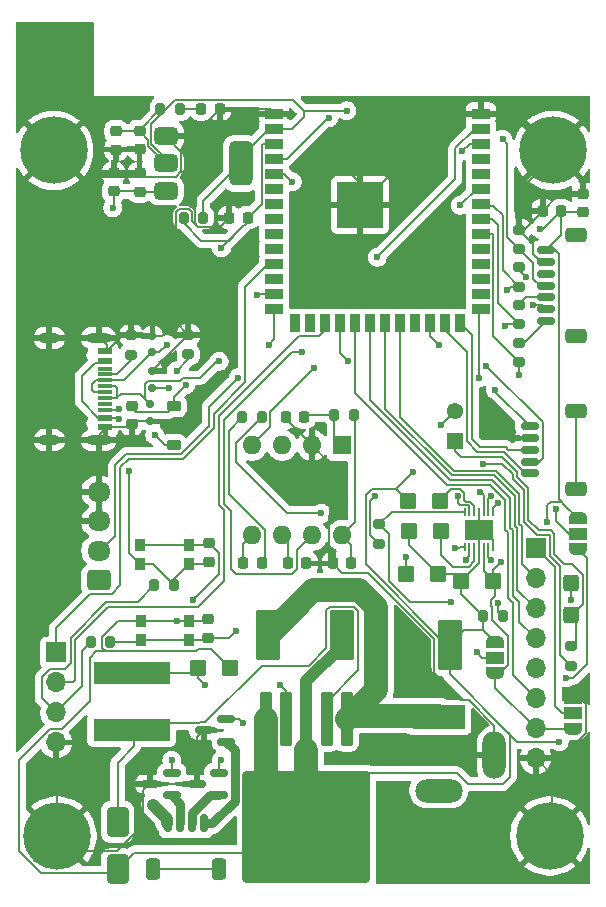
<source format=gbr>
%TF.GenerationSoftware,KiCad,Pcbnew,9.0.0*%
%TF.CreationDate,2025-03-15T13:55:50+00:00*%
%TF.ProjectId,LEDStrip,4c454453-7472-4697-902e-6b696361645f,rev?*%
%TF.SameCoordinates,Original*%
%TF.FileFunction,Copper,L1,Top*%
%TF.FilePolarity,Positive*%
%FSLAX46Y46*%
G04 Gerber Fmt 4.6, Leading zero omitted, Abs format (unit mm)*
G04 Created by KiCad (PCBNEW 9.0.0) date 2025-03-15 13:55:50*
%MOMM*%
%LPD*%
G01*
G04 APERTURE LIST*
G04 Aperture macros list*
%AMRoundRect*
0 Rectangle with rounded corners*
0 $1 Rounding radius*
0 $2 $3 $4 $5 $6 $7 $8 $9 X,Y pos of 4 corners*
0 Add a 4 corners polygon primitive as box body*
4,1,4,$2,$3,$4,$5,$6,$7,$8,$9,$2,$3,0*
0 Add four circle primitives for the rounded corners*
1,1,$1+$1,$2,$3*
1,1,$1+$1,$4,$5*
1,1,$1+$1,$6,$7*
1,1,$1+$1,$8,$9*
0 Add four rect primitives between the rounded corners*
20,1,$1+$1,$2,$3,$4,$5,0*
20,1,$1+$1,$4,$5,$6,$7,0*
20,1,$1+$1,$6,$7,$8,$9,0*
20,1,$1+$1,$8,$9,$2,$3,0*%
%AMFreePoly0*
4,1,23,0.550000,-0.750000,0.000000,-0.750000,0.000000,-0.745722,-0.065263,-0.745722,-0.191342,-0.711940,-0.304381,-0.646677,-0.396677,-0.554381,-0.461940,-0.441342,-0.495722,-0.315263,-0.495722,-0.250000,-0.500000,-0.250000,-0.500000,0.250000,-0.495722,0.250000,-0.495722,0.315263,-0.461940,0.441342,-0.396677,0.554381,-0.304381,0.646677,-0.191342,0.711940,-0.065263,0.745722,0.000000,0.745722,
0.000000,0.750000,0.550000,0.750000,0.550000,-0.750000,0.550000,-0.750000,$1*%
%AMFreePoly1*
4,1,23,0.000000,0.745722,0.065263,0.745722,0.191342,0.711940,0.304381,0.646677,0.396677,0.554381,0.461940,0.441342,0.495722,0.315263,0.495722,0.250000,0.500000,0.250000,0.500000,-0.250000,0.495722,-0.250000,0.495722,-0.315263,0.461940,-0.441342,0.396677,-0.554381,0.304381,-0.646677,0.191342,-0.711940,0.065263,-0.745722,0.000000,-0.745722,0.000000,-0.750000,-0.550000,-0.750000,
-0.550000,0.750000,0.000000,0.750000,0.000000,0.745722,0.000000,0.745722,$1*%
G04 Aperture macros list end*
%TA.AperFunction,SMDPad,CuDef*%
%ADD10RoundRect,0.150000X0.625000X-0.150000X0.625000X0.150000X-0.625000X0.150000X-0.625000X-0.150000X0*%
%TD*%
%TA.AperFunction,SMDPad,CuDef*%
%ADD11RoundRect,0.250000X0.650000X-0.350000X0.650000X0.350000X-0.650000X0.350000X-0.650000X-0.350000X0*%
%TD*%
%TA.AperFunction,SMDPad,CuDef*%
%ADD12FreePoly0,90.000000*%
%TD*%
%TA.AperFunction,SMDPad,CuDef*%
%ADD13R,1.500000X1.000000*%
%TD*%
%TA.AperFunction,SMDPad,CuDef*%
%ADD14FreePoly1,90.000000*%
%TD*%
%TA.AperFunction,SMDPad,CuDef*%
%ADD15RoundRect,0.225000X-0.250000X0.225000X-0.250000X-0.225000X0.250000X-0.225000X0.250000X0.225000X0*%
%TD*%
%TA.AperFunction,ComponentPad*%
%ADD16R,4.500000X2.000000*%
%TD*%
%TA.AperFunction,ComponentPad*%
%ADD17O,4.000000X2.000000*%
%TD*%
%TA.AperFunction,ComponentPad*%
%ADD18O,2.000000X4.000000*%
%TD*%
%TA.AperFunction,SMDPad,CuDef*%
%ADD19RoundRect,0.200000X0.275000X-0.200000X0.275000X0.200000X-0.275000X0.200000X-0.275000X-0.200000X0*%
%TD*%
%TA.AperFunction,ComponentPad*%
%ADD20C,5.700000*%
%TD*%
%TA.AperFunction,SMDPad,CuDef*%
%ADD21RoundRect,0.250000X-0.650000X1.000000X-0.650000X-1.000000X0.650000X-1.000000X0.650000X1.000000X0*%
%TD*%
%TA.AperFunction,SMDPad,CuDef*%
%ADD22RoundRect,0.250000X-0.450000X-0.425000X0.450000X-0.425000X0.450000X0.425000X-0.450000X0.425000X0*%
%TD*%
%TA.AperFunction,ComponentPad*%
%ADD23R,1.600000X1.600000*%
%TD*%
%TA.AperFunction,ComponentPad*%
%ADD24O,1.600000X1.600000*%
%TD*%
%TA.AperFunction,SMDPad,CuDef*%
%ADD25RoundRect,0.150000X-0.200000X0.150000X-0.200000X-0.150000X0.200000X-0.150000X0.200000X0.150000X0*%
%TD*%
%TA.AperFunction,SMDPad,CuDef*%
%ADD26RoundRect,0.225000X0.250000X-0.225000X0.250000X0.225000X-0.250000X0.225000X-0.250000X-0.225000X0*%
%TD*%
%TA.AperFunction,SMDPad,CuDef*%
%ADD27RoundRect,0.250000X-0.650000X0.350000X-0.650000X-0.350000X0.650000X-0.350000X0.650000X0.350000X0*%
%TD*%
%TA.AperFunction,SMDPad,CuDef*%
%ADD28RoundRect,0.150000X-0.625000X0.150000X-0.625000X-0.150000X0.625000X-0.150000X0.625000X0.150000X0*%
%TD*%
%TA.AperFunction,SMDPad,CuDef*%
%ADD29RoundRect,0.150000X0.200000X-0.150000X0.200000X0.150000X-0.200000X0.150000X-0.200000X-0.150000X0*%
%TD*%
%TA.AperFunction,SMDPad,CuDef*%
%ADD30RoundRect,0.218750X0.218750X0.256250X-0.218750X0.256250X-0.218750X-0.256250X0.218750X-0.256250X0*%
%TD*%
%TA.AperFunction,SMDPad,CuDef*%
%ADD31RoundRect,0.200000X0.200000X0.275000X-0.200000X0.275000X-0.200000X-0.275000X0.200000X-0.275000X0*%
%TD*%
%TA.AperFunction,SMDPad,CuDef*%
%ADD32RoundRect,0.225000X0.225000X0.250000X-0.225000X0.250000X-0.225000X-0.250000X0.225000X-0.250000X0*%
%TD*%
%TA.AperFunction,SMDPad,CuDef*%
%ADD33R,0.900000X1.000000*%
%TD*%
%TA.AperFunction,SMDPad,CuDef*%
%ADD34R,0.250000X0.700000*%
%TD*%
%TA.AperFunction,SMDPad,CuDef*%
%ADD35R,2.350000X1.780000*%
%TD*%
%TA.AperFunction,SMDPad,CuDef*%
%ADD36RoundRect,0.200000X-0.275000X0.200000X-0.275000X-0.200000X0.275000X-0.200000X0.275000X0.200000X0*%
%TD*%
%TA.AperFunction,SMDPad,CuDef*%
%ADD37RoundRect,0.250000X-0.787500X-1.875000X0.787500X-1.875000X0.787500X1.875000X-0.787500X1.875000X0*%
%TD*%
%TA.AperFunction,SMDPad,CuDef*%
%ADD38FreePoly0,270.000000*%
%TD*%
%TA.AperFunction,SMDPad,CuDef*%
%ADD39FreePoly1,270.000000*%
%TD*%
%TA.AperFunction,SMDPad,CuDef*%
%ADD40R,1.160000X0.600000*%
%TD*%
%TA.AperFunction,SMDPad,CuDef*%
%ADD41R,1.160000X0.300000*%
%TD*%
%TA.AperFunction,ComponentPad*%
%ADD42O,2.000000X0.900000*%
%TD*%
%TA.AperFunction,ComponentPad*%
%ADD43O,1.700000X0.900000*%
%TD*%
%TA.AperFunction,SMDPad,CuDef*%
%ADD44RoundRect,0.250000X-0.425000X0.450000X-0.425000X-0.450000X0.425000X-0.450000X0.425000X0.450000X0*%
%TD*%
%TA.AperFunction,SMDPad,CuDef*%
%ADD45RoundRect,0.150000X-0.150000X-0.625000X0.150000X-0.625000X0.150000X0.625000X-0.150000X0.625000X0*%
%TD*%
%TA.AperFunction,SMDPad,CuDef*%
%ADD46RoundRect,0.250000X-0.350000X-0.650000X0.350000X-0.650000X0.350000X0.650000X-0.350000X0.650000X0*%
%TD*%
%TA.AperFunction,ComponentPad*%
%ADD47RoundRect,0.250000X0.725000X-0.600000X0.725000X0.600000X-0.725000X0.600000X-0.725000X-0.600000X0*%
%TD*%
%TA.AperFunction,ComponentPad*%
%ADD48O,1.950000X1.700000*%
%TD*%
%TA.AperFunction,SMDPad,CuDef*%
%ADD49RoundRect,0.150000X0.587500X0.150000X-0.587500X0.150000X-0.587500X-0.150000X0.587500X-0.150000X0*%
%TD*%
%TA.AperFunction,SMDPad,CuDef*%
%ADD50RoundRect,0.225000X-0.375000X0.225000X-0.375000X-0.225000X0.375000X-0.225000X0.375000X0.225000X0*%
%TD*%
%TA.AperFunction,SMDPad,CuDef*%
%ADD51RoundRect,0.250000X0.450000X0.425000X-0.450000X0.425000X-0.450000X-0.425000X0.450000X-0.425000X0*%
%TD*%
%TA.AperFunction,SMDPad,CuDef*%
%ADD52RoundRect,0.225000X-0.225000X-0.250000X0.225000X-0.250000X0.225000X0.250000X-0.225000X0.250000X0*%
%TD*%
%TA.AperFunction,ComponentPad*%
%ADD53R,1.700000X1.700000*%
%TD*%
%TA.AperFunction,ComponentPad*%
%ADD54O,1.700000X1.700000*%
%TD*%
%TA.AperFunction,SMDPad,CuDef*%
%ADD55RoundRect,0.200000X-0.200000X-0.275000X0.200000X-0.275000X0.200000X0.275000X-0.200000X0.275000X0*%
%TD*%
%TA.AperFunction,SMDPad,CuDef*%
%ADD56R,1.500000X0.900000*%
%TD*%
%TA.AperFunction,SMDPad,CuDef*%
%ADD57R,0.900000X1.500000*%
%TD*%
%TA.AperFunction,HeatsinkPad*%
%ADD58C,0.600000*%
%TD*%
%TA.AperFunction,SMDPad,CuDef*%
%ADD59R,3.900000X3.900000*%
%TD*%
%TA.AperFunction,SMDPad,CuDef*%
%ADD60RoundRect,0.250000X-0.300000X2.050000X-0.300000X-2.050000X0.300000X-2.050000X0.300000X2.050000X0*%
%TD*%
%TA.AperFunction,SMDPad,CuDef*%
%ADD61RoundRect,0.250000X-2.375000X2.025000X-2.375000X-2.025000X2.375000X-2.025000X2.375000X2.025000X0*%
%TD*%
%TA.AperFunction,SMDPad,CuDef*%
%ADD62RoundRect,0.250002X-5.149998X4.449998X-5.149998X-4.449998X5.149998X-4.449998X5.149998X4.449998X0*%
%TD*%
%TA.AperFunction,SMDPad,CuDef*%
%ADD63R,6.500000X1.920000*%
%TD*%
%TA.AperFunction,ComponentPad*%
%ADD64R,1.378000X1.378000*%
%TD*%
%TA.AperFunction,ComponentPad*%
%ADD65C,1.378000*%
%TD*%
%TA.AperFunction,SMDPad,CuDef*%
%ADD66RoundRect,0.375000X-0.625000X-0.375000X0.625000X-0.375000X0.625000X0.375000X-0.625000X0.375000X0*%
%TD*%
%TA.AperFunction,SMDPad,CuDef*%
%ADD67RoundRect,0.500000X-0.500000X-1.400000X0.500000X-1.400000X0.500000X1.400000X-0.500000X1.400000X0*%
%TD*%
%TA.AperFunction,ViaPad*%
%ADD68C,0.600000*%
%TD*%
%TA.AperFunction,Conductor*%
%ADD69C,0.200000*%
%TD*%
%TA.AperFunction,Conductor*%
%ADD70C,0.150000*%
%TD*%
%TA.AperFunction,Conductor*%
%ADD71C,0.800000*%
%TD*%
%TA.AperFunction,Conductor*%
%ADD72C,1.000000*%
%TD*%
%TA.AperFunction,Conductor*%
%ADD73C,2.000000*%
%TD*%
G04 APERTURE END LIST*
D10*
%TO.P,J4,1,Pin_1*%
%TO.N,MAT_CLK*%
X168925000Y-95300000D03*
%TO.P,J4,2,Pin_2*%
%TO.N,MAT_CS*%
X168925000Y-94300000D03*
%TO.P,J4,3,Pin_3*%
%TO.N,MAT_DIN*%
X168925000Y-93300000D03*
%TO.P,J4,4,Pin_4*%
%TO.N,GND*%
X168925000Y-92300000D03*
%TO.P,J4,5,Pin_5*%
%TO.N,VCC_5V*%
X168925000Y-91300000D03*
D11*
%TO.P,J4,MP,MountPin*%
%TO.N,unconnected-(J4-MountPin-PadMP)*%
X172800000Y-96600000D03*
X172800000Y-90000000D03*
%TD*%
D12*
%TO.P,JP2,1,A*%
%TO.N,<NO NET>*%
X173000000Y-101700000D03*
D13*
%TO.P,JP2,2,C*%
%TO.N,GAIN*%
X173000000Y-100400000D03*
D14*
%TO.P,JP2,3,B*%
%TO.N,ESP_3V3*%
X173000000Y-99100000D03*
%TD*%
D15*
%TO.P,C5,1*%
%TO.N,ESP_3V3*%
X135865000Y-66300000D03*
%TO.P,C5,2*%
%TO.N,GND*%
X135865000Y-67850000D03*
%TD*%
D16*
%TO.P,J5,1*%
%TO.N,VCC_12V*%
X161200000Y-115950000D03*
D17*
%TO.P,J5,2*%
%TO.N,unconnected-(J5-Pad2)*%
X161200000Y-122150000D03*
D18*
%TO.P,J5,3*%
%TO.N,GND*%
X165900000Y-119150000D03*
%TD*%
D19*
%TO.P,R14,1*%
%TO.N,Net-(U6-MICBIAS)*%
X172400000Y-111600000D03*
%TO.P,R14,2*%
%TO.N,Net-(C18-Pad2)*%
X172400000Y-109950000D03*
%TD*%
D20*
%TO.P,H3,1,1*%
%TO.N,GND*%
X128600000Y-67950000D03*
%TD*%
D21*
%TO.P,D3,1,K*%
%TO.N,Net-(D3-K)*%
X134000000Y-124800000D03*
%TO.P,D3,2,A*%
%TO.N,<NO NET>*%
X134000000Y-128800000D03*
%TD*%
D22*
%TO.P,C15,1*%
%TO.N,Net-(U6-CT)*%
X158400000Y-103800000D03*
%TO.P,C15,2*%
%TO.N,<NO NET>*%
X161100000Y-103800000D03*
%TD*%
D12*
%TO.P,JP1,1,A*%
%TO.N,ESP_3V3*%
X172600000Y-116900000D03*
D13*
%TO.P,JP1,2,C*%
%TO.N,Net-(J7-Pin_1)*%
X172600000Y-115600000D03*
D14*
%TO.P,JP1,3,B*%
%TO.N,GND*%
X172600000Y-114300000D03*
%TD*%
D23*
%TO.P,U1,1,VDD*%
%TO.N,VDD_EQ*%
X153000000Y-92925000D03*
D24*
%TO.P,U1,2,VSS*%
%TO.N,GND*%
X150460000Y-92925000D03*
%TO.P,U1,3,OUT*%
%TO.N,EQ_DATA*%
X147920000Y-92925000D03*
%TO.P,U1,4,STROBE*%
%TO.N,EQ_STROBE*%
X145380000Y-92925000D03*
%TO.P,U1,5,IN*%
%TO.N,Net-(U1-IN)*%
X145380000Y-100545000D03*
%TO.P,U1,6,GND*%
%TO.N,Net-(U1-GND)*%
X147920000Y-100545000D03*
%TO.P,U1,7,RESET*%
%TO.N,EQ_RESET*%
X150460000Y-100545000D03*
%TO.P,U1,8,CKIN*%
%TO.N,Net-(U1-CKIN)*%
X153000000Y-100545000D03*
%TD*%
D25*
%TO.P,D5,1,A1*%
%TO.N,GND*%
X136760000Y-90850000D03*
%TO.P,D5,2,A2*%
%TO.N,D+*%
X136760000Y-89450000D03*
%TD*%
D26*
%TO.P,C3,1*%
%TO.N,VCC_5V*%
X135865000Y-71450000D03*
%TO.P,C3,2*%
%TO.N,GND*%
X135865000Y-69900000D03*
%TD*%
D27*
%TO.P,SW3,*%
%TO.N,*%
X172815000Y-75100000D03*
X172815000Y-83700000D03*
D28*
%TO.P,SW3,B*%
%TO.N,Net-(R15-Pad1)*%
X170290000Y-82400000D03*
%TO.P,SW3,C1*%
%TO.N,ESP_3V3*%
X170290000Y-76400000D03*
%TO.P,SW3,C2*%
%TO.N,GND*%
X170290000Y-77400000D03*
%TO.P,SW3,G*%
%TO.N,Net-(R11-Pad1)*%
X170290000Y-81400000D03*
%TO.P,SW3,NC1*%
%TO.N,unconnected-(SW3-PadNC1)*%
X170290000Y-78400000D03*
%TO.P,SW3,NO1*%
%TO.N,CMD_BTN*%
X170290000Y-79400000D03*
%TO.P,SW3,R*%
%TO.N,Net-(R10-Pad1)*%
X170290000Y-80400000D03*
%TD*%
D19*
%TO.P,R2,1*%
%TO.N,Net-(J1-CC2)*%
X140000000Y-85225000D03*
%TO.P,R2,2*%
%TO.N,GND*%
X140000000Y-83575000D03*
%TD*%
D29*
%TO.P,D4,1,A1*%
%TO.N,GND*%
X136960000Y-83650000D03*
%TO.P,D4,2,A2*%
%TO.N,D-*%
X136960000Y-85050000D03*
%TD*%
D30*
%TO.P,D6,1,K*%
%TO.N,GND*%
X142665000Y-64450000D03*
%TO.P,D6,2,A*%
%TO.N,Net-(D6-A)*%
X141090000Y-64450000D03*
%TD*%
D31*
%TO.P,R5,1*%
%TO.N,Net-(U1-CKIN)*%
X154000000Y-90325000D03*
%TO.P,R5,2*%
%TO.N,VDD_EQ*%
X152350000Y-90325000D03*
%TD*%
D32*
%TO.P,C7,1*%
%TO.N,ESP_3V3*%
X171565000Y-73050000D03*
%TO.P,C7,2*%
%TO.N,GND*%
X170015000Y-73050000D03*
%TD*%
D33*
%TO.P,SW2,1*%
%TO.N,<NO NET>*%
X135950000Y-107800000D03*
X140050000Y-107800000D03*
%TO.P,SW2,2*%
%TO.N,GPIO0*%
X135950000Y-109400000D03*
X140050000Y-109400000D03*
%TD*%
D26*
%TO.P,C2,1*%
%TO.N,VCC_5V*%
X133665000Y-71425000D03*
%TO.P,C2,2*%
%TO.N,GND*%
X133665000Y-69875000D03*
%TD*%
D34*
%TO.P,U6,1,CT*%
%TO.N,Net-(U6-CT)*%
X163387500Y-101525000D03*
%TO.P,U6,2,~{SHDN}*%
%TO.N,ESP_3V3*%
X163787500Y-101525000D03*
%TO.P,U6,3,CG*%
%TO.N,Net-(U6-CG)*%
X164187500Y-101525000D03*
%TO.P,U6,4,GND*%
%TO.N,<NO NET>*%
X164587500Y-101525000D03*
%TO.P,U6,5,VDD*%
%TO.N,ESP_3V3*%
X164987500Y-101525000D03*
%TO.P,U6,6,MICOUT*%
%TO.N,AUDIO*%
X165387500Y-101525000D03*
%TO.P,U6,7,GND*%
%TO.N,<NO NET>*%
X165787500Y-101525000D03*
%TO.P,U6,8,MICIN*%
%TO.N,Net-(U6-MICIN)*%
X165787500Y-98575000D03*
%TO.P,U6,9,A/R*%
%TO.N,AR*%
X165387500Y-98575000D03*
%TO.P,U6,10,GAIN*%
%TO.N,GAIN*%
X164987500Y-98575000D03*
%TO.P,U6,11,GND*%
%TO.N,<NO NET>*%
X164587500Y-98575000D03*
%TO.P,U6,12,BIAS*%
%TO.N,Net-(U6-BIAS)*%
X164187500Y-98575000D03*
%TO.P,U6,13,MICBIAS*%
%TO.N,Net-(U6-MICBIAS)*%
X163787500Y-98575000D03*
%TO.P,U6,14,TH*%
%TO.N,Net-(U6-TH)*%
X163387500Y-98575000D03*
D35*
%TO.P,U6,15,GND*%
%TO.N,<NO NET>*%
X164587500Y-100050000D03*
%TD*%
D19*
%TO.P,R1,1*%
%TO.N,Net-(J1-CC1)*%
X135160000Y-85250000D03*
%TO.P,R1,2*%
%TO.N,GND*%
X135160000Y-83600000D03*
%TD*%
D36*
%TO.P,R11,1*%
%TO.N,Net-(R11-Pad1)*%
X168015000Y-77850000D03*
%TO.P,R11,2*%
%TO.N,RGB_G*%
X168015000Y-79500000D03*
%TD*%
D37*
%TO.P,CIN2,1*%
%TO.N,VCC_12V*%
X146775000Y-109000000D03*
%TO.P,CIN2,2*%
%TO.N,<NO NET>*%
X153000000Y-109000000D03*
%TD*%
D29*
%TO.P,D2,1,A1*%
%TO.N,GND*%
X136960000Y-86650000D03*
%TO.P,D2,2,A2*%
%TO.N,Net-(D1-A)*%
X136960000Y-88050000D03*
%TD*%
D38*
%TO.P,JP3,1,A*%
%TO.N,<NO NET>*%
X166000000Y-109600000D03*
D13*
%TO.P,JP3,2,C*%
%TO.N,AR*%
X166000000Y-110900000D03*
D39*
%TO.P,JP3,3,B*%
%TO.N,ESP_3V3*%
X166000000Y-112200000D03*
%TD*%
D22*
%TO.P,COUT1,1*%
%TO.N,VCC_5V*%
X140800000Y-111800000D03*
%TO.P,COUT1,2*%
%TO.N,<NO NET>*%
X143500000Y-111800000D03*
%TD*%
D15*
%TO.P,C4,1*%
%TO.N,ESP_3V3*%
X133865000Y-66325000D03*
%TO.P,C4,2*%
%TO.N,GND*%
X133865000Y-67875000D03*
%TD*%
D40*
%TO.P,J1,A1,GND*%
%TO.N,GND*%
X132980000Y-84970000D03*
%TO.P,J1,A4,VBUS*%
%TO.N,Net-(D1-A)*%
X132980000Y-85770000D03*
D41*
%TO.P,J1,A5,CC1*%
%TO.N,Net-(J1-CC1)*%
X132980000Y-86920000D03*
%TO.P,J1,A6,D+*%
%TO.N,D+*%
X132980000Y-87920000D03*
%TO.P,J1,A7,D-*%
%TO.N,D-*%
X132980000Y-88420000D03*
%TO.P,J1,A8,SBU1*%
%TO.N,unconnected-(J1-SBU1-PadA8)*%
X132980000Y-89420000D03*
D40*
%TO.P,J1,A9,VBUS*%
%TO.N,Net-(D1-A)*%
X132980000Y-90570000D03*
%TO.P,J1,A12,GND*%
%TO.N,GND*%
X132980000Y-91370000D03*
%TO.P,J1,B1,GND*%
X132980000Y-91370000D03*
%TO.P,J1,B4,VBUS*%
%TO.N,Net-(D1-A)*%
X132980000Y-90570000D03*
D41*
%TO.P,J1,B5,CC2*%
%TO.N,Net-(J1-CC2)*%
X132980000Y-89920000D03*
%TO.P,J1,B6,D+*%
%TO.N,D+*%
X132980000Y-88920000D03*
%TO.P,J1,B7,D-*%
%TO.N,D-*%
X132980000Y-87420000D03*
%TO.P,J1,B8,SBU2*%
%TO.N,unconnected-(J1-SBU2-PadB8)*%
X132980000Y-86420000D03*
D40*
%TO.P,J1,B9,VBUS*%
%TO.N,Net-(D1-A)*%
X132980000Y-85770000D03*
%TO.P,J1,B12,GND*%
%TO.N,GND*%
X132980000Y-84970000D03*
D42*
%TO.P,J1,S1,SHIELD*%
X132400000Y-83850000D03*
D43*
X128230000Y-83850000D03*
D42*
X132400000Y-92490000D03*
D43*
X128230000Y-92490000D03*
%TD*%
D44*
%TO.P,C18,1*%
%TO.N,Net-(U6-MICIN)*%
X172400000Y-104600000D03*
%TO.P,C18,2*%
%TO.N,Net-(C18-Pad2)*%
X172400000Y-107300000D03*
%TD*%
D45*
%TO.P,J2,1,Pin_1*%
%TO.N,VCC_12V*%
X138300000Y-124925000D03*
%TO.P,J2,2,Pin_2*%
%TO.N,LED_G*%
X139300000Y-124925000D03*
%TO.P,J2,3,Pin_3*%
%TO.N,LED_R*%
X140300000Y-124925000D03*
%TO.P,J2,4,Pin_4*%
%TO.N,LED_B*%
X141300000Y-124925000D03*
D46*
%TO.P,J2,MP,MountPin*%
%TO.N,unconnected-(J2-MountPin-PadMP)*%
X137000000Y-128800000D03*
X142600000Y-128800000D03*
%TD*%
D47*
%TO.P,J3,1,Pin_1*%
%TO.N,VCC_12V*%
X132400000Y-104350000D03*
D48*
%TO.P,J3,2,Pin_2*%
%TO.N,LED_ADDR*%
X132400000Y-101850000D03*
%TO.P,J3,3,Pin_3*%
%TO.N,GND*%
X132400000Y-99350000D03*
%TO.P,J3,4,Pin_4*%
X132400000Y-96850000D03*
%TD*%
D20*
%TO.P,H4,1,1*%
%TO.N,GND*%
X128875000Y-126000000D03*
%TD*%
D32*
%TO.P,C11,1*%
%TO.N,Net-(C11-Pad1)*%
X146200000Y-102925000D03*
%TO.P,C11,2*%
%TO.N,Net-(U1-IN)*%
X144650000Y-102925000D03*
%TD*%
D49*
%TO.P,Q1,1,D*%
%TO.N,LED_R*%
X142600000Y-122550000D03*
%TO.P,Q1,2,G*%
%TO.N,RGB_R*%
X142600000Y-120650000D03*
%TO.P,Q1,3,S*%
%TO.N,GND*%
X140725000Y-121600000D03*
%TD*%
D50*
%TO.P,D1,1,K*%
%TO.N,VCC_5V*%
X138760000Y-89600000D03*
%TO.P,D1,2,A*%
%TO.N,Net-(D1-A)*%
X138760000Y-92900000D03*
%TD*%
D51*
%TO.P,C19,1*%
%TO.N,ESP_3V3*%
X165800000Y-104400000D03*
%TO.P,C19,2*%
%TO.N,<NO NET>*%
X163100000Y-104400000D03*
%TD*%
D52*
%TO.P,C12,1*%
%TO.N,Net-(U1-GND)*%
X148450000Y-102925000D03*
%TO.P,C12,2*%
%TO.N,GND*%
X150000000Y-102925000D03*
%TD*%
D53*
%TO.P,J6,1,Pin_1*%
%TO.N,DISP_SDA*%
X128800000Y-110460000D03*
D54*
%TO.P,J6,2,Pin_2*%
%TO.N,DISP_SCL*%
X128800000Y-113000000D03*
%TO.P,J6,3,Pin_3*%
%TO.N,ESP_3V3*%
X128800000Y-115540000D03*
%TO.P,J6,4,Pin_4*%
%TO.N,GND*%
X128800000Y-118080000D03*
%TD*%
D55*
%TO.P,R6,1*%
%TO.N,Net-(C11-Pad1)*%
X144550000Y-90525000D03*
%TO.P,R6,2*%
%TO.N,AUDIO*%
X146200000Y-90525000D03*
%TD*%
D36*
%TO.P,R16,1*%
%TO.N,GND*%
X168015000Y-74650000D03*
%TO.P,R16,2*%
%TO.N,CMD_BTN*%
X168015000Y-76300000D03*
%TD*%
D55*
%TO.P,R3,1*%
%TO.N,ESP_3V3*%
X137640000Y-64450000D03*
%TO.P,R3,2*%
%TO.N,Net-(D6-A)*%
X139290000Y-64450000D03*
%TD*%
D36*
%TO.P,R10,1*%
%TO.N,Net-(R10-Pad1)*%
X168015000Y-81000000D03*
%TO.P,R10,2*%
%TO.N,RGB_R*%
X168015000Y-82650000D03*
%TD*%
D56*
%TO.P,U2,1,GND*%
%TO.N,GND*%
X147265000Y-64840000D03*
%TO.P,U2,2,3V3*%
%TO.N,ESP_3V3*%
X147265000Y-66110000D03*
%TO.P,U2,3,EN*%
%TO.N,CHIP_PU*%
X147265000Y-67380000D03*
%TO.P,U2,4,IO4*%
%TO.N,CMD_BTN*%
X147265000Y-68650000D03*
%TO.P,U2,5,IO5*%
%TO.N,EQ_RESET*%
X147265000Y-69920000D03*
%TO.P,U2,6,IO6*%
%TO.N,unconnected-(U2-IO6-Pad6)*%
X147265000Y-71190000D03*
%TO.P,U2,7,IO7*%
%TO.N,unconnected-(U2-IO7-Pad7)*%
X147265000Y-72460000D03*
%TO.P,U2,8,IO15*%
%TO.N,unconnected-(U2-IO15-Pad8)*%
X147265000Y-73730000D03*
%TO.P,U2,9,IO16*%
%TO.N,unconnected-(U2-IO16-Pad9)*%
X147265000Y-75000000D03*
%TO.P,U2,10,IO17*%
%TO.N,unconnected-(U2-IO17-Pad10)*%
X147265000Y-76270000D03*
%TO.P,U2,11,IO18*%
%TO.N,DISP_SDA*%
X147265000Y-77540000D03*
%TO.P,U2,12,IO8*%
%TO.N,unconnected-(U2-IO8-Pad12)*%
X147265000Y-78810000D03*
%TO.P,U2,13,IO19*%
%TO.N,D-*%
X147265000Y-80080000D03*
%TO.P,U2,14,IO20*%
%TO.N,D+*%
X147265000Y-81350000D03*
D57*
%TO.P,U2,15,IO3*%
%TO.N,unconnected-(U2-IO3-Pad15)*%
X149030000Y-82600000D03*
%TO.P,U2,16,IO46*%
%TO.N,unconnected-(U2-IO46-Pad16)*%
X150300000Y-82600000D03*
%TO.P,U2,17,IO9*%
%TO.N,DISP_SCL*%
X151570000Y-82600000D03*
%TO.P,U2,18,IO10*%
%TO.N,TFT_MOSI*%
X152840000Y-82600000D03*
%TO.P,U2,19,IO11*%
%TO.N,TFT_SCLK*%
X154110000Y-82600000D03*
%TO.P,U2,20,IO12*%
%TO.N,TFT_RST*%
X155380000Y-82600000D03*
%TO.P,U2,21,IO13*%
%TO.N,TFT_DC*%
X156650000Y-82600000D03*
%TO.P,U2,22,IO14*%
%TO.N,TFT_CS*%
X157920000Y-82600000D03*
%TO.P,U2,23,IO21*%
%TO.N,unconnected-(U2-IO21-Pad23)*%
X159190000Y-82600000D03*
%TO.P,U2,24,IO47*%
%TO.N,MAT_CS*%
X160460000Y-82600000D03*
%TO.P,U2,25,IO48*%
%TO.N,MAT_CLK*%
X161730000Y-82600000D03*
%TO.P,U2,26,IO45*%
%TO.N,MAT_DIN*%
X163000000Y-82600000D03*
D56*
%TO.P,U2,27,IO0*%
%TO.N,GPIO0*%
X164765000Y-81350000D03*
%TO.P,U2,28,IO35*%
%TO.N,unconnected-(U2-IO35-Pad28)*%
X164765000Y-80080000D03*
%TO.P,U2,29,IO36*%
%TO.N,unconnected-(U2-IO36-Pad29)*%
X164765000Y-78810000D03*
%TO.P,U2,30,IO37*%
%TO.N,unconnected-(U2-IO37-Pad30)*%
X164765000Y-77540000D03*
%TO.P,U2,31,IO38*%
%TO.N,unconnected-(U2-IO38-Pad31)*%
X164765000Y-76270000D03*
%TO.P,U2,32,IO39*%
%TO.N,RGB_B*%
X164765000Y-75000000D03*
%TO.P,U2,33,IO40*%
%TO.N,RGB_R*%
X164765000Y-73730000D03*
%TO.P,U2,34,IO41*%
%TO.N,RGB_G*%
X164765000Y-72460000D03*
%TO.P,U2,35,IO42*%
%TO.N,LED_ADDR*%
X164765000Y-71190000D03*
%TO.P,U2,36,RXD0*%
%TO.N,unconnected-(U2-RXD0-Pad36)*%
X164765000Y-69920000D03*
%TO.P,U2,37,TXD0*%
%TO.N,unconnected-(U2-TXD0-Pad37)*%
X164765000Y-68650000D03*
%TO.P,U2,38,IO2*%
%TO.N,EQ_STROBE*%
X164765000Y-67380000D03*
%TO.P,U2,39,IO1*%
%TO.N,EQ_DATA*%
X164765000Y-66110000D03*
%TO.P,U2,40,GND*%
%TO.N,GND*%
X164765000Y-64840000D03*
D58*
%TO.P,U2,41,GND*%
X153115000Y-71860000D03*
X153115000Y-73260000D03*
X153815000Y-71160000D03*
X153815000Y-72560000D03*
X153815000Y-73960000D03*
X154515000Y-71860000D03*
D59*
X154515000Y-72560000D03*
D58*
X154515000Y-73260000D03*
X155215000Y-71160000D03*
X155215000Y-72560000D03*
X155215000Y-73960000D03*
X155915000Y-71860000D03*
X155915000Y-73260000D03*
%TD*%
D51*
%TO.P,C17,1*%
%TO.N,Net-(U6-BIAS)*%
X161300000Y-97600000D03*
%TO.P,C17,2*%
%TO.N,<NO NET>*%
X158600000Y-97600000D03*
%TD*%
D32*
%TO.P,C10,1*%
%TO.N,VDD_EQ*%
X149800000Y-90525000D03*
%TO.P,C10,2*%
%TO.N,GND*%
X148250000Y-90525000D03*
%TD*%
D37*
%TO.P,CIN1,1*%
%TO.N,VCC_12V*%
X155887500Y-109800000D03*
%TO.P,CIN1,2*%
%TO.N,<NO NET>*%
X162112500Y-109800000D03*
%TD*%
D26*
%TO.P,C13,1*%
%TO.N,CHIP_PU*%
X141775000Y-102775000D03*
%TO.P,C13,2*%
%TO.N,<NO NET>*%
X141775000Y-101225000D03*
%TD*%
D15*
%TO.P,C1,1*%
%TO.N,VCC_5V*%
X135195000Y-89570000D03*
%TO.P,C1,2*%
%TO.N,GND*%
X135195000Y-91120000D03*
%TD*%
D36*
%TO.P,R15,1*%
%TO.N,Net-(R15-Pad1)*%
X168015000Y-84250000D03*
%TO.P,R15,2*%
%TO.N,RGB_B*%
X168015000Y-85900000D03*
%TD*%
D31*
%TO.P,R12,1*%
%TO.N,Net-(U6-TH)*%
X166600000Y-107400000D03*
%TO.P,R12,2*%
%TO.N,<NO NET>*%
X164950000Y-107400000D03*
%TD*%
D32*
%TO.P,C8,1*%
%TO.N,CHIP_PU*%
X145015000Y-73650000D03*
%TO.P,C8,2*%
%TO.N,GND*%
X143465000Y-73650000D03*
%TD*%
D49*
%TO.P,Q2,1,D*%
%TO.N,LED_G*%
X138600000Y-122550000D03*
%TO.P,Q2,2,G*%
%TO.N,RGB_G*%
X138600000Y-120650000D03*
%TO.P,Q2,3,S*%
%TO.N,GND*%
X136725000Y-121600000D03*
%TD*%
D33*
%TO.P,SW1,1*%
%TO.N,<NO NET>*%
X135925000Y-101375000D03*
X140025000Y-101375000D03*
%TO.P,SW1,2*%
%TO.N,CHIP_PU*%
X135925000Y-102975000D03*
X140025000Y-102975000D03*
%TD*%
D60*
%TO.P,U3,1,VIN*%
%TO.N,VCC_12V*%
X153400000Y-116050000D03*
%TO.P,U3,2,OUT*%
%TO.N,Net-(D3-K)*%
X151700000Y-116050000D03*
%TO.P,U3,3,GND*%
%TO.N,<NO NET>*%
X150000000Y-116050000D03*
D61*
X152775000Y-122775000D03*
X147225000Y-122775000D03*
D62*
X150000000Y-125200000D03*
D61*
X152775000Y-127625000D03*
X147225000Y-127625000D03*
D60*
%TO.P,U3,4,FB*%
%TO.N,VCC_5V*%
X148300000Y-116050000D03*
%TO.P,U3,5,~{ON}/OFF*%
%TO.N,<NO NET>*%
X146600000Y-116050000D03*
%TD*%
D26*
%TO.P,C14,1*%
%TO.N,GPIO0*%
X141650000Y-109200000D03*
%TO.P,C14,2*%
%TO.N,<NO NET>*%
X141650000Y-107650000D03*
%TD*%
D63*
%TO.P,L1,1*%
%TO.N,Net-(D3-K)*%
X135200000Y-117010000D03*
%TO.P,L1,2*%
%TO.N,VCC_5V*%
X135200000Y-112190000D03*
%TD*%
D64*
%TO.P,MK1,1*%
%TO.N,Net-(C18-Pad2)*%
X162600000Y-92540000D03*
D65*
%TO.P,MK1,2*%
%TO.N,<NO NET>*%
X162600000Y-90000000D03*
%TD*%
D53*
%TO.P,J7,1,Pin_1*%
%TO.N,Net-(J7-Pin_1)*%
X169400000Y-101620000D03*
D54*
%TO.P,J7,2,Pin_2*%
%TO.N,TFT_CS*%
X169400000Y-104160000D03*
%TO.P,J7,3,Pin_3*%
%TO.N,TFT_DC*%
X169400000Y-106700000D03*
%TO.P,J7,4,Pin_4*%
%TO.N,TFT_RST*%
X169400000Y-109240000D03*
%TO.P,J7,5,Pin_5*%
%TO.N,TFT_MOSI*%
X169400000Y-111780000D03*
%TO.P,J7,6,Pin_6*%
%TO.N,TFT_SCLK*%
X169400000Y-114320000D03*
%TO.P,J7,7,Pin_7*%
%TO.N,ESP_3V3*%
X169400000Y-116860000D03*
%TO.P,J7,8,Pin_8*%
%TO.N,GND*%
X169400000Y-119400000D03*
%TD*%
D52*
%TO.P,C9,1*%
%TO.N,GND*%
X152250000Y-102925000D03*
%TO.P,C9,2*%
%TO.N,Net-(U1-CKIN)*%
X153800000Y-102925000D03*
%TD*%
D20*
%TO.P,H2,1,1*%
%TO.N,GND*%
X170600000Y-126000000D03*
%TD*%
D55*
%TO.P,R4,1*%
%TO.N,CHIP_PU*%
X139615000Y-73650000D03*
%TO.P,R4,2*%
%TO.N,ESP_3V3*%
X141265000Y-73650000D03*
%TD*%
D49*
%TO.P,Q3,1,D*%
%TO.N,LED_B*%
X143200000Y-118000000D03*
%TO.P,Q3,2,G*%
%TO.N,RGB_B*%
X143200000Y-116100000D03*
%TO.P,Q3,3,S*%
%TO.N,GND*%
X141325000Y-117050000D03*
%TD*%
D51*
%TO.P,C16,1*%
%TO.N,Net-(U6-CG)*%
X161400000Y-100200000D03*
%TO.P,C16,2*%
%TO.N,<NO NET>*%
X158700000Y-100200000D03*
%TD*%
D31*
%TO.P,R8,1*%
%TO.N,GPIO0*%
X133400000Y-109600000D03*
%TO.P,R8,2*%
%TO.N,ESP_3V3*%
X131750000Y-109600000D03*
%TD*%
%TO.P,R7,1*%
%TO.N,CHIP_PU*%
X138775000Y-104775000D03*
%TO.P,R7,2*%
%TO.N,ESP_3V3*%
X137125000Y-104775000D03*
%TD*%
D19*
%TO.P,R13,1*%
%TO.N,Net-(U6-MICBIAS)*%
X156175000Y-101250000D03*
%TO.P,R13,2*%
%TO.N,Net-(U6-TH)*%
X156175000Y-99600000D03*
%TD*%
D66*
%TO.P,U4,1,GND*%
%TO.N,GND*%
X138115000Y-66750000D03*
%TO.P,U4,2,VO*%
%TO.N,ESP_3V3*%
X138115000Y-69050000D03*
D67*
X144415000Y-69050000D03*
D66*
%TO.P,U4,3,VI*%
%TO.N,VCC_5V*%
X138115000Y-71350000D03*
%TD*%
D26*
%TO.P,C6,1*%
%TO.N,ESP_3V3*%
X173415000Y-73200000D03*
%TO.P,C6,2*%
%TO.N,GND*%
X173415000Y-71650000D03*
%TD*%
D20*
%TO.P,H1,1,1*%
%TO.N,GND*%
X170875000Y-67950000D03*
%TD*%
D68*
%TO.N,ESP_3V3*%
X163486893Y-102598892D03*
X169800000Y-74600000D03*
X170400000Y-99400000D03*
X153400000Y-64600000D03*
X166450000Y-102800000D03*
%TO.N,CHIP_PU*%
X135000000Y-95100000D03*
X142800000Y-76200000D03*
%TO.N,GPIO0*%
X144000000Y-108600000D03*
X164600000Y-87200000D03*
%TO.N,Net-(U6-CT)*%
X162600000Y-101600000D03*
X158400000Y-102400000D03*
%TO.N,Net-(U6-MICIN)*%
X172400000Y-106000000D03*
X166200000Y-97800000D03*
%TO.N,MAT_CS*%
X161200000Y-84400000D03*
X165200000Y-86200000D03*
%TO.N,TFT_MOSI*%
X153510000Y-85800000D03*
%TO.N,Net-(J1-CC2)*%
X139000000Y-86600000D03*
X134160000Y-89850000D03*
%TO.N,<NO NET>*%
X140400000Y-106000000D03*
X171400000Y-118000000D03*
X172000000Y-112600000D03*
X159000000Y-95200000D03*
X139000000Y-107800000D03*
X161400000Y-91200000D03*
%TO.N,VCC_5V*%
X133600000Y-72800000D03*
X147800000Y-113200000D03*
X139800000Y-87800000D03*
X166000000Y-88200000D03*
X141400000Y-113200000D03*
%TO.N,RGB_R*%
X166800000Y-82800000D03*
X142800000Y-119600000D03*
%TO.N,Net-(D1-A)*%
X134160000Y-90650000D03*
X138360000Y-88050000D03*
X137160000Y-92050000D03*
%TO.N,D-*%
X138200000Y-84400000D03*
X145800000Y-80200000D03*
%TO.N,D+*%
X146800000Y-84400000D03*
X142600000Y-85800000D03*
%TO.N,RGB_G*%
X167000000Y-79800000D03*
X138600000Y-119600000D03*
%TO.N,RGB_B*%
X168000000Y-87000000D03*
X144600000Y-116450000D03*
%TO.N,GAIN*%
X171127818Y-98350000D03*
X164706587Y-96875000D03*
%TO.N,EQ_DATA*%
X156000000Y-77000000D03*
%TO.N,EQ_STROBE*%
X150600000Y-86400000D03*
X163200000Y-68000000D03*
%TO.N,EQ_RESET*%
X148800000Y-70600000D03*
X149600000Y-85000000D03*
%TO.N,AR*%
X164424265Y-110424265D03*
X165649941Y-97195529D03*
%TO.N,AUDIO*%
X151259396Y-98692074D03*
X165600000Y-102600000D03*
%TO.N,LED_ADDR*%
X144200000Y-87200000D03*
X163000000Y-72600000D03*
%TO.N,CMD_BTN*%
X166600000Y-67000000D03*
X151900000Y-65175000D03*
%TO.N,Net-(U6-TH)*%
X162200000Y-106200000D03*
X166200773Y-106270459D03*
%TO.N,Net-(U6-MICBIAS)*%
X164932559Y-94475000D03*
X155800000Y-97200000D03*
X162800000Y-97200000D03*
%TO.N,VCC_12V*%
X137000000Y-123345534D03*
X149400000Y-106400000D03*
%TO.N,Net-(R11-Pad1)*%
X168615000Y-78650000D03*
X169215000Y-81050000D03*
%TO.N,GND*%
X151200000Y-67400000D03*
X148600000Y-65000000D03*
X167200000Y-92200000D03*
%TD*%
D69*
%TO.N,ESP_3V3*%
X165600000Y-106518215D02*
X165702500Y-106620715D01*
D70*
X147265000Y-66110000D02*
X146785000Y-66110000D01*
X135840000Y-66325000D02*
X135865000Y-66300000D01*
X135865000Y-66225000D02*
X137640000Y-64450000D01*
D69*
X165952244Y-105670459D02*
X165600000Y-106022703D01*
D70*
X135865000Y-66300000D02*
X136615000Y-67050000D01*
X163486893Y-102598892D02*
X163787500Y-102298285D01*
X136840000Y-67394240D02*
X136840000Y-65747708D01*
X141265000Y-72200000D02*
X141265000Y-73650000D01*
X169440000Y-116900000D02*
X169400000Y-116860000D01*
X138495760Y-69050000D02*
X136840000Y-67394240D01*
X149790000Y-64611827D02*
X149790000Y-65088173D01*
D69*
X170290000Y-76400000D02*
X171064999Y-76400000D01*
D70*
X146785000Y-66110000D02*
X144415000Y-68480000D01*
D69*
X130034314Y-109200000D02*
X130034314Y-111365686D01*
X171565000Y-75125000D02*
X170290000Y-76400000D01*
D70*
X148878173Y-63700000D02*
X149790000Y-64611827D01*
D69*
X166400000Y-112200000D02*
X166000000Y-112200000D01*
D70*
X144415000Y-69050000D02*
X141265000Y-72200000D01*
D69*
X131000000Y-113340000D02*
X128800000Y-115540000D01*
X170675000Y-97725000D02*
X170400000Y-98000000D01*
X171400000Y-76735001D02*
X171400000Y-97500000D01*
X171565000Y-73050000D02*
X171565000Y-75125000D01*
X127600000Y-112573654D02*
X127600000Y-114340000D01*
D70*
X172600000Y-116900000D02*
X169440000Y-116900000D01*
D69*
X171625000Y-97725000D02*
X170675000Y-97725000D01*
D70*
X135865000Y-66300000D02*
X135865000Y-66225000D01*
D69*
X131750000Y-109600000D02*
X131000000Y-110350000D01*
X127600000Y-114340000D02*
X128800000Y-115540000D01*
D70*
X171625000Y-97725000D02*
X171750000Y-97850000D01*
X170015000Y-74600000D02*
X169800000Y-74600000D01*
X149801827Y-64600000D02*
X153400000Y-64600000D01*
D69*
X129550000Y-111850000D02*
X128323654Y-111850000D01*
X133034314Y-106200000D02*
X130034314Y-109200000D01*
D70*
X133865000Y-66325000D02*
X135840000Y-66325000D01*
D69*
X171400000Y-97500000D02*
X171625000Y-97725000D01*
X165702500Y-107697500D02*
X167055000Y-109050000D01*
D70*
X136615000Y-67050000D02*
X136615000Y-67550000D01*
D69*
X166000000Y-104600000D02*
X166000000Y-105670459D01*
X165702500Y-106620715D02*
X165702500Y-107697500D01*
D70*
X163787500Y-102298285D02*
X163787500Y-101525000D01*
X136840000Y-65747708D02*
X138887708Y-63700000D01*
D69*
X171565000Y-73050000D02*
X170015000Y-74600000D01*
X169400000Y-116860000D02*
X166000000Y-113460000D01*
X170400000Y-98000000D02*
X170400000Y-99400000D01*
X165600000Y-106022703D02*
X165600000Y-106518215D01*
X164987500Y-103587500D02*
X166000000Y-104600000D01*
D70*
X136615000Y-67550000D02*
X138115000Y-69050000D01*
D69*
X167055000Y-111545000D02*
X166400000Y-112200000D01*
X167055000Y-109050000D02*
X167055000Y-111545000D01*
D70*
X165800000Y-103450000D02*
X165800000Y-104400000D01*
X148768173Y-66110000D02*
X147265000Y-66110000D01*
D69*
X166000000Y-113460000D02*
X166000000Y-112200000D01*
X137125000Y-104775000D02*
X135700000Y-106200000D01*
X166000000Y-105670459D02*
X165952244Y-105670459D01*
X131000000Y-110350000D02*
X131000000Y-113340000D01*
D70*
X164987500Y-101525000D02*
X164987500Y-103587500D01*
X149790000Y-65088173D02*
X148768173Y-66110000D01*
X166450000Y-102800000D02*
X165800000Y-103450000D01*
X144415000Y-68480000D02*
X144415000Y-69050000D01*
X138887708Y-63700000D02*
X148878173Y-63700000D01*
D69*
X128323654Y-111850000D02*
X127600000Y-112573654D01*
D70*
X149790000Y-64611827D02*
X149801827Y-64600000D01*
D69*
X171064999Y-76400000D02*
X171400000Y-76735001D01*
X135700000Y-106200000D02*
X133034314Y-106200000D01*
X173415000Y-73200000D02*
X171715000Y-73200000D01*
X130034314Y-111365686D02*
X129550000Y-111850000D01*
D70*
X138115000Y-69050000D02*
X138495760Y-69050000D01*
D69*
X171750000Y-97850000D02*
X173000000Y-99100000D01*
%TO.N,CHIP_PU*%
X144400000Y-74600000D02*
X145015000Y-73985000D01*
X135000000Y-102050000D02*
X135000000Y-95100000D01*
X140025000Y-102975000D02*
X138775000Y-104225000D01*
X146315000Y-67380000D02*
X147265000Y-67380000D01*
X135925000Y-102975000D02*
X136975000Y-102975000D01*
X145015000Y-73985000D02*
X145015000Y-73650000D01*
X145015000Y-73650000D02*
X146215000Y-72450000D01*
X135925000Y-102975000D02*
X135000000Y-102050000D01*
X138775000Y-104225000D02*
X138775000Y-104775000D01*
X143400000Y-75600000D02*
X144400000Y-74600000D01*
X141575000Y-102975000D02*
X141775000Y-102775000D01*
X139615000Y-73650000D02*
X139615000Y-74125000D01*
X141090000Y-75600000D02*
X143400000Y-75600000D01*
X139615000Y-74125000D02*
X141090000Y-75600000D01*
X136975000Y-102975000D02*
X138775000Y-104775000D01*
X146215000Y-67480000D02*
X146315000Y-67380000D01*
X140025000Y-102975000D02*
X141575000Y-102975000D01*
X142800000Y-76200000D02*
X144400000Y-74600000D01*
X146215000Y-72450000D02*
X146215000Y-67480000D01*
%TO.N,Net-(U1-CKIN)*%
X153800000Y-102925000D02*
X153800000Y-101345000D01*
X154100000Y-90425000D02*
X154100000Y-99445000D01*
X154100000Y-99445000D02*
X153000000Y-100545000D01*
X154000000Y-90325000D02*
X154100000Y-90425000D01*
X153800000Y-101345000D02*
X153000000Y-100545000D01*
%TO.N,VDD_EQ*%
X150000000Y-90325000D02*
X149800000Y-90525000D01*
X152350000Y-90325000D02*
X152350000Y-92275000D01*
X152350000Y-90325000D02*
X150000000Y-90325000D01*
X152350000Y-92275000D02*
X153000000Y-92925000D01*
%TO.N,Net-(C11-Pad1)*%
X144550000Y-90525000D02*
X143400000Y-91675000D01*
X146480000Y-102645000D02*
X146200000Y-102925000D01*
X146480000Y-100089365D02*
X146480000Y-102645000D01*
X143400000Y-91675000D02*
X143400000Y-97009365D01*
X143400000Y-97009365D02*
X146480000Y-100089365D01*
%TO.N,Net-(U1-IN)*%
X144650000Y-101275000D02*
X145380000Y-100545000D01*
X144650000Y-102925000D02*
X144650000Y-101275000D01*
%TO.N,Net-(U1-GND)*%
X148450000Y-102925000D02*
X148450000Y-101075000D01*
X148450000Y-101075000D02*
X147920000Y-100545000D01*
%TO.N,GPIO0*%
X164600000Y-87200000D02*
X164600000Y-81515000D01*
X141650000Y-109200000D02*
X143400000Y-109200000D01*
X164600000Y-81515000D02*
X164765000Y-81350000D01*
X143400000Y-109200000D02*
X144000000Y-108600000D01*
X140050000Y-109400000D02*
X141450000Y-109400000D01*
X135750000Y-109600000D02*
X135950000Y-109400000D01*
X140050000Y-109400000D02*
X135950000Y-109400000D01*
X141450000Y-109400000D02*
X141650000Y-109200000D01*
X133400000Y-109600000D02*
X135750000Y-109600000D01*
D70*
%TO.N,Net-(U6-CT)*%
X158400000Y-103800000D02*
X158400000Y-102400000D01*
X163387500Y-101525000D02*
X162600000Y-101600000D01*
D69*
%TO.N,Net-(U6-CG)*%
X162400000Y-103200000D02*
X163734314Y-103200000D01*
X161400000Y-100200000D02*
X161400000Y-102200000D01*
D70*
X164187500Y-102400000D02*
X164187500Y-101525000D01*
D69*
X164187500Y-102746814D02*
X164187500Y-102400000D01*
X161400000Y-102200000D02*
X162400000Y-103200000D01*
X163734314Y-103200000D02*
X164187500Y-102746814D01*
D70*
%TO.N,Net-(U6-BIAS)*%
X162250000Y-96650000D02*
X161300000Y-97600000D01*
X162992463Y-96650000D02*
X162250000Y-96650000D01*
X164187500Y-98025736D02*
X163861764Y-97700000D01*
X163325000Y-97525000D02*
X163325000Y-96982537D01*
X164187500Y-98575000D02*
X164187500Y-98025736D01*
X163500000Y-97700000D02*
X163325000Y-97525000D01*
X163325000Y-96982537D02*
X162992463Y-96650000D01*
X163861764Y-97700000D02*
X163500000Y-97700000D01*
D71*
%TO.N,LED_R*%
X140300000Y-124925000D02*
X140300000Y-124085184D01*
X141835184Y-122550000D02*
X142600000Y-122550000D01*
X140300000Y-124085184D02*
X141835184Y-122550000D01*
D69*
%TO.N,Net-(C18-Pad2)*%
X163075000Y-93875000D02*
X162600000Y-93400000D01*
X172800000Y-109550000D02*
X172400000Y-109950000D01*
X171825000Y-102984340D02*
X170975000Y-102134340D01*
X173375000Y-106325000D02*
X173375000Y-103915256D01*
X162600000Y-93400000D02*
X162600000Y-92540000D01*
X172800000Y-107300000D02*
X172800000Y-109550000D01*
X169650330Y-100120000D02*
X168775000Y-99244670D01*
X167850000Y-95206238D02*
X166518762Y-93875000D01*
X168775000Y-99244670D02*
X168775000Y-96565552D01*
X170975000Y-100414670D02*
X170680330Y-100120000D01*
X167850000Y-95640552D02*
X167850000Y-95206238D01*
X170680330Y-100120000D02*
X169650330Y-100120000D01*
X172444084Y-102984340D02*
X171825000Y-102984340D01*
X172400000Y-107300000D02*
X173375000Y-106325000D01*
X168775000Y-96565552D02*
X167850000Y-95640552D01*
X166518762Y-93875000D02*
X163075000Y-93875000D01*
X170975000Y-102134340D02*
X170975000Y-100414670D01*
X173375000Y-103915256D02*
X172444084Y-102984340D01*
%TO.N,Net-(U6-MICIN)*%
X172400000Y-104600000D02*
X172400000Y-106000000D01*
D70*
X165787500Y-98212500D02*
X165787500Y-98575000D01*
X166200000Y-97800000D02*
X165787500Y-98212500D01*
D69*
%TO.N,MAT_CLK*%
X168925000Y-95300000D02*
X168509448Y-95300000D01*
X163589000Y-92589000D02*
X163589000Y-84989000D01*
X161730000Y-83130000D02*
X161730000Y-82600000D01*
X168509448Y-95300000D02*
X166684447Y-93475000D01*
X163589000Y-84989000D02*
X161730000Y-83130000D01*
X166684447Y-93475000D02*
X164475000Y-93475000D01*
X164475000Y-93475000D02*
X163589000Y-92589000D01*
%TO.N,MAT_DIN*%
X163989000Y-83589000D02*
X163000000Y-82600000D01*
X167075133Y-93300000D02*
X166850132Y-93075000D01*
X163989000Y-92389000D02*
X163989000Y-83589000D01*
X166850132Y-93075000D02*
X164675000Y-93075000D01*
X168925000Y-93300000D02*
X167075133Y-93300000D01*
X164675000Y-93075000D02*
X163989000Y-92389000D01*
%TO.N,MAT_CS*%
X160460000Y-83660000D02*
X160460000Y-82600000D01*
X169699999Y-94300000D02*
X170000000Y-93999999D01*
X170000000Y-90959448D02*
X165240552Y-86200000D01*
X168925000Y-94300000D02*
X169699999Y-94300000D01*
X165240552Y-86200000D02*
X165200000Y-86200000D01*
X170000000Y-93999999D02*
X170000000Y-90959448D01*
X161200000Y-84400000D02*
X160460000Y-83660000D01*
%TO.N,DISP_SDA*%
X128800000Y-108400000D02*
X131700000Y-105500000D01*
X146735000Y-77540000D02*
X147265000Y-77540000D01*
X134207500Y-104784744D02*
X134207500Y-94792500D01*
X134207500Y-94792500D02*
X134950000Y-94050000D01*
X139524382Y-94050000D02*
X142150000Y-91424382D01*
X142150000Y-91424382D02*
X142150000Y-90250000D01*
X144800000Y-79475000D02*
X146735000Y-77540000D01*
X144800000Y-87600000D02*
X144800000Y-79475000D01*
X131700000Y-105500000D02*
X133492244Y-105500000D01*
X133492244Y-105500000D02*
X134207500Y-104784744D01*
X134950000Y-94050000D02*
X139524382Y-94050000D01*
X128800000Y-110460000D02*
X128800000Y-108400000D01*
X142150000Y-90250000D02*
X144800000Y-87600000D01*
D71*
%TO.N,LED_G*%
X139300000Y-123250000D02*
X138600000Y-122550000D01*
X139300000Y-124925000D02*
X139300000Y-123250000D01*
%TO.N,LED_B*%
X141300000Y-124925000D02*
X142027316Y-124925000D01*
X142027316Y-124925000D02*
X143937500Y-123014816D01*
X143937500Y-123014816D02*
X143937500Y-118737500D01*
X143937500Y-118737500D02*
X143200000Y-118000000D01*
D69*
%TO.N,DISP_SCL*%
X128800000Y-113000000D02*
X130200000Y-113000000D01*
X130434314Y-109365686D02*
X133200000Y-106600000D01*
X143000000Y-104400000D02*
X143000000Y-98415736D01*
X130434314Y-112765686D02*
X130434314Y-109365686D01*
X140800000Y-106600000D02*
X143000000Y-104400000D01*
X142600000Y-90400000D02*
X149350000Y-83650000D01*
X133200000Y-106600000D02*
X140800000Y-106600000D01*
X142600000Y-98015736D02*
X142600000Y-90400000D01*
X151570000Y-83130000D02*
X151570000Y-82600000D01*
X151050000Y-83650000D02*
X151570000Y-83130000D01*
X149350000Y-83650000D02*
X151050000Y-83650000D01*
X143000000Y-98415736D02*
X142600000Y-98015736D01*
X130200000Y-113000000D02*
X130434314Y-112765686D01*
%TO.N,Net-(J7-Pin_1)*%
X171000000Y-103220000D02*
X169400000Y-101620000D01*
X171650000Y-115600000D02*
X171000000Y-114950000D01*
X172600000Y-115600000D02*
X171650000Y-115600000D01*
X171000000Y-114950000D02*
X171000000Y-103220000D01*
%TO.N,TFT_RST*%
X162143628Y-95875000D02*
X155380000Y-89111372D01*
X155380000Y-89111372D02*
X155380000Y-82600000D01*
X165743628Y-95875000D02*
X162143628Y-95875000D01*
X167450000Y-105650000D02*
X167450000Y-100111700D01*
X168000000Y-107840000D02*
X168000000Y-106200000D01*
X167450000Y-100111700D02*
X167225000Y-99886700D01*
X169400000Y-109240000D02*
X168000000Y-107840000D01*
X167225000Y-97356372D02*
X165743628Y-95875000D01*
X168000000Y-106200000D02*
X167450000Y-105650000D01*
X167225000Y-99886700D02*
X167225000Y-97356372D01*
%TO.N,TFT_MOSI*%
X152840000Y-85130000D02*
X152840000Y-82600000D01*
X153510000Y-85800000D02*
X152840000Y-85130000D01*
%TO.N,TFT_DC*%
X167625000Y-99721015D02*
X167625000Y-97190686D01*
X156650000Y-89815686D02*
X156650000Y-82600000D01*
X167625000Y-97190686D02*
X165909314Y-95475000D01*
X165909314Y-95475000D02*
X162309314Y-95475000D01*
X167850000Y-105150000D02*
X167850000Y-99946016D01*
X169400000Y-106700000D02*
X167850000Y-105150000D01*
X167850000Y-99946016D02*
X167625000Y-99721015D01*
X162309314Y-95475000D02*
X156650000Y-89815686D01*
%TO.N,TFT_SCLK*%
X167050000Y-100277386D02*
X166825000Y-100052385D01*
X165577942Y-96275000D02*
X161875000Y-96275000D01*
X154110000Y-88510000D02*
X154110000Y-82600000D01*
X167050000Y-105850000D02*
X167050000Y-100277386D01*
X166825000Y-97522058D02*
X165577942Y-96275000D01*
X167455000Y-106255000D02*
X167050000Y-105850000D01*
X166825000Y-100052385D02*
X166825000Y-97522058D01*
X167455000Y-112375000D02*
X167455000Y-106255000D01*
X161875000Y-96275000D02*
X154110000Y-88510000D01*
X169400000Y-114320000D02*
X167455000Y-112375000D01*
%TO.N,Net-(J1-CC1)*%
X133940000Y-86920000D02*
X133110000Y-86920000D01*
X135160000Y-85250000D02*
X135160000Y-85700000D01*
X135160000Y-85700000D02*
X133940000Y-86920000D01*
%TO.N,Net-(J1-CC2)*%
X140000000Y-85225000D02*
X140000000Y-85600000D01*
X140000000Y-85600000D02*
X139000000Y-86600000D01*
X133110000Y-89920000D02*
X134090000Y-89920000D01*
X134090000Y-89920000D02*
X134160000Y-89850000D01*
%TO.N,TFT_CS*%
X168250000Y-99780330D02*
X168025000Y-99555330D01*
X168250000Y-103010000D02*
X168250000Y-99780330D01*
X168025000Y-97025000D02*
X166075000Y-95075000D01*
X166075000Y-95075000D02*
X162475000Y-95075000D01*
X169400000Y-104160000D02*
X168250000Y-103010000D01*
X157920000Y-90520000D02*
X157920000Y-82600000D01*
X168025000Y-99555330D02*
X168025000Y-97025000D01*
X162475000Y-95075000D02*
X157920000Y-90520000D01*
%TO.N,<NO NET>*%
X132205000Y-110375000D02*
X132987352Y-110375000D01*
X162600000Y-90000000D02*
X161400000Y-91200000D01*
X134000000Y-128800000D02*
X135400000Y-127400000D01*
X128323654Y-116930000D02*
X129276346Y-116930000D01*
X163362500Y-108550000D02*
X164950000Y-108550000D01*
D70*
X164587500Y-98575000D02*
X164587500Y-100050000D01*
D69*
X155000000Y-97151471D02*
X155000000Y-102965686D01*
X147000000Y-127400000D02*
X147225000Y-127625000D01*
D72*
X153000000Y-109912500D02*
X150000000Y-112912500D01*
D69*
X164950000Y-108550000D02*
X164950000Y-107400000D01*
X163100000Y-105500000D02*
X164950000Y-107350000D01*
X163100000Y-104400000D02*
X162500000Y-103800000D01*
D73*
X146550000Y-121750000D02*
X146550000Y-116050000D01*
D69*
X140400000Y-106000000D02*
X140600000Y-105800000D01*
X140800000Y-110200000D02*
X140625000Y-110375000D01*
X154850000Y-120700000D02*
X152775000Y-122775000D01*
X167007843Y-117192157D02*
X167200000Y-117384315D01*
X141625000Y-101375000D02*
X141775000Y-101225000D01*
X129276346Y-116930000D02*
X131650000Y-114556346D01*
X171400000Y-118000000D02*
X171390000Y-118010000D01*
D72*
X150000000Y-112912500D02*
X150000000Y-116050000D01*
D70*
X164937500Y-100050000D02*
X165787500Y-100900000D01*
D69*
X155000000Y-102965686D02*
X161834314Y-109800000D01*
X140025000Y-101375000D02*
X141625000Y-101375000D01*
X172587648Y-112600000D02*
X172000000Y-112600000D01*
X162112500Y-109800000D02*
X163362500Y-108550000D01*
X163638478Y-121600000D02*
X162738478Y-120700000D01*
X131650000Y-114556346D02*
X131650000Y-110930000D01*
X162738478Y-120700000D02*
X154850000Y-120700000D01*
X163100000Y-104400000D02*
X163100000Y-105500000D01*
X134012352Y-107800000D02*
X135950000Y-107800000D01*
X173775000Y-111412648D02*
X172587648Y-112600000D01*
X162112500Y-109800000D02*
X162112500Y-112296815D01*
X133650000Y-129150000D02*
X127495227Y-129150000D01*
X162500000Y-103800000D02*
X161100000Y-103800000D01*
X132700000Y-110087648D02*
X132987352Y-110375000D01*
D73*
X150000000Y-125200000D02*
X146550000Y-121750000D01*
D69*
X167200000Y-121000000D02*
X166600000Y-121600000D01*
X157600000Y-96600000D02*
X155551471Y-96600000D01*
D70*
X164587500Y-101525000D02*
X164587500Y-100050000D01*
D69*
X166000000Y-109600000D02*
X164950000Y-108550000D01*
X164950000Y-107350000D02*
X164950000Y-107400000D01*
X155551471Y-96600000D02*
X155000000Y-97151471D01*
D72*
X153000000Y-109000000D02*
X153000000Y-109912500D01*
D69*
X132700000Y-109112352D02*
X134012352Y-107800000D01*
X127495227Y-129150000D02*
X125650000Y-127304773D01*
X164587500Y-102912500D02*
X163100000Y-104400000D01*
X141900000Y-110200000D02*
X140800000Y-110200000D01*
X162112500Y-112296815D02*
X167007843Y-117192157D01*
X142600000Y-102050000D02*
X142600000Y-103800000D01*
X157600000Y-96600000D02*
X159000000Y-95200000D01*
X161834314Y-109800000D02*
X162112500Y-109800000D01*
X167200000Y-117384315D02*
X167200000Y-121000000D01*
X171390000Y-118010000D02*
X167825686Y-118010000D01*
X135400000Y-127400000D02*
X147000000Y-127400000D01*
X140625000Y-110375000D02*
X132987352Y-110375000D01*
X132700000Y-110087648D02*
X132700000Y-109112352D01*
X131650000Y-110930000D02*
X132205000Y-110375000D01*
X167825686Y-118010000D02*
X167007843Y-117192157D01*
X158700000Y-100200000D02*
X158700000Y-101400000D01*
X141500000Y-107800000D02*
X141650000Y-107650000D01*
X135950000Y-107800000D02*
X139000000Y-107800000D01*
X134000000Y-128800000D02*
X133650000Y-129150000D01*
X141775000Y-101225000D02*
X142600000Y-102050000D01*
X158700000Y-101400000D02*
X161100000Y-103800000D01*
D70*
X165787500Y-100900000D02*
X165787500Y-101525000D01*
D69*
X125650000Y-119603654D02*
X128323654Y-116930000D01*
X135925000Y-101375000D02*
X140025000Y-101375000D01*
X166600000Y-121600000D02*
X163638478Y-121600000D01*
D73*
X150000000Y-125200000D02*
X150000000Y-118757538D01*
X150200000Y-125400000D02*
X150000000Y-125200000D01*
D70*
X164587500Y-101525000D02*
X164587500Y-102912500D01*
D69*
X146600000Y-122150000D02*
X147225000Y-122775000D01*
X173775000Y-102475000D02*
X173775000Y-111412648D01*
X142600000Y-103800000D02*
X140400000Y-106000000D01*
X139000000Y-107800000D02*
X141500000Y-107800000D01*
X125650000Y-127304773D02*
X125650000Y-119603654D01*
D70*
X164587500Y-100050000D02*
X164937500Y-100050000D01*
D69*
X173000000Y-101700000D02*
X173775000Y-102475000D01*
X143500000Y-111800000D02*
X141900000Y-110200000D01*
X158600000Y-97600000D02*
X157600000Y-96600000D01*
%TO.N,VCC_5V*%
X135400000Y-112190000D02*
X140410000Y-112190000D01*
X135840000Y-71425000D02*
X135865000Y-71450000D01*
X135865000Y-71450000D02*
X138015000Y-71450000D01*
X135160000Y-89700000D02*
X135558529Y-90098529D01*
X133665000Y-72735000D02*
X133600000Y-72800000D01*
X138760000Y-88840000D02*
X138760000Y-89600000D01*
X148300000Y-116050000D02*
X148300000Y-113700000D01*
X140800000Y-112600000D02*
X141400000Y-113200000D01*
X133665000Y-71425000D02*
X133665000Y-72735000D01*
X147800000Y-113200000D02*
X148300000Y-113700000D01*
X166000000Y-88375000D02*
X166000000Y-88200000D01*
X139800000Y-87800000D02*
X138760000Y-88840000D01*
X138015000Y-71450000D02*
X138115000Y-71350000D01*
X133665000Y-71425000D02*
X135840000Y-71425000D01*
X135558529Y-90098529D02*
X138261471Y-90098529D01*
X140800000Y-111800000D02*
X140800000Y-112600000D01*
X138261471Y-90098529D02*
X138760000Y-89600000D01*
X168925000Y-91300000D02*
X166000000Y-88375000D01*
X140410000Y-112190000D02*
X140800000Y-111800000D01*
%TO.N,RGB_R*%
X166215000Y-74250000D02*
X165695000Y-73730000D01*
X166950000Y-82650000D02*
X166800000Y-82800000D01*
X165695000Y-73730000D02*
X164765000Y-73730000D01*
X168015000Y-82650000D02*
X166215000Y-80850000D01*
X142600000Y-119800000D02*
X142800000Y-119600000D01*
X168015000Y-82650000D02*
X166950000Y-82650000D01*
X142600000Y-120650000D02*
X142600000Y-119800000D01*
X166215000Y-80850000D02*
X166215000Y-74250000D01*
%TO.N,Net-(D1-A)*%
X134080000Y-90570000D02*
X134160000Y-90650000D01*
X132640000Y-85970000D02*
X132840000Y-85770000D01*
X136960000Y-88050000D02*
X138360000Y-88050000D01*
X138760000Y-92900000D02*
X138010000Y-92900000D01*
X132910000Y-85970000D02*
X132100000Y-85970000D01*
X131000000Y-89200000D02*
X132370000Y-90570000D01*
X138010000Y-92900000D02*
X137160000Y-92050000D01*
X132370000Y-90570000D02*
X134080000Y-90570000D01*
X132100000Y-85970000D02*
X131000000Y-87070000D01*
X132840000Y-85770000D02*
X133110000Y-85770000D01*
X133110000Y-85770000D02*
X132910000Y-85970000D01*
X131000000Y-87070000D02*
X131000000Y-89200000D01*
%TO.N,Net-(D3-K)*%
X151977756Y-106575000D02*
X154022244Y-106575000D01*
X150190565Y-111590565D02*
X151662500Y-110118630D01*
X141035050Y-116350000D02*
X141450000Y-116350000D01*
X154400000Y-106952756D02*
X154400000Y-111915256D01*
X151662500Y-106890256D02*
X151977756Y-106575000D01*
X134000000Y-119800000D02*
X135400000Y-118400000D01*
X135400000Y-118400000D02*
X135400000Y-117210000D01*
X135760000Y-116450000D02*
X140935050Y-116450000D01*
X146209435Y-111590565D02*
X150190565Y-111590565D01*
X151700000Y-114615256D02*
X151700000Y-116050000D01*
X154400000Y-111915256D02*
X151700000Y-114615256D01*
X134000000Y-124800000D02*
X134000000Y-119800000D01*
X151662500Y-110118630D02*
X151662500Y-106890256D01*
X135400000Y-117210000D02*
X135200000Y-117010000D01*
X135200000Y-117010000D02*
X135760000Y-116450000D01*
X154022244Y-106575000D02*
X154400000Y-106952756D01*
X140935050Y-116450000D02*
X141035050Y-116350000D01*
X141450000Y-116350000D02*
X146209435Y-111590565D01*
%TO.N,D-*%
X132150000Y-87420000D02*
X134590000Y-87420000D01*
X137550000Y-85050000D02*
X138200000Y-84400000D01*
X134590000Y-87420000D02*
X136960000Y-85050000D01*
X133110000Y-88420000D02*
X132050000Y-88420000D01*
X136960000Y-85050000D02*
X137550000Y-85050000D01*
X145920000Y-80080000D02*
X145800000Y-80200000D01*
X147265000Y-80080000D02*
X145920000Y-80080000D01*
X131830000Y-87740000D02*
X132150000Y-87420000D01*
X132050000Y-88420000D02*
X131830000Y-88200000D01*
X131830000Y-88200000D02*
X131830000Y-87740000D01*
%TO.N,D+*%
X134290000Y-88570000D02*
X133990000Y-88870000D01*
X136760000Y-89450000D02*
X135880000Y-88570000D01*
X139301471Y-87450000D02*
X139551471Y-87200000D01*
X147265000Y-83935000D02*
X146800000Y-84400000D01*
X133990000Y-88080000D02*
X133830000Y-87920000D01*
X147265000Y-81350000D02*
X147265000Y-83935000D01*
X133990000Y-88870000D02*
X133990000Y-88080000D01*
X136310000Y-87709448D02*
X136569448Y-87450000D01*
X139551471Y-87200000D02*
X141000000Y-87200000D01*
X133940000Y-88920000D02*
X133990000Y-88870000D01*
X136310000Y-89000000D02*
X136310000Y-87709448D01*
X133830000Y-87920000D02*
X133110000Y-87920000D01*
X135880000Y-88570000D02*
X134290000Y-88570000D01*
X141000000Y-87200000D02*
X142400000Y-85800000D01*
X136569448Y-87450000D02*
X139301471Y-87450000D01*
X142600000Y-85800000D02*
X142400000Y-85800000D01*
X136760000Y-89450000D02*
X136310000Y-89000000D01*
X133110000Y-88920000D02*
X133940000Y-88920000D01*
%TO.N,Net-(D6-A)*%
X141090000Y-64450000D02*
X139290000Y-64450000D01*
%TO.N,RGB_G*%
X167300000Y-79500000D02*
X167000000Y-79800000D01*
X166615000Y-78100000D02*
X166615000Y-73450000D01*
X138600000Y-120650000D02*
X138600000Y-119600000D01*
X165295000Y-72460000D02*
X164765000Y-72460000D01*
X165815000Y-72650000D02*
X164955000Y-72650000D01*
X164955000Y-72650000D02*
X164765000Y-72460000D01*
X168015000Y-79500000D02*
X166615000Y-78100000D01*
X166615000Y-73450000D02*
X165815000Y-72650000D01*
X168015000Y-79500000D02*
X167300000Y-79500000D01*
%TO.N,RGB_B*%
X165715000Y-75000000D02*
X164765000Y-75000000D01*
X168015000Y-85900000D02*
X168000000Y-87000000D01*
X144600000Y-116450000D02*
X144250000Y-116100000D01*
X168015000Y-85900000D02*
X165815000Y-83700000D01*
X165815000Y-75100000D02*
X165715000Y-75000000D01*
X144250000Y-116100000D02*
X143200000Y-116100000D01*
X165815000Y-83700000D02*
X165815000Y-75100000D01*
D70*
%TO.N,GAIN*%
X164987500Y-98575000D02*
X164987500Y-97155913D01*
X171127818Y-99327818D02*
X172200000Y-100400000D01*
X171127818Y-98350000D02*
X171127818Y-99327818D01*
X172200000Y-100400000D02*
X173000000Y-100400000D01*
X164987500Y-97155913D02*
X164706587Y-96875000D01*
D69*
%TO.N,EQ_DATA*%
X162600000Y-70400000D02*
X156000000Y-77000000D01*
X162600000Y-67751471D02*
X162600000Y-70400000D01*
X164765000Y-66110000D02*
X164241471Y-66110000D01*
X164241471Y-66110000D02*
X162600000Y-67751471D01*
%TO.N,EQ_STROBE*%
X146900000Y-91405000D02*
X146900000Y-90100000D01*
X145380000Y-92925000D02*
X146900000Y-91405000D01*
X146900000Y-90100000D02*
X150600000Y-86400000D01*
X163820000Y-67380000D02*
X164765000Y-67380000D01*
X163200000Y-68000000D02*
X163820000Y-67380000D01*
%TO.N,EQ_RESET*%
X148120000Y-69920000D02*
X148800000Y-70600000D01*
X147265000Y-69920000D02*
X148120000Y-69920000D01*
X143000000Y-90800000D02*
X143000000Y-97850050D01*
X143600000Y-103365686D02*
X144034314Y-103800000D01*
X143600000Y-98450050D02*
X143600000Y-103365686D01*
X149600000Y-85000000D02*
X148800000Y-85000000D01*
X144034314Y-103800000D02*
X148798696Y-103800000D01*
X143000000Y-97850050D02*
X143600000Y-98450050D01*
X148800000Y-85000000D02*
X143000000Y-90800000D01*
X149200000Y-103398696D02*
X149200000Y-101805000D01*
X148798696Y-103800000D02*
X149200000Y-103398696D01*
X149200000Y-101805000D02*
X150460000Y-100545000D01*
%TO.N,AR*%
X164424265Y-110424265D02*
X164900000Y-110900000D01*
D70*
X165387500Y-97457970D02*
X165387500Y-98575000D01*
D69*
X164900000Y-110900000D02*
X166000000Y-110900000D01*
D70*
X165649941Y-97195529D02*
X165387500Y-97457970D01*
%TO.N,AUDIO*%
X165387500Y-102387500D02*
X165387500Y-101525000D01*
D69*
X148367074Y-98692074D02*
X144000000Y-94325000D01*
X144000000Y-92725000D02*
X146200000Y-90525000D01*
X151259396Y-98692074D02*
X148367074Y-98692074D01*
D70*
X165600000Y-102600000D02*
X165387500Y-102387500D01*
D69*
X144000000Y-94325000D02*
X144000000Y-92725000D01*
%TO.N,LED_ADDR*%
X133807500Y-100575000D02*
X132532500Y-101850000D01*
X139358696Y-93650000D02*
X134750000Y-93650000D01*
X134750000Y-93650000D02*
X133807500Y-94592500D01*
X163000000Y-72600000D02*
X164410000Y-71190000D01*
X164410000Y-71190000D02*
X164765000Y-71190000D01*
X133807500Y-94592500D02*
X133807500Y-100575000D01*
X141750000Y-89650000D02*
X141750000Y-91258696D01*
X141750000Y-91258696D02*
X139358696Y-93650000D01*
X144200000Y-87200000D02*
X141750000Y-89650000D01*
%TO.N,Net-(R10-Pad1)*%
X168615000Y-80400000D02*
X170290000Y-80400000D01*
X168015000Y-81000000D02*
X168615000Y-80400000D01*
%TO.N,CMD_BTN*%
X167015000Y-73284315D02*
X167000000Y-73269315D01*
X151900000Y-65175000D02*
X151825000Y-65175000D01*
X151825000Y-65175000D02*
X148350000Y-68650000D01*
X169215000Y-77500000D02*
X169215000Y-78800000D01*
X148350000Y-68650000D02*
X147265000Y-68650000D01*
X169815000Y-79400000D02*
X170290000Y-79400000D01*
X168015000Y-76300000D02*
X167015000Y-75300000D01*
X168015000Y-76300000D02*
X169215000Y-77500000D01*
X169215000Y-78800000D02*
X169815000Y-79400000D01*
X167000000Y-73269315D02*
X167000000Y-67400000D01*
X167000000Y-67400000D02*
X166600000Y-67000000D01*
X167015000Y-75300000D02*
X167015000Y-73284315D01*
%TO.N,Net-(U6-TH)*%
X166200773Y-106270459D02*
X166200773Y-107000773D01*
D70*
X157200000Y-98575000D02*
X163387500Y-98575000D01*
X156175000Y-99600000D02*
X157200000Y-98575000D01*
D69*
X156175000Y-99600000D02*
X157000000Y-100425000D01*
X166200773Y-107000773D02*
X166600000Y-107400000D01*
X157000000Y-100425000D02*
X157000000Y-104400000D01*
X158800000Y-106200000D02*
X162200000Y-106200000D01*
X157000000Y-104400000D02*
X158800000Y-106200000D01*
%TO.N,Net-(U6-MICBIAS)*%
X155800000Y-97200000D02*
X155400000Y-97600000D01*
D70*
X170600000Y-100570000D02*
X170600000Y-102289670D01*
X163737500Y-98000000D02*
X163787500Y-98050000D01*
D69*
X155400000Y-100475000D02*
X156175000Y-101250000D01*
X155400000Y-97600000D02*
X155400000Y-100475000D01*
D70*
X168400000Y-96720882D02*
X168400000Y-99400000D01*
X163787500Y-98050000D02*
X163787500Y-98575000D01*
X162800000Y-97800000D02*
X163000000Y-98000000D01*
X164932559Y-94475000D02*
X166588432Y-94475000D01*
X171450000Y-110650000D02*
X172400000Y-111600000D01*
X162800000Y-97200000D02*
X162800000Y-97800000D01*
X167475000Y-95795882D02*
X168400000Y-96720882D01*
X166588432Y-94475000D02*
X167475000Y-95361568D01*
X168400000Y-99400000D02*
X169495000Y-100495000D01*
X167475000Y-95361568D02*
X167475000Y-95795882D01*
X163000000Y-98000000D02*
X163737500Y-98000000D01*
X170525000Y-100495000D02*
X170600000Y-100570000D01*
X169495000Y-100495000D02*
X170525000Y-100495000D01*
X170600000Y-102289670D02*
X171450000Y-103139670D01*
X171450000Y-103139670D02*
X171450000Y-110650000D01*
D73*
%TO.N,VCC_12V*%
X153700000Y-115800000D02*
X153450000Y-116050000D01*
X155887500Y-106601778D02*
X155887500Y-109800000D01*
X155887500Y-113612500D02*
X153700000Y-115800000D01*
X149400000Y-106375000D02*
X150575000Y-105200000D01*
X154485722Y-105200000D02*
X155887500Y-106601778D01*
D72*
X137000000Y-123345534D02*
X138200000Y-124545534D01*
D73*
X149375000Y-106400000D02*
X149400000Y-106400000D01*
X161200000Y-115800000D02*
X153700000Y-115800000D01*
D72*
X138200000Y-124545534D02*
X138200000Y-124925000D01*
D73*
X146775000Y-109000000D02*
X149375000Y-106400000D01*
X149400000Y-106400000D02*
X149400000Y-106375000D01*
X155887500Y-109800000D02*
X155887500Y-113612500D01*
X150575000Y-105200000D02*
X154485722Y-105200000D01*
D69*
%TO.N,unconnected-(J2-MountPin-PadMP)*%
X137000000Y-128800000D02*
X142600000Y-128800000D01*
%TO.N,unconnected-(J4-MountPin-PadMP)*%
X172800000Y-96600000D02*
X172800000Y-90000000D01*
%TO.N,Net-(R11-Pad1)*%
X169940000Y-81050000D02*
X170290000Y-81400000D01*
X169215000Y-81050000D02*
X169940000Y-81050000D01*
X168015000Y-77850000D02*
X168015000Y-78050000D01*
X168015000Y-78050000D02*
X168615000Y-78650000D01*
%TO.N,Net-(R15-Pad1)*%
X168015000Y-84250000D02*
X168440000Y-84250000D01*
X168440000Y-84250000D02*
X170290000Y-82400000D01*
%TO.N,GND*%
X147265000Y-64840000D02*
X148440000Y-64840000D01*
X132532500Y-96850000D02*
X132532500Y-92492500D01*
X168015000Y-71350000D02*
X170415000Y-68950000D01*
X128800000Y-118080000D02*
X128875000Y-118155000D01*
X140365000Y-66750000D02*
X138115000Y-66750000D01*
X140725000Y-117650000D02*
X141325000Y-117050000D01*
X132532500Y-96850000D02*
X132532500Y-99350000D01*
X154515000Y-72560000D02*
X154515000Y-70715000D01*
X165900000Y-116650000D02*
X165900000Y-119000000D01*
X163100000Y-114500000D02*
X163750000Y-114500000D01*
X146875000Y-64450000D02*
X147265000Y-64840000D01*
X142665000Y-64450000D02*
X140365000Y-66750000D01*
X135465000Y-90850000D02*
X135195000Y-91120000D01*
X173655000Y-114805000D02*
X173150000Y-114300000D01*
X128875000Y-126075000D02*
X130050000Y-127250000D01*
X136200000Y-125034744D02*
X136200000Y-122125000D01*
X152250000Y-102925000D02*
X153025000Y-103700000D01*
X128360000Y-83850000D02*
X128360000Y-92490000D01*
X148250000Y-90715000D02*
X148250000Y-90525000D01*
X133110000Y-84970000D02*
X133110000Y-84430000D01*
X138115000Y-66750000D02*
X139415000Y-68050000D01*
X138915000Y-73162352D02*
X138915000Y-82490000D01*
X140852352Y-74425000D02*
X140315000Y-73887648D01*
X168925000Y-92300000D02*
X167200000Y-92200000D01*
X151900000Y-102575000D02*
X152250000Y-102925000D01*
X173150000Y-114300000D02*
X172600000Y-114300000D01*
X135160000Y-83600000D02*
X134480000Y-83600000D01*
X133110000Y-91370000D02*
X134945000Y-91370000D01*
X148440000Y-64840000D02*
X148600000Y-65000000D01*
X169215000Y-76740552D02*
X169874448Y-77400000D01*
X169874448Y-77400000D02*
X170290000Y-77400000D01*
X140725000Y-121600000D02*
X140725000Y-117650000D01*
X139415000Y-69704594D02*
X140565000Y-70854594D01*
X167200000Y-92200000D02*
X167100000Y-92300000D01*
X133865000Y-67875000D02*
X133865000Y-69675000D01*
X162235000Y-64840000D02*
X164765000Y-64840000D01*
X128800000Y-118080000D02*
X128800000Y-121200000D01*
X140565000Y-74137648D02*
X140852352Y-74425000D01*
X168015000Y-74650000D02*
X168015000Y-71350000D01*
X150460000Y-92925000D02*
X148250000Y-90715000D01*
X133984744Y-127250000D02*
X136200000Y-125034744D01*
X136960000Y-86615000D02*
X140000000Y-83575000D01*
X170800000Y-120800000D02*
X169400000Y-119400000D01*
X169215000Y-75850000D02*
X169215000Y-76740552D01*
X142690000Y-74425000D02*
X143465000Y-73650000D01*
X134945000Y-91370000D02*
X135195000Y-91120000D01*
X139202352Y-72875000D02*
X138915000Y-73162352D01*
X152250000Y-102925000D02*
X150000000Y-102925000D01*
X138915000Y-82490000D02*
X140000000Y-83575000D01*
X132530000Y-91950000D02*
X133110000Y-91370000D01*
X160775000Y-112175000D02*
X163100000Y-114500000D01*
X168015000Y-74650000D02*
X169215000Y-75850000D01*
X169400000Y-119400000D02*
X171493877Y-119400000D01*
X133110000Y-84430000D02*
X132530000Y-83850000D01*
X173655000Y-117238877D02*
X173655000Y-114805000D01*
X139415000Y-68050000D02*
X139415000Y-69704594D01*
X136760000Y-90850000D02*
X135465000Y-90850000D01*
X170800000Y-126000000D02*
X170800000Y-120800000D01*
X160775000Y-109306372D02*
X160775000Y-112175000D01*
X162235000Y-64840000D02*
X154515000Y-72560000D01*
X138915000Y-82490000D02*
X137755000Y-83650000D01*
X152000000Y-98799999D02*
X152000000Y-94465000D01*
X171415000Y-71650000D02*
X170015000Y-73050000D01*
X132530000Y-92490000D02*
X132530000Y-91950000D01*
X137755000Y-83650000D02*
X136960000Y-83650000D01*
X168415000Y-74650000D02*
X168015000Y-74650000D01*
X130850000Y-70200000D02*
X128600000Y-67950000D01*
X140852352Y-74425000D02*
X142690000Y-74425000D01*
X140315000Y-73162352D02*
X140027648Y-72875000D01*
X167305000Y-64840000D02*
X170415000Y-67950000D01*
X140565000Y-70854594D02*
X140565000Y-74137648D01*
X170015000Y-73050000D02*
X168415000Y-74650000D01*
X152000000Y-94465000D02*
X150460000Y-92925000D01*
X153025000Y-103700000D02*
X155168628Y-103700000D01*
X136725000Y-121600000D02*
X140725000Y-121600000D01*
X134480000Y-83600000D02*
X133110000Y-84970000D01*
X151200000Y-67400000D02*
X154515000Y-70715000D01*
X133865000Y-69675000D02*
X133665000Y-69875000D01*
X140027648Y-72875000D02*
X139202352Y-72875000D01*
X163750000Y-114500000D02*
X165900000Y-116650000D01*
X136910000Y-83600000D02*
X136960000Y-83650000D01*
X139415000Y-69704594D02*
X138919594Y-70200000D01*
X136200000Y-122125000D02*
X136725000Y-121600000D01*
X142665000Y-64450000D02*
X146875000Y-64450000D01*
X132530000Y-83850000D02*
X128360000Y-83850000D01*
X171493877Y-119400000D02*
X173655000Y-117238877D01*
X151900000Y-98899999D02*
X151900000Y-102575000D01*
X132530000Y-92490000D02*
X128360000Y-92490000D01*
X140315000Y-73887648D02*
X140315000Y-73162352D01*
X135160000Y-83600000D02*
X136910000Y-83600000D01*
X132532500Y-92492500D02*
X132530000Y-92490000D01*
X152000000Y-98799999D02*
X151900000Y-98899999D01*
X130050000Y-127250000D02*
X133984744Y-127250000D01*
X173415000Y-71650000D02*
X171415000Y-71650000D01*
X128875000Y-118155000D02*
X128875000Y-126075000D01*
X136960000Y-86650000D02*
X136960000Y-86615000D01*
X138919594Y-70200000D02*
X130850000Y-70200000D01*
X155168628Y-103700000D02*
X160775000Y-109306372D01*
X135865000Y-67850000D02*
X135865000Y-69900000D01*
X164765000Y-64840000D02*
X167305000Y-64840000D01*
%TD*%
%TA.AperFunction,Conductor*%
%TO.N,GND*%
G36*
X173966274Y-117202688D02*
G01*
X174013884Y-117253826D01*
X174027000Y-117309330D01*
X174027000Y-124920970D01*
X174007315Y-124988009D01*
X173954511Y-125033764D01*
X173885353Y-125043708D01*
X173821797Y-125014683D01*
X173784340Y-124956966D01*
X173757977Y-124870062D01*
X173632014Y-124565960D01*
X173632012Y-124565955D01*
X173476862Y-124275690D01*
X173476851Y-124275672D01*
X173293992Y-124002004D01*
X173293989Y-124002000D01*
X173139634Y-123813917D01*
X173139633Y-123813917D01*
X171894250Y-125059300D01*
X171820412Y-124957670D01*
X171642330Y-124779588D01*
X171540697Y-124705747D01*
X172786081Y-123460365D01*
X172786081Y-123460364D01*
X172597999Y-123306010D01*
X172597995Y-123306007D01*
X172324327Y-123123148D01*
X172324309Y-123123137D01*
X172034044Y-122967987D01*
X172034039Y-122967985D01*
X171729946Y-122842025D01*
X171414961Y-122746475D01*
X171414956Y-122746474D01*
X171092139Y-122682261D01*
X170764572Y-122650000D01*
X170435428Y-122650000D01*
X170107860Y-122682261D01*
X169785043Y-122746474D01*
X169785038Y-122746475D01*
X169470053Y-122842025D01*
X169165960Y-122967985D01*
X169165955Y-122967987D01*
X168875690Y-123123137D01*
X168875672Y-123123148D01*
X168602004Y-123306007D01*
X168601999Y-123306010D01*
X168413917Y-123460364D01*
X168413917Y-123460365D01*
X169659301Y-124705748D01*
X169557670Y-124779588D01*
X169379588Y-124957670D01*
X169305748Y-125059301D01*
X168060365Y-123813917D01*
X168060364Y-123813917D01*
X167906010Y-124001999D01*
X167906007Y-124002004D01*
X167723148Y-124275672D01*
X167723137Y-124275690D01*
X167567987Y-124565955D01*
X167567985Y-124565960D01*
X167442025Y-124870053D01*
X167346475Y-125185038D01*
X167346474Y-125185043D01*
X167282261Y-125507860D01*
X167250000Y-125835428D01*
X167250000Y-126164571D01*
X167282261Y-126492139D01*
X167346474Y-126814956D01*
X167346475Y-126814961D01*
X167442025Y-127129946D01*
X167567985Y-127434039D01*
X167567987Y-127434044D01*
X167723137Y-127724309D01*
X167723148Y-127724327D01*
X167906007Y-127997995D01*
X167906010Y-127997999D01*
X168060364Y-128186081D01*
X168060365Y-128186081D01*
X169305748Y-126940698D01*
X169379588Y-127042330D01*
X169557670Y-127220412D01*
X169659300Y-127294251D01*
X168413917Y-128539633D01*
X168413917Y-128539634D01*
X168602000Y-128693989D01*
X168602004Y-128693992D01*
X168875672Y-128876851D01*
X168875690Y-128876862D01*
X169165955Y-129032012D01*
X169165960Y-129032014D01*
X169470053Y-129157974D01*
X169785038Y-129253524D01*
X169785043Y-129253525D01*
X170107860Y-129317738D01*
X170435428Y-129350000D01*
X170764572Y-129350000D01*
X171092139Y-129317738D01*
X171414956Y-129253525D01*
X171414961Y-129253524D01*
X171729946Y-129157974D01*
X172034039Y-129032014D01*
X172034044Y-129032012D01*
X172324309Y-128876862D01*
X172324327Y-128876851D01*
X172598004Y-128693986D01*
X172786081Y-128539635D01*
X172786082Y-128539634D01*
X171540698Y-127294251D01*
X171642330Y-127220412D01*
X171820412Y-127042330D01*
X171894251Y-126940699D01*
X173139634Y-128186082D01*
X173139635Y-128186081D01*
X173293986Y-127998004D01*
X173476851Y-127724327D01*
X173476862Y-127724309D01*
X173632012Y-127434044D01*
X173632014Y-127434039D01*
X173757975Y-127129943D01*
X173784339Y-127043034D01*
X173822637Y-126984595D01*
X173886449Y-126956139D01*
X173955516Y-126966699D01*
X174007910Y-127012923D01*
X174027000Y-127079029D01*
X174027000Y-129955500D01*
X174007315Y-130022539D01*
X173954511Y-130068294D01*
X173903000Y-130079500D01*
X155970028Y-130079500D01*
X155902989Y-130059815D01*
X155857234Y-130007011D01*
X155847290Y-129937853D01*
X155852320Y-129916504D01*
X155889999Y-129802797D01*
X155900500Y-129700009D01*
X155900500Y-127631784D01*
X155900499Y-124850014D01*
X155900500Y-124850009D01*
X155900499Y-121424499D01*
X155920184Y-121357461D01*
X155972988Y-121311706D01*
X156024499Y-121300500D01*
X158746441Y-121300500D01*
X158813480Y-121320185D01*
X158859235Y-121372989D01*
X158869179Y-121442147D01*
X158856926Y-121480795D01*
X158809434Y-121574003D01*
X158809433Y-121574005D01*
X158809432Y-121574008D01*
X158800987Y-121600000D01*
X158736446Y-121798631D01*
X158699500Y-122031902D01*
X158699500Y-122268097D01*
X158736446Y-122501368D01*
X158809433Y-122725996D01*
X158912032Y-122927356D01*
X158916657Y-122936433D01*
X159055483Y-123127510D01*
X159222490Y-123294517D01*
X159413567Y-123433343D01*
X159434636Y-123444078D01*
X159624003Y-123540566D01*
X159624005Y-123540566D01*
X159624008Y-123540568D01*
X159744412Y-123579689D01*
X159848631Y-123613553D01*
X160081903Y-123650500D01*
X160081908Y-123650500D01*
X162318097Y-123650500D01*
X162551368Y-123613553D01*
X162775992Y-123540568D01*
X162986433Y-123433343D01*
X163177510Y-123294517D01*
X163344517Y-123127510D01*
X163483343Y-122936433D01*
X163590568Y-122725992D01*
X163663553Y-122501368D01*
X163676288Y-122420964D01*
X163694639Y-122305102D01*
X163724568Y-122241967D01*
X163783880Y-122205036D01*
X163817112Y-122200500D01*
X166513331Y-122200500D01*
X166513347Y-122200501D01*
X166520943Y-122200501D01*
X166679054Y-122200501D01*
X166679057Y-122200501D01*
X166831785Y-122159577D01*
X166910179Y-122114316D01*
X166968716Y-122080520D01*
X167080520Y-121968716D01*
X167080520Y-121968714D01*
X167090724Y-121958511D01*
X167090728Y-121958506D01*
X167558506Y-121490728D01*
X167558511Y-121490724D01*
X167568714Y-121480520D01*
X167568716Y-121480520D01*
X167680520Y-121368716D01*
X167743531Y-121259577D01*
X167759577Y-121231785D01*
X167800500Y-121079057D01*
X167800500Y-120920943D01*
X167800500Y-118734500D01*
X167820185Y-118667461D01*
X167872989Y-118621706D01*
X167924500Y-118610500D01*
X168084780Y-118610500D01*
X168151819Y-118630185D01*
X168197574Y-118682989D01*
X168207518Y-118752147D01*
X168195265Y-118790795D01*
X168148904Y-118881782D01*
X168083242Y-119083870D01*
X168083242Y-119083873D01*
X168072769Y-119150000D01*
X168966988Y-119150000D01*
X168934075Y-119207007D01*
X168900000Y-119334174D01*
X168900000Y-119465826D01*
X168934075Y-119592993D01*
X168966988Y-119650000D01*
X168072769Y-119650000D01*
X168083242Y-119716126D01*
X168083242Y-119716129D01*
X168148904Y-119918217D01*
X168245379Y-120107557D01*
X168370272Y-120279459D01*
X168370276Y-120279464D01*
X168520535Y-120429723D01*
X168520540Y-120429727D01*
X168692442Y-120554620D01*
X168881782Y-120651095D01*
X169083871Y-120716757D01*
X169150000Y-120727231D01*
X169150000Y-119833012D01*
X169207007Y-119865925D01*
X169334174Y-119900000D01*
X169465826Y-119900000D01*
X169592993Y-119865925D01*
X169650000Y-119833012D01*
X169650000Y-120727230D01*
X169716126Y-120716757D01*
X169716129Y-120716757D01*
X169918217Y-120651095D01*
X170107557Y-120554620D01*
X170279459Y-120429727D01*
X170279464Y-120429723D01*
X170429723Y-120279464D01*
X170429727Y-120279459D01*
X170554620Y-120107557D01*
X170651095Y-119918217D01*
X170716757Y-119716129D01*
X170716757Y-119716126D01*
X170727231Y-119650000D01*
X169833012Y-119650000D01*
X169865925Y-119592993D01*
X169900000Y-119465826D01*
X169900000Y-119334174D01*
X169865925Y-119207007D01*
X169833012Y-119150000D01*
X170727231Y-119150000D01*
X170716757Y-119083873D01*
X170716757Y-119083870D01*
X170651095Y-118881782D01*
X170604735Y-118790795D01*
X170604226Y-118788089D01*
X170602426Y-118786011D01*
X170597817Y-118753961D01*
X170591839Y-118722126D01*
X170592873Y-118719576D01*
X170592482Y-118716853D01*
X170605935Y-118687394D01*
X170618115Y-118657385D01*
X170620364Y-118655799D01*
X170621507Y-118653297D01*
X170648750Y-118635788D01*
X170675222Y-118617128D01*
X170678678Y-118616555D01*
X170680285Y-118615523D01*
X170715220Y-118610500D01*
X170835200Y-118610500D01*
X170902239Y-118630185D01*
X170904091Y-118631398D01*
X171020814Y-118709390D01*
X171020827Y-118709397D01*
X171128416Y-118753961D01*
X171166503Y-118769737D01*
X171306569Y-118797598D01*
X171321153Y-118800499D01*
X171321156Y-118800500D01*
X171321158Y-118800500D01*
X171478844Y-118800500D01*
X171478845Y-118800499D01*
X171633497Y-118769737D01*
X171779179Y-118709394D01*
X171910289Y-118621789D01*
X172021789Y-118510289D01*
X172109394Y-118379179D01*
X172169737Y-118233497D01*
X172200500Y-118078842D01*
X172200500Y-118029500D01*
X172220185Y-117962461D01*
X172272989Y-117916706D01*
X172324500Y-117905500D01*
X172915819Y-117905500D01*
X172915826Y-117905500D01*
X173046662Y-117888275D01*
X173173829Y-117854200D01*
X173295743Y-117803701D01*
X173409757Y-117737875D01*
X173514449Y-117657541D01*
X173607541Y-117564449D01*
X173687875Y-117459757D01*
X173753701Y-117345743D01*
X173788440Y-117261874D01*
X173832280Y-117207474D01*
X173898574Y-117185409D01*
X173966274Y-117202688D01*
G37*
%TD.AperFunction*%
%TA.AperFunction,Conductor*%
G36*
X131387800Y-115770294D02*
G01*
X131443733Y-115812166D01*
X131468150Y-115877630D01*
X131460649Y-115929806D01*
X131455909Y-115942515D01*
X131455908Y-115942516D01*
X131449501Y-116002116D01*
X131449500Y-116002135D01*
X131449500Y-118017870D01*
X131449501Y-118017876D01*
X131455908Y-118077483D01*
X131506202Y-118212328D01*
X131506206Y-118212335D01*
X131592452Y-118327544D01*
X131592455Y-118327547D01*
X131707664Y-118413793D01*
X131707671Y-118413797D01*
X131842517Y-118464091D01*
X131842516Y-118464091D01*
X131848767Y-118464763D01*
X131902127Y-118470500D01*
X134180902Y-118470499D01*
X134247941Y-118490184D01*
X134293696Y-118542987D01*
X134303640Y-118612146D01*
X134274615Y-118675702D01*
X134268583Y-118682180D01*
X133631286Y-119319478D01*
X133519481Y-119431282D01*
X133519479Y-119431285D01*
X133469361Y-119518094D01*
X133469359Y-119518096D01*
X133440425Y-119568209D01*
X133440424Y-119568210D01*
X133424544Y-119627472D01*
X133399499Y-119720943D01*
X133399499Y-119720945D01*
X133399499Y-119889046D01*
X133399500Y-119889059D01*
X133399500Y-122927357D01*
X133379815Y-122994396D01*
X133327011Y-123040151D01*
X133288102Y-123050715D01*
X133197202Y-123060001D01*
X133197200Y-123060001D01*
X133030668Y-123115185D01*
X133030663Y-123115187D01*
X132881342Y-123207289D01*
X132757289Y-123331342D01*
X132665187Y-123480663D01*
X132665186Y-123480666D01*
X132610001Y-123647203D01*
X132610001Y-123647204D01*
X132610000Y-123647204D01*
X132599500Y-123749983D01*
X132599500Y-125850001D01*
X132599501Y-125850018D01*
X132610000Y-125952796D01*
X132610001Y-125952799D01*
X132665185Y-126119331D01*
X132665187Y-126119336D01*
X132685177Y-126151745D01*
X132757288Y-126268656D01*
X132881344Y-126392712D01*
X133030666Y-126484814D01*
X133197203Y-126539999D01*
X133299991Y-126550500D01*
X134700008Y-126550499D01*
X134802797Y-126539999D01*
X134969334Y-126484814D01*
X135118656Y-126392712D01*
X135242712Y-126268656D01*
X135334814Y-126119334D01*
X135389999Y-125952797D01*
X135400500Y-125850009D01*
X135400499Y-123749992D01*
X135389999Y-123647203D01*
X135334814Y-123480666D01*
X135242712Y-123331344D01*
X135118656Y-123207288D01*
X134969334Y-123115186D01*
X134802797Y-123060001D01*
X134802794Y-123060000D01*
X134711897Y-123050714D01*
X134647205Y-123024317D01*
X134607054Y-122967136D01*
X134600500Y-122927356D01*
X134600500Y-121349998D01*
X135490204Y-121349998D01*
X135490205Y-121350000D01*
X136475000Y-121350000D01*
X136475000Y-120800000D01*
X136071850Y-120800000D01*
X136035010Y-120802899D01*
X136035004Y-120802900D01*
X135877306Y-120848716D01*
X135877303Y-120848717D01*
X135735947Y-120932314D01*
X135735938Y-120932321D01*
X135619821Y-121048438D01*
X135619814Y-121048447D01*
X135536218Y-121189801D01*
X135490399Y-121347513D01*
X135490204Y-121349998D01*
X134600500Y-121349998D01*
X134600500Y-120100096D01*
X134620185Y-120033057D01*
X134636814Y-120012419D01*
X135758506Y-118890727D01*
X135758511Y-118890724D01*
X135768714Y-118880520D01*
X135768716Y-118880520D01*
X135880520Y-118768716D01*
X135938621Y-118668081D01*
X135959577Y-118631785D01*
X135979838Y-118556170D01*
X135982147Y-118550143D01*
X135999571Y-118527289D01*
X136014532Y-118502745D01*
X136020491Y-118499849D01*
X136024509Y-118494581D01*
X136051525Y-118484774D01*
X136077379Y-118472216D01*
X136088738Y-118471267D01*
X136090186Y-118470742D01*
X136091490Y-118471037D01*
X136097942Y-118470499D01*
X138497871Y-118470499D01*
X138497872Y-118470499D01*
X138557483Y-118464091D01*
X138692331Y-118413796D01*
X138807546Y-118327546D01*
X138893796Y-118212331D01*
X138944091Y-118077483D01*
X138950500Y-118017873D01*
X138950500Y-117174500D01*
X138970185Y-117107461D01*
X139022989Y-117061706D01*
X139074500Y-117050500D01*
X139963500Y-117050500D01*
X140030539Y-117070185D01*
X140076294Y-117122989D01*
X140087500Y-117174500D01*
X140087500Y-117265649D01*
X140090399Y-117302489D01*
X140090400Y-117302495D01*
X140136216Y-117460193D01*
X140136217Y-117460196D01*
X140219814Y-117601552D01*
X140219821Y-117601561D01*
X140335938Y-117717678D01*
X140335947Y-117717685D01*
X140477303Y-117801282D01*
X140477306Y-117801283D01*
X140635004Y-117847099D01*
X140635010Y-117847100D01*
X140671850Y-117849999D01*
X140671866Y-117850000D01*
X141075000Y-117850000D01*
X141075000Y-117174000D01*
X141094685Y-117106961D01*
X141147489Y-117061206D01*
X141199000Y-117050000D01*
X141325000Y-117050000D01*
X141335185Y-117039814D01*
X141344685Y-117007462D01*
X141397489Y-116961707D01*
X141449000Y-116950501D01*
X141529054Y-116950501D01*
X141529057Y-116950501D01*
X141681785Y-116909577D01*
X141731904Y-116880639D01*
X141818716Y-116830520D01*
X141823727Y-116825508D01*
X141836773Y-116817679D01*
X141864013Y-116810579D01*
X141890276Y-116800429D01*
X141900584Y-116800000D01*
X142230685Y-116800000D01*
X142293806Y-116817268D01*
X142352102Y-116851744D01*
X142393724Y-116863836D01*
X142509926Y-116897597D01*
X142509929Y-116897597D01*
X142509931Y-116897598D01*
X142546806Y-116900500D01*
X142546814Y-116900500D01*
X142877917Y-116900500D01*
X142888728Y-116903674D01*
X142899933Y-116902470D01*
X142921654Y-116913342D01*
X142944956Y-116920185D01*
X142952334Y-116928700D01*
X142962413Y-116933745D01*
X142974808Y-116954636D01*
X142990711Y-116972989D01*
X142992314Y-116984142D01*
X142998065Y-116993834D01*
X142997198Y-117018106D01*
X143000655Y-117042147D01*
X142995974Y-117052396D01*
X142995572Y-117063659D01*
X142981719Y-117083609D01*
X142971630Y-117105703D01*
X142961114Y-117113285D01*
X142955723Y-117121051D01*
X142925371Y-117139060D01*
X142885304Y-117155657D01*
X142802246Y-117190061D01*
X142754793Y-117199500D01*
X142546798Y-117199500D01*
X142509932Y-117202401D01*
X142509926Y-117202402D01*
X142352106Y-117248254D01*
X142352103Y-117248255D01*
X142293806Y-117282732D01*
X142230685Y-117300000D01*
X141575000Y-117300000D01*
X141575000Y-117850000D01*
X141838000Y-117850000D01*
X141905039Y-117869685D01*
X141950794Y-117922489D01*
X141962000Y-117974000D01*
X141962000Y-118215701D01*
X141964901Y-118252567D01*
X141964902Y-118252573D01*
X142010754Y-118410393D01*
X142010755Y-118410396D01*
X142094417Y-118551862D01*
X142094423Y-118551870D01*
X142210629Y-118668076D01*
X142210633Y-118668079D01*
X142210635Y-118668081D01*
X142318811Y-118732056D01*
X142329148Y-118738169D01*
X142376831Y-118789238D01*
X142389335Y-118857979D01*
X142362690Y-118922569D01*
X142334920Y-118948002D01*
X142289709Y-118978211D01*
X142178213Y-119089707D01*
X142178210Y-119089711D01*
X142090609Y-119220814D01*
X142090602Y-119220827D01*
X142030264Y-119366498D01*
X142030261Y-119366510D01*
X141999500Y-119521153D01*
X141999500Y-119678844D01*
X142000097Y-119684907D01*
X141999526Y-119684963D01*
X142001060Y-119706081D01*
X142000485Y-119717260D01*
X141999499Y-119720943D01*
X141999499Y-119736467D01*
X141999336Y-119739640D01*
X141988792Y-119769740D01*
X141979814Y-119800317D01*
X141977327Y-119802471D01*
X141976238Y-119805581D01*
X141951090Y-119825206D01*
X141927010Y-119846072D01*
X141921940Y-119847954D01*
X141921156Y-119848567D01*
X141920007Y-119848672D01*
X141910094Y-119852354D01*
X141752106Y-119898253D01*
X141752103Y-119898255D01*
X141610637Y-119981917D01*
X141610629Y-119981923D01*
X141494423Y-120098129D01*
X141494417Y-120098137D01*
X141410755Y-120239603D01*
X141410754Y-120239606D01*
X141364902Y-120397426D01*
X141364901Y-120397432D01*
X141362000Y-120434298D01*
X141362000Y-120676000D01*
X141342315Y-120743039D01*
X141289511Y-120788794D01*
X141238000Y-120800000D01*
X140975000Y-120800000D01*
X140975000Y-121476000D01*
X140955315Y-121543039D01*
X140902511Y-121588794D01*
X140851000Y-121600000D01*
X140725000Y-121600000D01*
X140725000Y-121726000D01*
X140705315Y-121793039D01*
X140652511Y-121838794D01*
X140601000Y-121850000D01*
X139569315Y-121850000D01*
X139506194Y-121832732D01*
X139502094Y-121830307D01*
X139447898Y-121798256D01*
X139447897Y-121798255D01*
X139447896Y-121798255D01*
X139447893Y-121798254D01*
X139290073Y-121752402D01*
X139290067Y-121752401D01*
X139253201Y-121749500D01*
X139253194Y-121749500D01*
X139045207Y-121749500D01*
X139037028Y-121747873D01*
X139031952Y-121748789D01*
X138997754Y-121740061D01*
X138950881Y-121720645D01*
X138874629Y-121689060D01*
X138820227Y-121645220D01*
X138798162Y-121578926D01*
X138815441Y-121511226D01*
X138866579Y-121463616D01*
X138922083Y-121450500D01*
X139253186Y-121450500D01*
X139253194Y-121450500D01*
X139290069Y-121447598D01*
X139290071Y-121447597D01*
X139290073Y-121447597D01*
X139369572Y-121424500D01*
X139447898Y-121401744D01*
X139506194Y-121367268D01*
X139569315Y-121350000D01*
X140475000Y-121350000D01*
X140475000Y-120800000D01*
X140071850Y-120800000D01*
X140035010Y-120802899D01*
X140035007Y-120802900D01*
X139996593Y-120814060D01*
X139926723Y-120813859D01*
X139868054Y-120775916D01*
X139839212Y-120712277D01*
X139838000Y-120694983D01*
X139838000Y-120434313D01*
X139837999Y-120434298D01*
X139837639Y-120429727D01*
X139835098Y-120397431D01*
X139815880Y-120331284D01*
X139789245Y-120239606D01*
X139789244Y-120239603D01*
X139789244Y-120239602D01*
X139705581Y-120098135D01*
X139705579Y-120098133D01*
X139705576Y-120098129D01*
X139589370Y-119981923D01*
X139589361Y-119981916D01*
X139442079Y-119894814D01*
X139394395Y-119843745D01*
X139381892Y-119775003D01*
X139383583Y-119763890D01*
X139400500Y-119678844D01*
X139400500Y-119521155D01*
X139400499Y-119521153D01*
X139369738Y-119366510D01*
X139369737Y-119366503D01*
X139315110Y-119234620D01*
X139309397Y-119220827D01*
X139309390Y-119220814D01*
X139221789Y-119089711D01*
X139221786Y-119089707D01*
X139110292Y-118978213D01*
X139110288Y-118978210D01*
X138979185Y-118890609D01*
X138979172Y-118890602D01*
X138833501Y-118830264D01*
X138833489Y-118830261D01*
X138678845Y-118799500D01*
X138678842Y-118799500D01*
X138521158Y-118799500D01*
X138521155Y-118799500D01*
X138366510Y-118830261D01*
X138366498Y-118830264D01*
X138220827Y-118890602D01*
X138220814Y-118890609D01*
X138089711Y-118978210D01*
X138089707Y-118978213D01*
X137978213Y-119089707D01*
X137978210Y-119089711D01*
X137890609Y-119220814D01*
X137890602Y-119220827D01*
X137830264Y-119366498D01*
X137830261Y-119366510D01*
X137799500Y-119521153D01*
X137799500Y-119521158D01*
X137799500Y-119678842D01*
X137799500Y-119678844D01*
X137799499Y-119678844D01*
X137816417Y-119763890D01*
X137810190Y-119833482D01*
X137767327Y-119888659D01*
X137757921Y-119894814D01*
X137610638Y-119981916D01*
X137610629Y-119981923D01*
X137494423Y-120098129D01*
X137494417Y-120098137D01*
X137410755Y-120239603D01*
X137410754Y-120239606D01*
X137364902Y-120397426D01*
X137364901Y-120397432D01*
X137362000Y-120434298D01*
X137362000Y-120676000D01*
X137342315Y-120743039D01*
X137289511Y-120788794D01*
X137238000Y-120800000D01*
X136975000Y-120800000D01*
X136975000Y-121350000D01*
X137630685Y-121350000D01*
X137693806Y-121367268D01*
X137752102Y-121401744D01*
X137793724Y-121413836D01*
X137909926Y-121447597D01*
X137909929Y-121447597D01*
X137909931Y-121447598D01*
X137946806Y-121450500D01*
X137946814Y-121450500D01*
X138277917Y-121450500D01*
X138288728Y-121453674D01*
X138299933Y-121452470D01*
X138321654Y-121463342D01*
X138344956Y-121470185D01*
X138352334Y-121478700D01*
X138362413Y-121483745D01*
X138374808Y-121504636D01*
X138390711Y-121522989D01*
X138392314Y-121534142D01*
X138398065Y-121543834D01*
X138397198Y-121568106D01*
X138400655Y-121592147D01*
X138395974Y-121602396D01*
X138395572Y-121613659D01*
X138381719Y-121633609D01*
X138371630Y-121655703D01*
X138361114Y-121663285D01*
X138355723Y-121671051D01*
X138325371Y-121689060D01*
X138249118Y-121720645D01*
X138202246Y-121740061D01*
X138154793Y-121749500D01*
X137946798Y-121749500D01*
X137909932Y-121752401D01*
X137909926Y-121752402D01*
X137752106Y-121798254D01*
X137752103Y-121798255D01*
X137693806Y-121832732D01*
X137630685Y-121850000D01*
X135490205Y-121850000D01*
X135490204Y-121850001D01*
X135490399Y-121852486D01*
X135536218Y-122010198D01*
X135619814Y-122151552D01*
X135619821Y-122151561D01*
X135735938Y-122267678D01*
X135735947Y-122267685D01*
X135877303Y-122351282D01*
X135877306Y-122351283D01*
X136035004Y-122397099D01*
X136035010Y-122397100D01*
X136071850Y-122399999D01*
X136071866Y-122400000D01*
X136231251Y-122400000D01*
X136298290Y-122419685D01*
X136344045Y-122472489D01*
X136353989Y-122541647D01*
X136324964Y-122605203D01*
X136318932Y-122611681D01*
X136222863Y-122707749D01*
X136222860Y-122707753D01*
X136113372Y-122871613D01*
X136113367Y-122871623D01*
X136037949Y-123053697D01*
X136037947Y-123053705D01*
X135999500Y-123246989D01*
X135999500Y-123444078D01*
X136037947Y-123637362D01*
X136037949Y-123637370D01*
X136113367Y-123819444D01*
X136113372Y-123819454D01*
X136222860Y-123983314D01*
X136222863Y-123983318D01*
X137163181Y-124923635D01*
X137196666Y-124984958D01*
X137199500Y-125011316D01*
X137199500Y-125023541D01*
X137199500Y-125023543D01*
X137199499Y-125023543D01*
X137237947Y-125216829D01*
X137237950Y-125216839D01*
X137313364Y-125398907D01*
X137313371Y-125398920D01*
X137422860Y-125562781D01*
X137422863Y-125562785D01*
X137475693Y-125615615D01*
X137507088Y-125668701D01*
X137548253Y-125810393D01*
X137548255Y-125810396D01*
X137631917Y-125951862D01*
X137631923Y-125951870D01*
X137748129Y-126068076D01*
X137748133Y-126068079D01*
X137748135Y-126068081D01*
X137889602Y-126151744D01*
X137931224Y-126163836D01*
X138047426Y-126197597D01*
X138047429Y-126197597D01*
X138047431Y-126197598D01*
X138084306Y-126200500D01*
X138084314Y-126200500D01*
X138515686Y-126200500D01*
X138515694Y-126200500D01*
X138552569Y-126197598D01*
X138552571Y-126197597D01*
X138552573Y-126197597D01*
X138594191Y-126185505D01*
X138710398Y-126151744D01*
X138720213Y-126145939D01*
X138736878Y-126136084D01*
X138804601Y-126118900D01*
X138863122Y-126136084D01*
X138889598Y-126151742D01*
X138889599Y-126151742D01*
X138889602Y-126151744D01*
X138931224Y-126163836D01*
X139047426Y-126197597D01*
X139047429Y-126197597D01*
X139047431Y-126197598D01*
X139084306Y-126200500D01*
X139084314Y-126200500D01*
X139515686Y-126200500D01*
X139515694Y-126200500D01*
X139552569Y-126197598D01*
X139552571Y-126197597D01*
X139552573Y-126197597D01*
X139594191Y-126185505D01*
X139710398Y-126151744D01*
X139720213Y-126145939D01*
X139736878Y-126136084D01*
X139804601Y-126118900D01*
X139863122Y-126136084D01*
X139889598Y-126151742D01*
X139889599Y-126151742D01*
X139889602Y-126151744D01*
X139931224Y-126163836D01*
X140047426Y-126197597D01*
X140047429Y-126197597D01*
X140047431Y-126197598D01*
X140084306Y-126200500D01*
X140084314Y-126200500D01*
X140515686Y-126200500D01*
X140515694Y-126200500D01*
X140552569Y-126197598D01*
X140552571Y-126197597D01*
X140552573Y-126197597D01*
X140594191Y-126185505D01*
X140710398Y-126151744D01*
X140720213Y-126145939D01*
X140736878Y-126136084D01*
X140804601Y-126118900D01*
X140863122Y-126136084D01*
X140889598Y-126151742D01*
X140889599Y-126151742D01*
X140889602Y-126151744D01*
X140931224Y-126163836D01*
X141047426Y-126197597D01*
X141047429Y-126197597D01*
X141047431Y-126197598D01*
X141084306Y-126200500D01*
X141084314Y-126200500D01*
X141515686Y-126200500D01*
X141515694Y-126200500D01*
X141552569Y-126197598D01*
X141552571Y-126197597D01*
X141552573Y-126197597D01*
X141594191Y-126185505D01*
X141710398Y-126151744D01*
X141851865Y-126068081D01*
X141968081Y-125951865D01*
X142006809Y-125886378D01*
X142057878Y-125838696D01*
X142109971Y-125826346D01*
X142109947Y-125826097D01*
X142111787Y-125825915D01*
X142113541Y-125825500D01*
X142116009Y-125825500D01*
X142116010Y-125825499D01*
X142289982Y-125790895D01*
X142371922Y-125756953D01*
X142453863Y-125723013D01*
X142559289Y-125652569D01*
X142601352Y-125624464D01*
X143887819Y-124337995D01*
X143949142Y-124304511D01*
X144018833Y-124309495D01*
X144074767Y-124351366D01*
X144099184Y-124416831D01*
X144099500Y-124425677D01*
X144099500Y-126675500D01*
X144079815Y-126742539D01*
X144027011Y-126788294D01*
X143975500Y-126799500D01*
X135486669Y-126799500D01*
X135486653Y-126799499D01*
X135479057Y-126799499D01*
X135320943Y-126799499D01*
X135213587Y-126828265D01*
X135168210Y-126840424D01*
X135168209Y-126840425D01*
X135128154Y-126863552D01*
X135128152Y-126863553D01*
X135031290Y-126919475D01*
X135031286Y-126919478D01*
X134922941Y-127027823D01*
X134861618Y-127061307D01*
X134809302Y-127061394D01*
X134802793Y-127060000D01*
X134700010Y-127049500D01*
X133299998Y-127049500D01*
X133299981Y-127049501D01*
X133197203Y-127060000D01*
X133197200Y-127060001D01*
X133030668Y-127115185D01*
X133030663Y-127115187D01*
X132881342Y-127207289D01*
X132757289Y-127331342D01*
X132665187Y-127480663D01*
X132665185Y-127480668D01*
X132638697Y-127560603D01*
X132610001Y-127647203D01*
X132610001Y-127647204D01*
X132610000Y-127647204D01*
X132599500Y-127749983D01*
X132599500Y-128425500D01*
X132579815Y-128492539D01*
X132527011Y-128538294D01*
X132475500Y-128549500D01*
X131122309Y-128549500D01*
X131055270Y-128529815D01*
X131034628Y-128513181D01*
X129815698Y-127294251D01*
X129917330Y-127220412D01*
X130095412Y-127042330D01*
X130169251Y-126940699D01*
X131414634Y-128186082D01*
X131414635Y-128186081D01*
X131568986Y-127998004D01*
X131751851Y-127724327D01*
X131751862Y-127724309D01*
X131907012Y-127434044D01*
X131907014Y-127434039D01*
X132032974Y-127129946D01*
X132128524Y-126814961D01*
X132128525Y-126814956D01*
X132192738Y-126492139D01*
X132225000Y-126164571D01*
X132225000Y-125835428D01*
X132192738Y-125507860D01*
X132128525Y-125185043D01*
X132128524Y-125185038D01*
X132032974Y-124870053D01*
X131907014Y-124565960D01*
X131907012Y-124565955D01*
X131751862Y-124275690D01*
X131751851Y-124275672D01*
X131568992Y-124002004D01*
X131568989Y-124002000D01*
X131414634Y-123813917D01*
X131414633Y-123813917D01*
X130169250Y-125059300D01*
X130095412Y-124957670D01*
X129917330Y-124779588D01*
X129815697Y-124705747D01*
X131061081Y-123460365D01*
X131061081Y-123460364D01*
X130872999Y-123306010D01*
X130872995Y-123306007D01*
X130599327Y-123123148D01*
X130599309Y-123123137D01*
X130309044Y-122967987D01*
X130309039Y-122967985D01*
X130004946Y-122842025D01*
X129689961Y-122746475D01*
X129689956Y-122746474D01*
X129367139Y-122682261D01*
X129039572Y-122650000D01*
X128710428Y-122650000D01*
X128382860Y-122682261D01*
X128060043Y-122746474D01*
X128060038Y-122746475D01*
X127745053Y-122842025D01*
X127440960Y-122967985D01*
X127440955Y-122967987D01*
X127150690Y-123123137D01*
X127150672Y-123123148D01*
X126877004Y-123306007D01*
X126876999Y-123306010D01*
X126688917Y-123460364D01*
X126688917Y-123460365D01*
X127934301Y-124705748D01*
X127832670Y-124779588D01*
X127654588Y-124957670D01*
X127580748Y-125059301D01*
X126318074Y-123796626D01*
X126312654Y-123795320D01*
X126304296Y-123786580D01*
X126293297Y-123781557D01*
X126280598Y-123761797D01*
X126264366Y-123744822D01*
X126261121Y-123731490D01*
X126255523Y-123722779D01*
X126250500Y-123687844D01*
X126250500Y-119903750D01*
X126270185Y-119836711D01*
X126286814Y-119816074D01*
X127413296Y-118689592D01*
X127474614Y-118656111D01*
X127544306Y-118661095D01*
X127600239Y-118702967D01*
X127611457Y-118720982D01*
X127645379Y-118787557D01*
X127770272Y-118959459D01*
X127770276Y-118959464D01*
X127920535Y-119109723D01*
X127920540Y-119109727D01*
X128092442Y-119234620D01*
X128281782Y-119331095D01*
X128483871Y-119396757D01*
X128550000Y-119407231D01*
X128550000Y-118513012D01*
X128607007Y-118545925D01*
X128734174Y-118580000D01*
X128865826Y-118580000D01*
X128992993Y-118545925D01*
X129050000Y-118513012D01*
X129050000Y-119407230D01*
X129116126Y-119396757D01*
X129116129Y-119396757D01*
X129318217Y-119331095D01*
X129507557Y-119234620D01*
X129679459Y-119109727D01*
X129679464Y-119109723D01*
X129829723Y-118959464D01*
X129829727Y-118959459D01*
X129954620Y-118787557D01*
X130051095Y-118598217D01*
X130116757Y-118396129D01*
X130116757Y-118396126D01*
X130127231Y-118330000D01*
X129233012Y-118330000D01*
X129265925Y-118272993D01*
X129300000Y-118145826D01*
X129300000Y-118014174D01*
X129265925Y-117887007D01*
X129233012Y-117830000D01*
X130127231Y-117830000D01*
X130116757Y-117763873D01*
X130116757Y-117763870D01*
X130051095Y-117561782D01*
X129954622Y-117372445D01*
X129902627Y-117300881D01*
X129879147Y-117235075D01*
X129894972Y-117167021D01*
X129915257Y-117140322D01*
X131256787Y-115798793D01*
X131318108Y-115765310D01*
X131387800Y-115770294D01*
G37*
%TD.AperFunction*%
%TA.AperFunction,Conductor*%
G36*
X164155702Y-115189698D02*
G01*
X164162180Y-115195730D01*
X165484642Y-116518192D01*
X165518127Y-116579515D01*
X165513143Y-116649207D01*
X165471271Y-116705140D01*
X165435280Y-116723804D01*
X165324195Y-116759897D01*
X165113828Y-116867085D01*
X164922813Y-117005866D01*
X164755866Y-117172813D01*
X164617085Y-117363828D01*
X164509897Y-117574197D01*
X164436934Y-117798752D01*
X164400000Y-118031947D01*
X164400000Y-118900000D01*
X165400000Y-118900000D01*
X165400000Y-119400000D01*
X164400000Y-119400000D01*
X164400000Y-120268052D01*
X164436934Y-120501247D01*
X164509897Y-120725802D01*
X164557488Y-120819205D01*
X164570384Y-120887874D01*
X164544108Y-120952615D01*
X164487001Y-120992872D01*
X164447003Y-120999500D01*
X163938575Y-120999500D01*
X163871536Y-120979815D01*
X163850894Y-120963181D01*
X163226068Y-120338355D01*
X163226066Y-120338352D01*
X163107195Y-120219481D01*
X163107194Y-120219480D01*
X162999476Y-120157289D01*
X162999474Y-120157288D01*
X162970263Y-120140423D01*
X162970262Y-120140422D01*
X162970261Y-120140422D01*
X162914359Y-120125443D01*
X162817535Y-120099499D01*
X162659421Y-120099499D01*
X162651825Y-120099499D01*
X162651809Y-120099500D01*
X155560132Y-120099500D01*
X155495036Y-120081039D01*
X155469334Y-120065186D01*
X155302797Y-120010001D01*
X155302795Y-120010000D01*
X155200016Y-119999500D01*
X155200009Y-119999500D01*
X155200007Y-119999500D01*
X151624500Y-119999500D01*
X151557461Y-119979815D01*
X151511706Y-119927011D01*
X151500500Y-119875500D01*
X151500500Y-118974499D01*
X151520185Y-118907460D01*
X151572989Y-118861705D01*
X151624500Y-118850499D01*
X152050002Y-118850499D01*
X152050008Y-118850499D01*
X152152797Y-118839999D01*
X152319334Y-118784814D01*
X152468656Y-118692712D01*
X152468664Y-118692703D01*
X152473085Y-118689209D01*
X152537879Y-118663066D01*
X152606522Y-118676103D01*
X152626915Y-118689209D01*
X152631339Y-118692707D01*
X152631344Y-118692712D01*
X152780666Y-118784814D01*
X152947203Y-118839999D01*
X153049991Y-118850500D01*
X153750008Y-118850499D01*
X153750016Y-118850498D01*
X153750019Y-118850498D01*
X153806302Y-118844748D01*
X153852797Y-118839999D01*
X154019334Y-118784814D01*
X154168656Y-118692712D01*
X154292712Y-118568656D01*
X154384814Y-118419334D01*
X154439999Y-118252797D01*
X154450500Y-118150009D01*
X154450500Y-117424500D01*
X154470185Y-117357461D01*
X154522989Y-117311706D01*
X154574500Y-117300500D01*
X158541769Y-117300500D01*
X158608808Y-117320185D01*
X158616080Y-117325233D01*
X158707668Y-117393795D01*
X158707671Y-117393797D01*
X158842517Y-117444091D01*
X158842516Y-117444091D01*
X158849444Y-117444835D01*
X158902127Y-117450500D01*
X163497872Y-117450499D01*
X163557483Y-117444091D01*
X163692331Y-117393796D01*
X163807546Y-117307546D01*
X163893796Y-117192331D01*
X163944091Y-117057483D01*
X163950500Y-116997873D01*
X163950499Y-115283410D01*
X163970184Y-115216372D01*
X164022987Y-115170617D01*
X164092146Y-115160673D01*
X164155702Y-115189698D01*
G37*
%TD.AperFunction*%
%TA.AperFunction,Conductor*%
G36*
X131958039Y-57120185D02*
G01*
X132003794Y-57172989D01*
X132015000Y-57224500D01*
X132015000Y-63350000D01*
X137005859Y-63350000D01*
X137072898Y-63369685D01*
X137118653Y-63422489D01*
X137128597Y-63491647D01*
X137099572Y-63555203D01*
X137070010Y-63580115D01*
X137040866Y-63597733D01*
X137004811Y-63619530D01*
X136884530Y-63739811D01*
X136796522Y-63885393D01*
X136745913Y-64047807D01*
X136739500Y-64118386D01*
X136739500Y-64485257D01*
X136719815Y-64552296D01*
X136703181Y-64572938D01*
X135962937Y-65313181D01*
X135901614Y-65346666D01*
X135875256Y-65349500D01*
X135566663Y-65349500D01*
X135566644Y-65349501D01*
X135467292Y-65359650D01*
X135467289Y-65359651D01*
X135306305Y-65412996D01*
X135306294Y-65413001D01*
X135161959Y-65502029D01*
X135161955Y-65502032D01*
X135042032Y-65621955D01*
X135042029Y-65621959D01*
X134999693Y-65690597D01*
X134992107Y-65697419D01*
X134987868Y-65706703D01*
X134966567Y-65720391D01*
X134947745Y-65737322D01*
X134936108Y-65739966D01*
X134929090Y-65744477D01*
X134894155Y-65749500D01*
X134820425Y-65749500D01*
X134753386Y-65729815D01*
X134714887Y-65690598D01*
X134687968Y-65646956D01*
X134568044Y-65527032D01*
X134568040Y-65527029D01*
X134423705Y-65438001D01*
X134423699Y-65437998D01*
X134423697Y-65437997D01*
X134423694Y-65437996D01*
X134262709Y-65384651D01*
X134163346Y-65374500D01*
X133566662Y-65374500D01*
X133566644Y-65374501D01*
X133467292Y-65384650D01*
X133467289Y-65384651D01*
X133306305Y-65437996D01*
X133306294Y-65438001D01*
X133161959Y-65527029D01*
X133161955Y-65527032D01*
X133042032Y-65646955D01*
X133042029Y-65646959D01*
X132953001Y-65791294D01*
X132952996Y-65791305D01*
X132899651Y-65952290D01*
X132889500Y-66051647D01*
X132889500Y-66598337D01*
X132889501Y-66598355D01*
X132899650Y-66697707D01*
X132899651Y-66697710D01*
X132952996Y-66858694D01*
X132953001Y-66858705D01*
X133042029Y-67003040D01*
X133042032Y-67003044D01*
X133051660Y-67012672D01*
X133085145Y-67073995D01*
X133080161Y-67143687D01*
X133051663Y-67188031D01*
X133042428Y-67197265D01*
X133042424Y-67197271D01*
X132953457Y-67341507D01*
X132953452Y-67341518D01*
X132900144Y-67502393D01*
X132890000Y-67601677D01*
X132890000Y-67625000D01*
X134769410Y-67625000D01*
X134810004Y-67602834D01*
X134836362Y-67600000D01*
X135741000Y-67600000D01*
X135808039Y-67619685D01*
X135853794Y-67672489D01*
X135865000Y-67724000D01*
X135865000Y-67850000D01*
X135991000Y-67850000D01*
X136058039Y-67869685D01*
X136103794Y-67922489D01*
X136115000Y-67974000D01*
X136115000Y-68810541D01*
X136135804Y-68848641D01*
X136130820Y-68918333D01*
X136115000Y-68942949D01*
X136115000Y-69776000D01*
X136095315Y-69843039D01*
X136042511Y-69888794D01*
X135991000Y-69900000D01*
X135865000Y-69900000D01*
X135865000Y-70026000D01*
X135845315Y-70093039D01*
X135792511Y-70138794D01*
X135741000Y-70150000D01*
X134890001Y-70150000D01*
X134890001Y-70173322D01*
X134900144Y-70272607D01*
X134953452Y-70433481D01*
X134953457Y-70433492D01*
X135042424Y-70577728D01*
X135042427Y-70577732D01*
X135051660Y-70586965D01*
X135054583Y-70592319D01*
X135059637Y-70595743D01*
X135071135Y-70622631D01*
X135085145Y-70648288D01*
X135084709Y-70654374D01*
X135087109Y-70659985D01*
X135082246Y-70688813D01*
X135080161Y-70717980D01*
X135076244Y-70724401D01*
X135075489Y-70728882D01*
X135061758Y-70748154D01*
X135055692Y-70758101D01*
X135053721Y-70760266D01*
X135042032Y-70771956D01*
X135039817Y-70775546D01*
X135032166Y-70783955D01*
X135005839Y-70799984D01*
X134980699Y-70817787D01*
X134975054Y-70818728D01*
X134972488Y-70820291D01*
X134966551Y-70820146D01*
X134940453Y-70824500D01*
X134605004Y-70824500D01*
X134537965Y-70804815D01*
X134499465Y-70765596D01*
X134487968Y-70746956D01*
X134478339Y-70737327D01*
X134444854Y-70676004D01*
X134449838Y-70606312D01*
X134478345Y-70561959D01*
X134487573Y-70552731D01*
X134576542Y-70408492D01*
X134576547Y-70408481D01*
X134629855Y-70247606D01*
X134639999Y-70148322D01*
X134640000Y-70148309D01*
X134640000Y-70125000D01*
X132690001Y-70125000D01*
X132690001Y-70148322D01*
X132700144Y-70247607D01*
X132753452Y-70408481D01*
X132753457Y-70408492D01*
X132842424Y-70552728D01*
X132842427Y-70552732D01*
X132851660Y-70561965D01*
X132885145Y-70623288D01*
X132880161Y-70692980D01*
X132851663Y-70737324D01*
X132842033Y-70746953D01*
X132842029Y-70746959D01*
X132753001Y-70891294D01*
X132752996Y-70891305D01*
X132699651Y-71052290D01*
X132689500Y-71151647D01*
X132689500Y-71698337D01*
X132689501Y-71698355D01*
X132699650Y-71797707D01*
X132699651Y-71797710D01*
X132752996Y-71958694D01*
X132753001Y-71958705D01*
X132842029Y-72103040D01*
X132842032Y-72103044D01*
X132926475Y-72187487D01*
X132959960Y-72248810D01*
X132954976Y-72318502D01*
X132941896Y-72344059D01*
X132890609Y-72420814D01*
X132890602Y-72420827D01*
X132830264Y-72566498D01*
X132830261Y-72566510D01*
X132799500Y-72721153D01*
X132799500Y-72878846D01*
X132830261Y-73033489D01*
X132830264Y-73033501D01*
X132890602Y-73179172D01*
X132890609Y-73179185D01*
X132978210Y-73310288D01*
X132978213Y-73310292D01*
X133089707Y-73421786D01*
X133089711Y-73421789D01*
X133220814Y-73509390D01*
X133220827Y-73509397D01*
X133315799Y-73548735D01*
X133366503Y-73569737D01*
X133521153Y-73600499D01*
X133521156Y-73600500D01*
X133521158Y-73600500D01*
X133678844Y-73600500D01*
X133678845Y-73600499D01*
X133833497Y-73569737D01*
X133979179Y-73509394D01*
X134110289Y-73421789D01*
X134221789Y-73310289D01*
X134309394Y-73179179D01*
X134312154Y-73172517D01*
X134345704Y-73091518D01*
X134369737Y-73033497D01*
X134400500Y-72878842D01*
X134400500Y-72721158D01*
X134400500Y-72721155D01*
X134400499Y-72721153D01*
X134392495Y-72680913D01*
X134369737Y-72566503D01*
X134350953Y-72521153D01*
X134309397Y-72420827D01*
X134309391Y-72420816D01*
X134304338Y-72413254D01*
X134283458Y-72346577D01*
X134301941Y-72279196D01*
X134342342Y-72238821D01*
X134345841Y-72236663D01*
X134368044Y-72222968D01*
X134487968Y-72103044D01*
X134499467Y-72084402D01*
X134551412Y-72037679D01*
X134605004Y-72025500D01*
X134909575Y-72025500D01*
X134976614Y-72045185D01*
X135015113Y-72084402D01*
X135042031Y-72128043D01*
X135161955Y-72247967D01*
X135161959Y-72247970D01*
X135306294Y-72336998D01*
X135306297Y-72336999D01*
X135306303Y-72337003D01*
X135467292Y-72390349D01*
X135566655Y-72400500D01*
X136163344Y-72400499D01*
X136163352Y-72400498D01*
X136163355Y-72400498D01*
X136217760Y-72394940D01*
X136262708Y-72390349D01*
X136423697Y-72337003D01*
X136568044Y-72247968D01*
X136591748Y-72224263D01*
X136653067Y-72190780D01*
X136722759Y-72195763D01*
X136776074Y-72234259D01*
X136867277Y-72347721D01*
X136867278Y-72347722D01*
X137015704Y-72467030D01*
X137015707Y-72467032D01*
X137186302Y-72551639D01*
X137186303Y-72551639D01*
X137186307Y-72551641D01*
X137371111Y-72597600D01*
X137413877Y-72600500D01*
X138816122Y-72600499D01*
X138858889Y-72597600D01*
X138858891Y-72597599D01*
X138858895Y-72597599D01*
X138891791Y-72589418D01*
X138961600Y-72592341D01*
X139018746Y-72632541D01*
X139045087Y-72697255D01*
X139032259Y-72765937D01*
X138985870Y-72815867D01*
X138979817Y-72819526D01*
X138979810Y-72819531D01*
X138859530Y-72939811D01*
X138771522Y-73085393D01*
X138720913Y-73247807D01*
X138714500Y-73318386D01*
X138714500Y-73981613D01*
X138720913Y-74052192D01*
X138720913Y-74052194D01*
X138720914Y-74052196D01*
X138771522Y-74214606D01*
X138855022Y-74352732D01*
X138859530Y-74360188D01*
X138979811Y-74480469D01*
X138979813Y-74480470D01*
X138979815Y-74480472D01*
X139125394Y-74568478D01*
X139218018Y-74597339D01*
X139268809Y-74628044D01*
X140605139Y-75964374D01*
X140605149Y-75964385D01*
X140609479Y-75968715D01*
X140609480Y-75968716D01*
X140721284Y-76080520D01*
X140721286Y-76080521D01*
X140721290Y-76080524D01*
X140791667Y-76121156D01*
X140791671Y-76121157D01*
X140791672Y-76121158D01*
X140858215Y-76159577D01*
X141010943Y-76200501D01*
X141010946Y-76200501D01*
X141176653Y-76200501D01*
X141176669Y-76200500D01*
X141882152Y-76200500D01*
X141949191Y-76220185D01*
X141994946Y-76272989D01*
X142003769Y-76300308D01*
X142030261Y-76433491D01*
X142030264Y-76433501D01*
X142090602Y-76579172D01*
X142090609Y-76579185D01*
X142178210Y-76710288D01*
X142178213Y-76710292D01*
X142289707Y-76821786D01*
X142289711Y-76821789D01*
X142420814Y-76909390D01*
X142420827Y-76909397D01*
X142514831Y-76948334D01*
X142566503Y-76969737D01*
X142721153Y-77000499D01*
X142721156Y-77000500D01*
X142721158Y-77000500D01*
X142878844Y-77000500D01*
X142878845Y-77000499D01*
X143033497Y-76969737D01*
X143179179Y-76909394D01*
X143310289Y-76821789D01*
X143421789Y-76710289D01*
X143509394Y-76579179D01*
X143569737Y-76433497D01*
X143600500Y-76278842D01*
X143600500Y-76278839D01*
X143600637Y-76278151D01*
X143609402Y-76261394D01*
X143613422Y-76242915D01*
X143632162Y-76217880D01*
X143633021Y-76216240D01*
X143634527Y-76214707D01*
X143751273Y-76097960D01*
X143751277Y-76097958D01*
X143768715Y-76080520D01*
X143768716Y-76080520D01*
X143880520Y-75968716D01*
X143880520Y-75968715D01*
X143897958Y-75951277D01*
X143897959Y-75951274D01*
X144880520Y-74968716D01*
X144880520Y-74968714D01*
X144890724Y-74958511D01*
X144890728Y-74958506D01*
X145187416Y-74661818D01*
X145248739Y-74628333D01*
X145275097Y-74625499D01*
X145288338Y-74625499D01*
X145288344Y-74625499D01*
X145288352Y-74625498D01*
X145288355Y-74625498D01*
X145367835Y-74617379D01*
X145387708Y-74615349D01*
X145548697Y-74562003D01*
X145693044Y-74472968D01*
X145808196Y-74357815D01*
X145869515Y-74324333D01*
X145939207Y-74329317D01*
X145995141Y-74371188D01*
X146019558Y-74436652D01*
X146019164Y-74458745D01*
X146014500Y-74502127D01*
X146014500Y-74502134D01*
X146014500Y-74502135D01*
X146014500Y-75497870D01*
X146014501Y-75497876D01*
X146020908Y-75557481D01*
X146033659Y-75591669D01*
X146038642Y-75661361D01*
X146033659Y-75678331D01*
X146020908Y-75712518D01*
X146014501Y-75772116D01*
X146014501Y-75772123D01*
X146014500Y-75772135D01*
X146014500Y-76767870D01*
X146014501Y-76767876D01*
X146020908Y-76827481D01*
X146033659Y-76861669D01*
X146038642Y-76931361D01*
X146033659Y-76948331D01*
X146020908Y-76982518D01*
X146017453Y-77014660D01*
X146014501Y-77042123D01*
X146014500Y-77042135D01*
X146014500Y-77359902D01*
X145994815Y-77426941D01*
X145978181Y-77447583D01*
X144319482Y-79106281D01*
X144319480Y-79106283D01*
X144319480Y-79106284D01*
X144277953Y-79178211D01*
X144240423Y-79243215D01*
X144199499Y-79395943D01*
X144199499Y-79395945D01*
X144199499Y-79564046D01*
X144199500Y-79564059D01*
X144199500Y-86282152D01*
X144179815Y-86349191D01*
X144127011Y-86394946D01*
X144099692Y-86403769D01*
X143966508Y-86430261D01*
X143966498Y-86430264D01*
X143820827Y-86490602D01*
X143820814Y-86490609D01*
X143689711Y-86578210D01*
X143689707Y-86578213D01*
X143578213Y-86689707D01*
X143578210Y-86689711D01*
X143490609Y-86820814D01*
X143490602Y-86820827D01*
X143430264Y-86966498D01*
X143430261Y-86966508D01*
X143399361Y-87121850D01*
X143366976Y-87183761D01*
X143365425Y-87185339D01*
X141269481Y-89281282D01*
X141269480Y-89281284D01*
X141226394Y-89355913D01*
X141219361Y-89368094D01*
X141219359Y-89368096D01*
X141190425Y-89418209D01*
X141190424Y-89418210D01*
X141177026Y-89468214D01*
X141149499Y-89570943D01*
X141149499Y-89570945D01*
X141149499Y-89739046D01*
X141149500Y-89739059D01*
X141149500Y-90958597D01*
X141129815Y-91025636D01*
X141113181Y-91046278D01*
X139906426Y-92253032D01*
X139845103Y-92286517D01*
X139775411Y-92281533D01*
X139719478Y-92239661D01*
X139713208Y-92230451D01*
X139707967Y-92221955D01*
X139588044Y-92102032D01*
X139588040Y-92102029D01*
X139443705Y-92013001D01*
X139443699Y-92012998D01*
X139443697Y-92012997D01*
X139424217Y-92006542D01*
X139282709Y-91959651D01*
X139183346Y-91949500D01*
X138336662Y-91949500D01*
X138336644Y-91949501D01*
X138237292Y-91959650D01*
X138237285Y-91959652D01*
X138108705Y-92002259D01*
X138038877Y-92004660D01*
X137978835Y-91968928D01*
X137948085Y-91908744D01*
X137943244Y-91884406D01*
X137929737Y-91816503D01*
X137921962Y-91797732D01*
X137869397Y-91670827D01*
X137869390Y-91670814D01*
X137781789Y-91539711D01*
X137781786Y-91539707D01*
X137670292Y-91428213D01*
X137670288Y-91428210D01*
X137613654Y-91390368D01*
X137568849Y-91336756D01*
X137560142Y-91267431D01*
X137563469Y-91252671D01*
X137607099Y-91102494D01*
X137607100Y-91102488D01*
X137607295Y-91100001D01*
X137607295Y-91100000D01*
X136884000Y-91100000D01*
X136875314Y-91097449D01*
X136866353Y-91098738D01*
X136842312Y-91087759D01*
X136816961Y-91080315D01*
X136811033Y-91073474D01*
X136802797Y-91069713D01*
X136788507Y-91047478D01*
X136771206Y-91027511D01*
X136768918Y-91016996D01*
X136765023Y-91010935D01*
X136760000Y-90976000D01*
X136760000Y-90823029D01*
X136779685Y-90755990D01*
X136832489Y-90710235D01*
X136884000Y-90699029D01*
X138174802Y-90699029D01*
X138174818Y-90699030D01*
X138182414Y-90699030D01*
X138340525Y-90699030D01*
X138340528Y-90699030D01*
X138493256Y-90658106D01*
X138553309Y-90623434D01*
X138630187Y-90579049D01*
X138634189Y-90575046D01*
X138645842Y-90568078D01*
X138672999Y-90561045D01*
X138699167Y-90550929D01*
X138709486Y-90550499D01*
X139183338Y-90550499D01*
X139183344Y-90550499D01*
X139183352Y-90550498D01*
X139183355Y-90550498D01*
X139237760Y-90544940D01*
X139282708Y-90540349D01*
X139443697Y-90487003D01*
X139588044Y-90397968D01*
X139707968Y-90278044D01*
X139797003Y-90133697D01*
X139850349Y-89972708D01*
X139860500Y-89873345D01*
X139860499Y-89326656D01*
X139855636Y-89279054D01*
X139850349Y-89227292D01*
X139850348Y-89227289D01*
X139849620Y-89225093D01*
X139797003Y-89066303D01*
X139796999Y-89066297D01*
X139796998Y-89066294D01*
X139707970Y-88921959D01*
X139707967Y-88921955D01*
X139705304Y-88919292D01*
X139704060Y-88917013D01*
X139703490Y-88916293D01*
X139703613Y-88916195D01*
X139700965Y-88911346D01*
X139693718Y-88905921D01*
X139684483Y-88881161D01*
X139671819Y-88857969D01*
X139672464Y-88848939D01*
X139669301Y-88840457D01*
X139674917Y-88814636D01*
X139676803Y-88788277D01*
X139682621Y-88779223D01*
X139684153Y-88772184D01*
X139705304Y-88743930D01*
X139731153Y-88718081D01*
X139814661Y-88634572D01*
X139875983Y-88601089D01*
X139878150Y-88600638D01*
X139936385Y-88589054D01*
X140033497Y-88569737D01*
X140179179Y-88509394D01*
X140310289Y-88421789D01*
X140421789Y-88310289D01*
X140509394Y-88179179D01*
X140569737Y-88033497D01*
X140584696Y-87958294D01*
X140596231Y-87900308D01*
X140610945Y-87872177D01*
X140624135Y-87843297D01*
X140627024Y-87841440D01*
X140628616Y-87838397D01*
X140656208Y-87822684D01*
X140682913Y-87805523D01*
X140687506Y-87804862D01*
X140689332Y-87803823D01*
X140717848Y-87800500D01*
X140913331Y-87800500D01*
X140913347Y-87800501D01*
X140920943Y-87800501D01*
X141079054Y-87800501D01*
X141079057Y-87800501D01*
X141231785Y-87759577D01*
X141298328Y-87721158D01*
X141368716Y-87680520D01*
X141480520Y-87568716D01*
X141480520Y-87568714D01*
X141490724Y-87558511D01*
X141490728Y-87558506D01*
X142413884Y-86635349D01*
X142475205Y-86601866D01*
X142514934Y-86601509D01*
X142515093Y-86599903D01*
X142521156Y-86600500D01*
X142521158Y-86600500D01*
X142678844Y-86600500D01*
X142678845Y-86600499D01*
X142833497Y-86569737D01*
X142979179Y-86509394D01*
X143110289Y-86421789D01*
X143221789Y-86310289D01*
X143309394Y-86179179D01*
X143314643Y-86166508D01*
X143334285Y-86119086D01*
X143369737Y-86033497D01*
X143400500Y-85878842D01*
X143400500Y-85721158D01*
X143400500Y-85721155D01*
X143400499Y-85721153D01*
X143394244Y-85689707D01*
X143369737Y-85566503D01*
X143363809Y-85552192D01*
X143309397Y-85420827D01*
X143309390Y-85420814D01*
X143221789Y-85289711D01*
X143221786Y-85289707D01*
X143110292Y-85178213D01*
X143110288Y-85178210D01*
X142979185Y-85090609D01*
X142979172Y-85090602D01*
X142833501Y-85030264D01*
X142833489Y-85030261D01*
X142678845Y-84999500D01*
X142678842Y-84999500D01*
X142521158Y-84999500D01*
X142521155Y-84999500D01*
X142366510Y-85030261D01*
X142366498Y-85030264D01*
X142220827Y-85090602D01*
X142220814Y-85090609D01*
X142089711Y-85178210D01*
X142089707Y-85178213D01*
X141978213Y-85289707D01*
X141978210Y-85289711D01*
X141890609Y-85420814D01*
X141890601Y-85420829D01*
X141872227Y-85465188D01*
X141845348Y-85505415D01*
X140787584Y-86563181D01*
X140726261Y-86596666D01*
X140699903Y-86599500D01*
X140149097Y-86599500D01*
X140082058Y-86579815D01*
X140036303Y-86527011D01*
X140026359Y-86457853D01*
X140055384Y-86394297D01*
X140061416Y-86387819D01*
X140082737Y-86366498D01*
X140291203Y-86158032D01*
X140352524Y-86124549D01*
X140367652Y-86122225D01*
X140402196Y-86119086D01*
X140564606Y-86068478D01*
X140710185Y-85980472D01*
X140830472Y-85860185D01*
X140918478Y-85714606D01*
X140969086Y-85552196D01*
X140975500Y-85481616D01*
X140975500Y-84968384D01*
X140969086Y-84897804D01*
X140918478Y-84735394D01*
X140830472Y-84589815D01*
X140830470Y-84589813D01*
X140830469Y-84589811D01*
X140727984Y-84487326D01*
X140694499Y-84426003D01*
X140699483Y-84356311D01*
X140727985Y-84311963D01*
X140830071Y-84209878D01*
X140830072Y-84209877D01*
X140918019Y-84064395D01*
X140968590Y-83902106D01*
X140975000Y-83831572D01*
X140975000Y-83825000D01*
X139025001Y-83825000D01*
X139011931Y-83838069D01*
X139005316Y-83860599D01*
X138952512Y-83906354D01*
X138883354Y-83916298D01*
X138819798Y-83887273D01*
X138813320Y-83881241D01*
X138710292Y-83778213D01*
X138710288Y-83778210D01*
X138579185Y-83690609D01*
X138579172Y-83690602D01*
X138433501Y-83630264D01*
X138433489Y-83630261D01*
X138278845Y-83599500D01*
X138278842Y-83599500D01*
X138121158Y-83599500D01*
X138121155Y-83599500D01*
X137960528Y-83631451D01*
X137960100Y-83629300D01*
X137949629Y-83629389D01*
X137929956Y-83634476D01*
X137915405Y-83629682D01*
X137900085Y-83629814D01*
X137882896Y-83618974D01*
X137863594Y-83612616D01*
X137853943Y-83600715D01*
X137840986Y-83592544D01*
X137832386Y-83574132D01*
X137819586Y-83558348D01*
X137815503Y-83537985D01*
X137811418Y-83529240D01*
X137810752Y-83524177D01*
X137790366Y-83339908D01*
X137784125Y-83318427D01*
X139025000Y-83318427D01*
X139025000Y-83325000D01*
X139750000Y-83325000D01*
X140250000Y-83325000D01*
X140974999Y-83325000D01*
X140974999Y-83318417D01*
X140968591Y-83247897D01*
X140968590Y-83247892D01*
X140918018Y-83085603D01*
X140830072Y-82940122D01*
X140709877Y-82819927D01*
X140564395Y-82731980D01*
X140564396Y-82731980D01*
X140402105Y-82681409D01*
X140402106Y-82681409D01*
X140331572Y-82675000D01*
X140250000Y-82675000D01*
X140250000Y-83325000D01*
X139750000Y-83325000D01*
X139750000Y-82675000D01*
X139749999Y-82674999D01*
X139668417Y-82675000D01*
X139597897Y-82681408D01*
X139597892Y-82681409D01*
X139435603Y-82731981D01*
X139290122Y-82819927D01*
X139169927Y-82940122D01*
X139081980Y-83085604D01*
X139031409Y-83247893D01*
X139025000Y-83318427D01*
X137784125Y-83318427D01*
X137761283Y-83239806D01*
X137761282Y-83239803D01*
X137677685Y-83098447D01*
X137677678Y-83098438D01*
X137561561Y-82982321D01*
X137561552Y-82982314D01*
X137420196Y-82898717D01*
X137420193Y-82898716D01*
X137262495Y-82852900D01*
X137262489Y-82852899D01*
X137225649Y-82850000D01*
X137210000Y-82850000D01*
X137210000Y-83526000D01*
X137190315Y-83593039D01*
X137137511Y-83638794D01*
X137086000Y-83650000D01*
X136960000Y-83650000D01*
X136960000Y-83776000D01*
X136940315Y-83843039D01*
X136887511Y-83888794D01*
X136836000Y-83900000D01*
X136081362Y-83900000D01*
X136014323Y-83880315D01*
X135993681Y-83863681D01*
X135980000Y-83850000D01*
X134185001Y-83850000D01*
X134185001Y-83856582D01*
X134191408Y-83927102D01*
X134191409Y-83927107D01*
X134241981Y-84089396D01*
X134329927Y-84234877D01*
X134432015Y-84336965D01*
X134433705Y-84340060D01*
X134436704Y-84341919D01*
X134450326Y-84370500D01*
X134465500Y-84398288D01*
X134465248Y-84401806D01*
X134466766Y-84404991D01*
X134462774Y-84436395D01*
X134460516Y-84467980D01*
X134458270Y-84471836D01*
X134457957Y-84474303D01*
X134450292Y-84485537D01*
X134439365Y-84504303D01*
X134435867Y-84508475D01*
X134329528Y-84614815D01*
X134285025Y-84688431D01*
X134278883Y-84695759D01*
X134257437Y-84710042D01*
X134238439Y-84727440D01*
X134228839Y-84729090D01*
X134220731Y-84734491D01*
X134194968Y-84734913D01*
X134169580Y-84739278D01*
X134160612Y-84735476D01*
X134150871Y-84735636D01*
X134128969Y-84722062D01*
X134105252Y-84712008D01*
X134099762Y-84703960D01*
X134091482Y-84698829D01*
X134080398Y-84675574D01*
X134065878Y-84654289D01*
X134063097Y-84639276D01*
X134061420Y-84635757D01*
X134061837Y-84632472D01*
X134060537Y-84625455D01*
X134060356Y-84625475D01*
X134060099Y-84623088D01*
X134060028Y-84622703D01*
X134059998Y-84622150D01*
X134053598Y-84562627D01*
X134053596Y-84562620D01*
X134003354Y-84427913D01*
X134003350Y-84427906D01*
X133917191Y-84312814D01*
X133917185Y-84312807D01*
X133894597Y-84295898D01*
X133852727Y-84239964D01*
X133847743Y-84170272D01*
X133854349Y-84149178D01*
X133863491Y-84127107D01*
X133863493Y-84127100D01*
X133868884Y-84100000D01*
X133116988Y-84100000D01*
X133134205Y-84090060D01*
X133190060Y-84034205D01*
X133229556Y-83965796D01*
X133250000Y-83889496D01*
X133250000Y-83810504D01*
X133229556Y-83734204D01*
X133190060Y-83665795D01*
X133134205Y-83609940D01*
X133116988Y-83600000D01*
X133868884Y-83600000D01*
X133868884Y-83599999D01*
X133863493Y-83572899D01*
X133863492Y-83572896D01*
X133791880Y-83400009D01*
X133791875Y-83399999D01*
X133754075Y-83343427D01*
X134185000Y-83343427D01*
X134185000Y-83350000D01*
X134910000Y-83350000D01*
X135410000Y-83350000D01*
X136163638Y-83350000D01*
X136230677Y-83369685D01*
X136251319Y-83386319D01*
X136265000Y-83400000D01*
X136710000Y-83400000D01*
X136710000Y-82850000D01*
X136694350Y-82850000D01*
X136657510Y-82852899D01*
X136657504Y-82852900D01*
X136499806Y-82898716D01*
X136499803Y-82898717D01*
X136358447Y-82982314D01*
X136358442Y-82982318D01*
X136247255Y-83093505D01*
X136185932Y-83126989D01*
X136116240Y-83122005D01*
X136060307Y-83080133D01*
X136053457Y-83069973D01*
X135990072Y-82965122D01*
X135869877Y-82844927D01*
X135724395Y-82756980D01*
X135724396Y-82756980D01*
X135562105Y-82706409D01*
X135562106Y-82706409D01*
X135491572Y-82700000D01*
X135410000Y-82700000D01*
X135410000Y-83350000D01*
X134910000Y-83350000D01*
X134910000Y-82700000D01*
X134909999Y-82699999D01*
X134828417Y-82700000D01*
X134757897Y-82706408D01*
X134757892Y-82706409D01*
X134595603Y-82756981D01*
X134450122Y-82844927D01*
X134329927Y-82965122D01*
X134241980Y-83110604D01*
X134191409Y-83272893D01*
X134185000Y-83343427D01*
X133754075Y-83343427D01*
X133687913Y-83244410D01*
X133687910Y-83244406D01*
X133555593Y-83112089D01*
X133555589Y-83112086D01*
X133400000Y-83008124D01*
X133399991Y-83008119D01*
X133227105Y-82936508D01*
X133227097Y-82936506D01*
X133043570Y-82900000D01*
X132650000Y-82900000D01*
X132650000Y-83550000D01*
X132150000Y-83550000D01*
X132150000Y-82900000D01*
X131756430Y-82900000D01*
X131572902Y-82936506D01*
X131572894Y-82936508D01*
X131400008Y-83008119D01*
X131399999Y-83008124D01*
X131244410Y-83112086D01*
X131244406Y-83112089D01*
X131112089Y-83244406D01*
X131112086Y-83244410D01*
X131008124Y-83399999D01*
X131008119Y-83400008D01*
X130936507Y-83572896D01*
X130936506Y-83572899D01*
X130931115Y-83599999D01*
X130931116Y-83600000D01*
X131683012Y-83600000D01*
X131665795Y-83609940D01*
X131609940Y-83665795D01*
X131570444Y-83734204D01*
X131550000Y-83810504D01*
X131550000Y-83889496D01*
X131570444Y-83965796D01*
X131609940Y-84034205D01*
X131665795Y-84090060D01*
X131683012Y-84100000D01*
X130931116Y-84100000D01*
X130936506Y-84127100D01*
X130936507Y-84127101D01*
X131008119Y-84299991D01*
X131008124Y-84300000D01*
X131112086Y-84455589D01*
X131112089Y-84455593D01*
X131244406Y-84587910D01*
X131244410Y-84587913D01*
X131399999Y-84691875D01*
X131400008Y-84691880D01*
X131461609Y-84717396D01*
X131516012Y-84761237D01*
X131538077Y-84827531D01*
X131520798Y-84895230D01*
X131501839Y-84919637D01*
X131479488Y-84941988D01*
X131407017Y-85067511D01*
X131407016Y-85067515D01*
X131369500Y-85207525D01*
X131369500Y-85352475D01*
X131407016Y-85492485D01*
X131407017Y-85492488D01*
X131477032Y-85613756D01*
X131493505Y-85681656D01*
X131470653Y-85747683D01*
X131457326Y-85763437D01*
X130631286Y-86589478D01*
X130519481Y-86701282D01*
X130519479Y-86701284D01*
X130491797Y-86749232D01*
X130480096Y-86769500D01*
X130440423Y-86838215D01*
X130399499Y-86990943D01*
X130399499Y-86990945D01*
X130399499Y-87159046D01*
X130399500Y-87159059D01*
X130399500Y-89113330D01*
X130399499Y-89113348D01*
X130399499Y-89279054D01*
X130399498Y-89279054D01*
X130440424Y-89431789D01*
X130440425Y-89431790D01*
X130461455Y-89468214D01*
X130461456Y-89468216D01*
X130519475Y-89568709D01*
X130519481Y-89568717D01*
X130638349Y-89687585D01*
X130638355Y-89687590D01*
X131488439Y-90537674D01*
X131521924Y-90598997D01*
X131516940Y-90668689D01*
X131488442Y-90713033D01*
X131479494Y-90721981D01*
X131479492Y-90721983D01*
X131479491Y-90721985D01*
X131407016Y-90847515D01*
X131369500Y-90987525D01*
X131369500Y-91132475D01*
X131402084Y-91254078D01*
X131407017Y-91272488D01*
X131479488Y-91398011D01*
X131479493Y-91398017D01*
X131501837Y-91420361D01*
X131535322Y-91481684D01*
X131530338Y-91551376D01*
X131488466Y-91607309D01*
X131461610Y-91622602D01*
X131400014Y-91648116D01*
X131399999Y-91648124D01*
X131244410Y-91752086D01*
X131244406Y-91752089D01*
X131112089Y-91884406D01*
X131112086Y-91884410D01*
X131008124Y-92039999D01*
X131008119Y-92040008D01*
X130936507Y-92212896D01*
X130936506Y-92212899D01*
X130931115Y-92239999D01*
X130931116Y-92240000D01*
X131683012Y-92240000D01*
X131665795Y-92249940D01*
X131609940Y-92305795D01*
X131570444Y-92374204D01*
X131550000Y-92450504D01*
X131550000Y-92529496D01*
X131570444Y-92605796D01*
X131609940Y-92674205D01*
X131665795Y-92730060D01*
X131683012Y-92740000D01*
X130931116Y-92740000D01*
X130936506Y-92767100D01*
X130936507Y-92767103D01*
X131008119Y-92939991D01*
X131008124Y-92940000D01*
X131112086Y-93095589D01*
X131112089Y-93095593D01*
X131244406Y-93227910D01*
X131244410Y-93227913D01*
X131399999Y-93331875D01*
X131400008Y-93331880D01*
X131572894Y-93403491D01*
X131572902Y-93403493D01*
X131756428Y-93439999D01*
X131756431Y-93440000D01*
X132150000Y-93440000D01*
X132150000Y-92790000D01*
X132650000Y-92790000D01*
X132650000Y-93440000D01*
X133043569Y-93440000D01*
X133043571Y-93439999D01*
X133227097Y-93403493D01*
X133227105Y-93403491D01*
X133399991Y-93331880D01*
X133400000Y-93331875D01*
X133555589Y-93227913D01*
X133555593Y-93227910D01*
X133687910Y-93095593D01*
X133687913Y-93095589D01*
X133791875Y-92940000D01*
X133791880Y-92939991D01*
X133863492Y-92767103D01*
X133863493Y-92767100D01*
X133868884Y-92740000D01*
X133116988Y-92740000D01*
X133134205Y-92730060D01*
X133190060Y-92674205D01*
X133229556Y-92605796D01*
X133250000Y-92529496D01*
X133250000Y-92450504D01*
X133229556Y-92374204D01*
X133190060Y-92305795D01*
X133134205Y-92249940D01*
X133065796Y-92210444D01*
X132989496Y-92190000D01*
X132730000Y-92190000D01*
X132730000Y-91620000D01*
X132437886Y-91620000D01*
X132416640Y-91613761D01*
X132394552Y-91612182D01*
X132383768Y-91604109D01*
X132370847Y-91600315D01*
X132356347Y-91583581D01*
X132338619Y-91570310D01*
X132333911Y-91557689D01*
X132325092Y-91547511D01*
X132321940Y-91525593D01*
X132314202Y-91504846D01*
X132317064Y-91491685D01*
X132315148Y-91478353D01*
X132324347Y-91458209D01*
X132329054Y-91436573D01*
X132342322Y-91418847D01*
X132344173Y-91414797D01*
X132350205Y-91408319D01*
X132351706Y-91406818D01*
X132413029Y-91373333D01*
X132439387Y-91370499D01*
X133106000Y-91370499D01*
X133173039Y-91390184D01*
X133218794Y-91442988D01*
X133230000Y-91494499D01*
X133230000Y-92240000D01*
X133868884Y-92240000D01*
X133868884Y-92239999D01*
X133863493Y-92212899D01*
X133863492Y-92212897D01*
X133854347Y-92190817D01*
X133846879Y-92121348D01*
X133878155Y-92058869D01*
X133894600Y-92044098D01*
X133917188Y-92027188D01*
X133917190Y-92027186D01*
X134003352Y-91912088D01*
X134003354Y-91912086D01*
X134053596Y-91777380D01*
X134060346Y-91714603D01*
X134087085Y-91650052D01*
X134144477Y-91610204D01*
X134214302Y-91607710D01*
X134274391Y-91643362D01*
X134289174Y-91662760D01*
X134372426Y-91797731D01*
X134492267Y-91917572D01*
X134492271Y-91917575D01*
X134636507Y-92006542D01*
X134636518Y-92006547D01*
X134797393Y-92059855D01*
X134896683Y-92069999D01*
X134944999Y-92069998D01*
X134945000Y-92069998D01*
X134945000Y-91244000D01*
X134964685Y-91176961D01*
X135017489Y-91131206D01*
X135069000Y-91120000D01*
X135321000Y-91120000D01*
X135388039Y-91139685D01*
X135433794Y-91192489D01*
X135445000Y-91244000D01*
X135445000Y-92069999D01*
X135493308Y-92069999D01*
X135493322Y-92069998D01*
X135592607Y-92059855D01*
X135753481Y-92006547D01*
X135753492Y-92006542D01*
X135897728Y-91917575D01*
X135897732Y-91917572D01*
X136017572Y-91797732D01*
X136017575Y-91797728D01*
X136106542Y-91653492D01*
X136109597Y-91646941D01*
X136113067Y-91648559D01*
X136141335Y-91605136D01*
X136205059Y-91576484D01*
X136269090Y-91584618D01*
X136339679Y-91613605D01*
X136361976Y-91631461D01*
X136386057Y-91646840D01*
X136388903Y-91653025D01*
X136394216Y-91657280D01*
X136403319Y-91684356D01*
X136415263Y-91710312D01*
X136414395Y-91717298D01*
X136416483Y-91723506D01*
X136410849Y-91745860D01*
X136407138Y-91775760D01*
X136390264Y-91816498D01*
X136390261Y-91816510D01*
X136359500Y-91971153D01*
X136359500Y-92128846D01*
X136390261Y-92283489D01*
X136390264Y-92283501D01*
X136450602Y-92429172D01*
X136450609Y-92429185D01*
X136538210Y-92560288D01*
X136538213Y-92560292D01*
X136649707Y-92671786D01*
X136649711Y-92671789D01*
X136780814Y-92759390D01*
X136780827Y-92759397D01*
X136905262Y-92810939D01*
X136959666Y-92854779D01*
X136981731Y-92921074D01*
X136964452Y-92988773D01*
X136913315Y-93036384D01*
X136857810Y-93049500D01*
X134829057Y-93049500D01*
X134670942Y-93049500D01*
X134518215Y-93090423D01*
X134518214Y-93090423D01*
X134518212Y-93090424D01*
X134518209Y-93090425D01*
X134468096Y-93119359D01*
X134468095Y-93119360D01*
X134424689Y-93144420D01*
X134381285Y-93169479D01*
X134381282Y-93169481D01*
X133326981Y-94223782D01*
X133326977Y-94223787D01*
X133283266Y-94299499D01*
X133283266Y-94299500D01*
X133247923Y-94360714D01*
X133241012Y-94386506D01*
X133206999Y-94513443D01*
X133206999Y-94513445D01*
X133206999Y-94681546D01*
X133207000Y-94681559D01*
X133207000Y-95481449D01*
X133187315Y-95548488D01*
X133134511Y-95594243D01*
X133065353Y-95604187D01*
X133044682Y-95599380D01*
X132841128Y-95533242D01*
X132650000Y-95502969D01*
X132650000Y-96445854D01*
X132583343Y-96407370D01*
X132462535Y-96375000D01*
X132337465Y-96375000D01*
X132216657Y-96407370D01*
X132150000Y-96445854D01*
X132150000Y-95502969D01*
X131958872Y-95533242D01*
X131958869Y-95533242D01*
X131756782Y-95598904D01*
X131567442Y-95695379D01*
X131395540Y-95820272D01*
X131395535Y-95820276D01*
X131245276Y-95970535D01*
X131245272Y-95970540D01*
X131120379Y-96142442D01*
X131023904Y-96331782D01*
X130958242Y-96533870D01*
X130958242Y-96533873D01*
X130947769Y-96600000D01*
X131995854Y-96600000D01*
X131957370Y-96666657D01*
X131925000Y-96787465D01*
X131925000Y-96912535D01*
X131957370Y-97033343D01*
X131995854Y-97100000D01*
X130947769Y-97100000D01*
X130958242Y-97166126D01*
X130958242Y-97166129D01*
X131023904Y-97368217D01*
X131120379Y-97557557D01*
X131245272Y-97729459D01*
X131245276Y-97729464D01*
X131395535Y-97879723D01*
X131395540Y-97879727D01*
X131560644Y-97999682D01*
X131603310Y-98055012D01*
X131609289Y-98124625D01*
X131576684Y-98186420D01*
X131560644Y-98200318D01*
X131395540Y-98320272D01*
X131395535Y-98320276D01*
X131245276Y-98470535D01*
X131245272Y-98470540D01*
X131120379Y-98642442D01*
X131023904Y-98831782D01*
X130958242Y-99033870D01*
X130958242Y-99033873D01*
X130947769Y-99100000D01*
X131995854Y-99100000D01*
X131957370Y-99166657D01*
X131925000Y-99287465D01*
X131925000Y-99412535D01*
X131957370Y-99533343D01*
X131995854Y-99600000D01*
X130947769Y-99600000D01*
X130958242Y-99666126D01*
X130958242Y-99666129D01*
X131023904Y-99868217D01*
X131120379Y-100057557D01*
X131245272Y-100229459D01*
X131245276Y-100229464D01*
X131395535Y-100379723D01*
X131395540Y-100379727D01*
X131560218Y-100499372D01*
X131602884Y-100554701D01*
X131608863Y-100624315D01*
X131576258Y-100686110D01*
X131560218Y-100700008D01*
X131395214Y-100819890D01*
X131395209Y-100819894D01*
X131244890Y-100970213D01*
X131119951Y-101142179D01*
X131023444Y-101331585D01*
X130957753Y-101533760D01*
X130924500Y-101743713D01*
X130924500Y-101956286D01*
X130955736Y-102153507D01*
X130957754Y-102166243D01*
X131023152Y-102367517D01*
X131023444Y-102368414D01*
X131119951Y-102557820D01*
X131244890Y-102729786D01*
X131383705Y-102868601D01*
X131417190Y-102929924D01*
X131412206Y-102999616D01*
X131370334Y-103055549D01*
X131361121Y-103061821D01*
X131206342Y-103157289D01*
X131082289Y-103281342D01*
X130990187Y-103430663D01*
X130990185Y-103430668D01*
X130984079Y-103449096D01*
X130935001Y-103597203D01*
X130935001Y-103597204D01*
X130935000Y-103597204D01*
X130924500Y-103699983D01*
X130924500Y-105000001D01*
X130924501Y-105000018D01*
X130935000Y-105102796D01*
X130935001Y-105102799D01*
X130951789Y-105153460D01*
X130985596Y-105255483D01*
X130988838Y-105265265D01*
X130991240Y-105335093D01*
X130958813Y-105391950D01*
X128431286Y-107919478D01*
X128319481Y-108031282D01*
X128319479Y-108031285D01*
X128278494Y-108102275D01*
X128278493Y-108102276D01*
X128240423Y-108168214D01*
X128240423Y-108168215D01*
X128199499Y-108320943D01*
X128199499Y-108320945D01*
X128199499Y-108489046D01*
X128199500Y-108489059D01*
X128199500Y-108985500D01*
X128179815Y-109052539D01*
X128127011Y-109098294D01*
X128075501Y-109109500D01*
X127902130Y-109109500D01*
X127902123Y-109109501D01*
X127842516Y-109115908D01*
X127707671Y-109166202D01*
X127707664Y-109166206D01*
X127592455Y-109252452D01*
X127592452Y-109252455D01*
X127506206Y-109367664D01*
X127506202Y-109367671D01*
X127455908Y-109502517D01*
X127449501Y-109562116D01*
X127449500Y-109562135D01*
X127449500Y-111357870D01*
X127449501Y-111357876D01*
X127455908Y-111417483D01*
X127506202Y-111552328D01*
X127506203Y-111552330D01*
X127555641Y-111618370D01*
X127580058Y-111683834D01*
X127565207Y-111752107D01*
X127544055Y-111780362D01*
X127231286Y-112093132D01*
X127119481Y-112204936D01*
X127119479Y-112204938D01*
X127102162Y-112234934D01*
X127079025Y-112275009D01*
X127040423Y-112341869D01*
X126999499Y-112494597D01*
X126999499Y-112494599D01*
X126999499Y-112662700D01*
X126999500Y-112662713D01*
X126999500Y-114253330D01*
X126999499Y-114253348D01*
X126999499Y-114419054D01*
X126999498Y-114419054D01*
X126999499Y-114419057D01*
X127040423Y-114571785D01*
X127056425Y-114599501D01*
X127119477Y-114708712D01*
X127119481Y-114708717D01*
X127238349Y-114827585D01*
X127238355Y-114827590D01*
X127466241Y-115055476D01*
X127499726Y-115116799D01*
X127496492Y-115181473D01*
X127482753Y-115223757D01*
X127461684Y-115356784D01*
X127449500Y-115433713D01*
X127449500Y-115646287D01*
X127456812Y-115692452D01*
X127479054Y-115832887D01*
X127482754Y-115856243D01*
X127530157Y-116002135D01*
X127548444Y-116058414D01*
X127644951Y-116247820D01*
X127769890Y-116419786D01*
X127789580Y-116439476D01*
X127823065Y-116500799D01*
X127818081Y-116570491D01*
X127789580Y-116614838D01*
X125584681Y-118819737D01*
X125523358Y-118853222D01*
X125453666Y-118848238D01*
X125397733Y-118806366D01*
X125373316Y-118740902D01*
X125373000Y-118732056D01*
X125373000Y-92239999D01*
X126911115Y-92239999D01*
X126911116Y-92240000D01*
X127663012Y-92240000D01*
X127645795Y-92249940D01*
X127589940Y-92305795D01*
X127550444Y-92374204D01*
X127530000Y-92450504D01*
X127530000Y-92529496D01*
X127550444Y-92605796D01*
X127589940Y-92674205D01*
X127645795Y-92730060D01*
X127663012Y-92740000D01*
X126911116Y-92740000D01*
X126916506Y-92767100D01*
X126916507Y-92767103D01*
X126988119Y-92939991D01*
X126988124Y-92940000D01*
X127092086Y-93095589D01*
X127092089Y-93095593D01*
X127224406Y-93227910D01*
X127224410Y-93227913D01*
X127379999Y-93331875D01*
X127380008Y-93331880D01*
X127552894Y-93403491D01*
X127552902Y-93403493D01*
X127736428Y-93439999D01*
X127736431Y-93440000D01*
X127980000Y-93440000D01*
X127980000Y-92790000D01*
X128480000Y-92790000D01*
X128480000Y-93440000D01*
X128723569Y-93440000D01*
X128723571Y-93439999D01*
X128907097Y-93403493D01*
X128907105Y-93403491D01*
X129079991Y-93331880D01*
X129080000Y-93331875D01*
X129235589Y-93227913D01*
X129235593Y-93227910D01*
X129367910Y-93095593D01*
X129367913Y-93095589D01*
X129471875Y-92940000D01*
X129471880Y-92939991D01*
X129543492Y-92767103D01*
X129543493Y-92767100D01*
X129548884Y-92740000D01*
X128796988Y-92740000D01*
X128814205Y-92730060D01*
X128870060Y-92674205D01*
X128909556Y-92605796D01*
X128930000Y-92529496D01*
X128930000Y-92450504D01*
X128909556Y-92374204D01*
X128870060Y-92305795D01*
X128814205Y-92249940D01*
X128796988Y-92240000D01*
X129548884Y-92240000D01*
X129548884Y-92239999D01*
X129543493Y-92212899D01*
X129543492Y-92212896D01*
X129471880Y-92040008D01*
X129471875Y-92039999D01*
X129367913Y-91884410D01*
X129367910Y-91884406D01*
X129235593Y-91752089D01*
X129235589Y-91752086D01*
X129080000Y-91648124D01*
X129079991Y-91648119D01*
X128907105Y-91576508D01*
X128907097Y-91576506D01*
X128723570Y-91540000D01*
X128480000Y-91540000D01*
X128480000Y-92190000D01*
X127980000Y-92190000D01*
X127980000Y-91540000D01*
X127736430Y-91540000D01*
X127552902Y-91576506D01*
X127552894Y-91576508D01*
X127380008Y-91648119D01*
X127379999Y-91648124D01*
X127224410Y-91752086D01*
X127224406Y-91752089D01*
X127092089Y-91884406D01*
X127092086Y-91884410D01*
X126988124Y-92039999D01*
X126988119Y-92040008D01*
X126916507Y-92212896D01*
X126916506Y-92212899D01*
X126911115Y-92239999D01*
X125373000Y-92239999D01*
X125373000Y-83599999D01*
X126911115Y-83599999D01*
X126911116Y-83600000D01*
X127663012Y-83600000D01*
X127645795Y-83609940D01*
X127589940Y-83665795D01*
X127550444Y-83734204D01*
X127530000Y-83810504D01*
X127530000Y-83889496D01*
X127550444Y-83965796D01*
X127589940Y-84034205D01*
X127645795Y-84090060D01*
X127663012Y-84100000D01*
X126911116Y-84100000D01*
X126916506Y-84127100D01*
X126916507Y-84127101D01*
X126988119Y-84299991D01*
X126988124Y-84300000D01*
X127092086Y-84455589D01*
X127092089Y-84455593D01*
X127224406Y-84587910D01*
X127224410Y-84587913D01*
X127379999Y-84691875D01*
X127380008Y-84691880D01*
X127552894Y-84763491D01*
X127552902Y-84763493D01*
X127736428Y-84799999D01*
X127736431Y-84800000D01*
X127980000Y-84800000D01*
X127980000Y-84150000D01*
X128480000Y-84150000D01*
X128480000Y-84800000D01*
X128723569Y-84800000D01*
X128723571Y-84799999D01*
X128907097Y-84763493D01*
X128907105Y-84763491D01*
X129079991Y-84691880D01*
X129080000Y-84691875D01*
X129235589Y-84587913D01*
X129235593Y-84587910D01*
X129367910Y-84455593D01*
X129367913Y-84455589D01*
X129471875Y-84300000D01*
X129471880Y-84299991D01*
X129543493Y-84127101D01*
X129543493Y-84127100D01*
X129548884Y-84100000D01*
X128796988Y-84100000D01*
X128814205Y-84090060D01*
X128870060Y-84034205D01*
X128909556Y-83965796D01*
X128930000Y-83889496D01*
X128930000Y-83810504D01*
X128909556Y-83734204D01*
X128870060Y-83665795D01*
X128814205Y-83609940D01*
X128796988Y-83600000D01*
X129548884Y-83600000D01*
X129548884Y-83599999D01*
X129543493Y-83572899D01*
X129543492Y-83572896D01*
X129471880Y-83400008D01*
X129471875Y-83399999D01*
X129367913Y-83244410D01*
X129367910Y-83244406D01*
X129235593Y-83112089D01*
X129235589Y-83112086D01*
X129080000Y-83008124D01*
X129079991Y-83008119D01*
X128907105Y-82936508D01*
X128907097Y-82936506D01*
X128723570Y-82900000D01*
X128480000Y-82900000D01*
X128480000Y-83550000D01*
X127980000Y-83550000D01*
X127980000Y-82900000D01*
X127736430Y-82900000D01*
X127552902Y-82936506D01*
X127552894Y-82936508D01*
X127380008Y-83008119D01*
X127379999Y-83008124D01*
X127224410Y-83112086D01*
X127224406Y-83112089D01*
X127092089Y-83244406D01*
X127092086Y-83244410D01*
X126988124Y-83399999D01*
X126988119Y-83400008D01*
X126916507Y-83572896D01*
X126916506Y-83572899D01*
X126911115Y-83599999D01*
X125373000Y-83599999D01*
X125373000Y-69514283D01*
X125392685Y-69447244D01*
X125445489Y-69401489D01*
X125514647Y-69391545D01*
X125578203Y-69420570D01*
X125606358Y-69455830D01*
X125723137Y-69674309D01*
X125723148Y-69674327D01*
X125906007Y-69947995D01*
X125906010Y-69947999D01*
X126060364Y-70136081D01*
X126060365Y-70136081D01*
X127305748Y-68890698D01*
X127379588Y-68992330D01*
X127557670Y-69170412D01*
X127659300Y-69244251D01*
X126413917Y-70489633D01*
X126413917Y-70489634D01*
X126602000Y-70643989D01*
X126602004Y-70643992D01*
X126875672Y-70826851D01*
X126875690Y-70826862D01*
X127165955Y-70982012D01*
X127165960Y-70982014D01*
X127470053Y-71107974D01*
X127785038Y-71203524D01*
X127785043Y-71203525D01*
X128107860Y-71267738D01*
X128435428Y-71300000D01*
X128764572Y-71300000D01*
X129092139Y-71267738D01*
X129414956Y-71203525D01*
X129414961Y-71203524D01*
X129729946Y-71107974D01*
X130034039Y-70982014D01*
X130034044Y-70982012D01*
X130324309Y-70826862D01*
X130324327Y-70826851D01*
X130598004Y-70643986D01*
X130786081Y-70489635D01*
X130786082Y-70489634D01*
X129540698Y-69244251D01*
X129642330Y-69170412D01*
X129820412Y-68992330D01*
X129894251Y-68890699D01*
X131139634Y-70136082D01*
X131139635Y-70136081D01*
X131293986Y-69948004D01*
X131476851Y-69674327D01*
X131476862Y-69674309D01*
X131515685Y-69601677D01*
X132690000Y-69601677D01*
X132690000Y-69625000D01*
X133415000Y-69625000D01*
X133415000Y-68990527D01*
X133915000Y-68990527D01*
X133915000Y-69625000D01*
X134639999Y-69625000D01*
X134639999Y-69601692D01*
X134639998Y-69601677D01*
X134629855Y-69502392D01*
X134576547Y-69341518D01*
X134576542Y-69341507D01*
X134487575Y-69197271D01*
X134487572Y-69197267D01*
X134367732Y-69077427D01*
X134367728Y-69077424D01*
X134280398Y-69023558D01*
X134233673Y-68971610D01*
X134222452Y-68902648D01*
X134250295Y-68838566D01*
X134306491Y-68800314D01*
X134423481Y-68761547D01*
X134423492Y-68761542D01*
X134567728Y-68672575D01*
X134567732Y-68672572D01*
X134687571Y-68552733D01*
X134767171Y-68423683D01*
X134819119Y-68376958D01*
X134888082Y-68365737D01*
X134952164Y-68393580D01*
X134978248Y-68423683D01*
X135042424Y-68527728D01*
X135042427Y-68527732D01*
X135162267Y-68647572D01*
X135162271Y-68647575D01*
X135306507Y-68736542D01*
X135306518Y-68736547D01*
X135369127Y-68757294D01*
X135426572Y-68797067D01*
X135453395Y-68861583D01*
X135441080Y-68930359D01*
X135393537Y-68981558D01*
X135369127Y-68992706D01*
X135306518Y-69013452D01*
X135306507Y-69013457D01*
X135162271Y-69102424D01*
X135162267Y-69102427D01*
X135042427Y-69222267D01*
X135042424Y-69222271D01*
X134953457Y-69366507D01*
X134953452Y-69366518D01*
X134900144Y-69527393D01*
X134890000Y-69626677D01*
X134890000Y-69650000D01*
X135615000Y-69650000D01*
X135615000Y-68939456D01*
X135594196Y-68901357D01*
X135599180Y-68831665D01*
X135615000Y-68807049D01*
X135615000Y-68100000D01*
X134960590Y-68100000D01*
X134919996Y-68122166D01*
X134893638Y-68125000D01*
X134115000Y-68125000D01*
X134115000Y-68831000D01*
X134095315Y-68898039D01*
X134042511Y-68943794D01*
X134033330Y-68947551D01*
X133915000Y-68990527D01*
X133415000Y-68990527D01*
X133415000Y-68919000D01*
X133415644Y-68916806D01*
X133415078Y-68914589D01*
X133425444Y-68883429D01*
X133434685Y-68851961D01*
X133436412Y-68850464D01*
X133437135Y-68848292D01*
X133462704Y-68827682D01*
X133487489Y-68806206D01*
X133490307Y-68805432D01*
X133491533Y-68804445D01*
X133500166Y-68802727D01*
X133525730Y-68795712D01*
X133615000Y-68786103D01*
X133615000Y-68125000D01*
X132890001Y-68125000D01*
X132890001Y-68148322D01*
X132900144Y-68247607D01*
X132953452Y-68408481D01*
X132953457Y-68408492D01*
X133042424Y-68552728D01*
X133042427Y-68552732D01*
X133162266Y-68672571D01*
X133249601Y-68726440D01*
X133296325Y-68778388D01*
X133307548Y-68847351D01*
X133279704Y-68911433D01*
X133223509Y-68949685D01*
X133106516Y-68988453D01*
X133106507Y-68988457D01*
X132962271Y-69077424D01*
X132962267Y-69077427D01*
X132842427Y-69197267D01*
X132842424Y-69197271D01*
X132753457Y-69341507D01*
X132753452Y-69341518D01*
X132700144Y-69502393D01*
X132690000Y-69601677D01*
X131515685Y-69601677D01*
X131548612Y-69540075D01*
X131632012Y-69384044D01*
X131632014Y-69384039D01*
X131757974Y-69079946D01*
X131853524Y-68764961D01*
X131853525Y-68764956D01*
X131917738Y-68442139D01*
X131950000Y-68114571D01*
X131950000Y-67785428D01*
X131917738Y-67457860D01*
X131853525Y-67135043D01*
X131853524Y-67135038D01*
X131757974Y-66820053D01*
X131632014Y-66515960D01*
X131632012Y-66515955D01*
X131476862Y-66225690D01*
X131476851Y-66225672D01*
X131293992Y-65952004D01*
X131293989Y-65952000D01*
X131139634Y-65763917D01*
X131139633Y-65763917D01*
X129894250Y-67009300D01*
X129820412Y-66907670D01*
X129642330Y-66729588D01*
X129540697Y-66655747D01*
X130786081Y-65410365D01*
X130786081Y-65410364D01*
X130597999Y-65256010D01*
X130597995Y-65256007D01*
X130324327Y-65073148D01*
X130324309Y-65073137D01*
X130034044Y-64917987D01*
X130034039Y-64917985D01*
X129729946Y-64792025D01*
X129414961Y-64696475D01*
X129414956Y-64696474D01*
X129092139Y-64632261D01*
X128764572Y-64600000D01*
X128435428Y-64600000D01*
X128107860Y-64632261D01*
X127785043Y-64696474D01*
X127785038Y-64696475D01*
X127470053Y-64792025D01*
X127165960Y-64917985D01*
X127165955Y-64917987D01*
X126875690Y-65073137D01*
X126875672Y-65073148D01*
X126602004Y-65256007D01*
X126601999Y-65256010D01*
X126413917Y-65410364D01*
X126413917Y-65410365D01*
X127659301Y-66655748D01*
X127557670Y-66729588D01*
X127379588Y-66907670D01*
X127305748Y-67009301D01*
X126060365Y-65763917D01*
X126060364Y-65763917D01*
X125906010Y-65951999D01*
X125906007Y-65952004D01*
X125723148Y-66225672D01*
X125723137Y-66225690D01*
X125606358Y-66444169D01*
X125557396Y-66494014D01*
X125489258Y-66509474D01*
X125423578Y-66485642D01*
X125381210Y-66430085D01*
X125373000Y-66385716D01*
X125373000Y-57224500D01*
X125392685Y-57157461D01*
X125445489Y-57111706D01*
X125497000Y-57100500D01*
X131891000Y-57100500D01*
X131958039Y-57120185D01*
G37*
%TD.AperFunction*%
%TA.AperFunction,Conductor*%
G36*
X173946334Y-112193062D02*
G01*
X174002267Y-112234934D01*
X174026684Y-112300398D01*
X174027000Y-112309244D01*
X174027000Y-114798922D01*
X174007315Y-114865961D01*
X173954511Y-114911716D01*
X173885353Y-114921660D01*
X173821797Y-114892635D01*
X173799254Y-114864662D01*
X173799112Y-114864769D01*
X173796127Y-114860782D01*
X173794169Y-114858352D01*
X173793793Y-114857664D01*
X173707547Y-114742455D01*
X173707544Y-114742452D01*
X173592335Y-114656206D01*
X173592328Y-114656202D01*
X173457482Y-114605908D01*
X173457483Y-114605908D01*
X173397883Y-114599501D01*
X173397881Y-114599500D01*
X173397873Y-114599500D01*
X173397864Y-114599500D01*
X171802129Y-114599500D01*
X171802120Y-114599501D01*
X171737752Y-114606420D01*
X171668992Y-114594012D01*
X171617856Y-114546400D01*
X171600500Y-114483130D01*
X171600500Y-113486555D01*
X171620185Y-113419516D01*
X171672989Y-113373761D01*
X171742147Y-113363817D01*
X171760411Y-113368840D01*
X171760676Y-113367969D01*
X171766492Y-113369732D01*
X171766503Y-113369737D01*
X171921153Y-113400499D01*
X171921156Y-113400500D01*
X171921158Y-113400500D01*
X172078844Y-113400500D01*
X172078845Y-113400499D01*
X172233497Y-113369737D01*
X172379179Y-113309394D01*
X172424903Y-113278842D01*
X172510873Y-113221399D01*
X172577550Y-113200521D01*
X172579764Y-113200501D01*
X172666702Y-113200501D01*
X172666705Y-113200501D01*
X172819433Y-113159577D01*
X172885976Y-113121158D01*
X172902802Y-113111444D01*
X172941497Y-113089102D01*
X172956364Y-113080520D01*
X173068168Y-112968716D01*
X173068168Y-112968714D01*
X173078372Y-112958511D01*
X173078375Y-112958506D01*
X173815320Y-112221562D01*
X173876642Y-112188078D01*
X173946334Y-112193062D01*
G37*
%TD.AperFunction*%
%TA.AperFunction,Conductor*%
G36*
X157593203Y-106408570D02*
G01*
X157599679Y-106414600D01*
X159072611Y-107887533D01*
X160538181Y-109353103D01*
X160571666Y-109414426D01*
X160574500Y-109440784D01*
X160574500Y-111725001D01*
X160574501Y-111725018D01*
X160585000Y-111827796D01*
X160585001Y-111827799D01*
X160640185Y-111994331D01*
X160640187Y-111994336D01*
X160659232Y-112025213D01*
X160732288Y-112143656D01*
X160856344Y-112267712D01*
X161005666Y-112359814D01*
X161172203Y-112414999D01*
X161274991Y-112425500D01*
X161430148Y-112425499D01*
X161497187Y-112445183D01*
X161542942Y-112497987D01*
X161543529Y-112499291D01*
X161547429Y-112508099D01*
X161552923Y-112528600D01*
X161564990Y-112549500D01*
X161568306Y-112555243D01*
X161568308Y-112555248D01*
X161631975Y-112665524D01*
X161631981Y-112665532D01*
X161750849Y-112784400D01*
X161750855Y-112784405D01*
X163204269Y-114237819D01*
X163237754Y-114299142D01*
X163232770Y-114368834D01*
X163190898Y-114424767D01*
X163125434Y-114449184D01*
X163116588Y-114449500D01*
X161884400Y-114449500D01*
X161828105Y-114435985D01*
X161775996Y-114409433D01*
X161551368Y-114336446D01*
X161318097Y-114299500D01*
X161318092Y-114299500D01*
X157412670Y-114299500D01*
X157345631Y-114279815D01*
X157299876Y-114227011D01*
X157289932Y-114157853D01*
X157294736Y-114137192D01*
X157351053Y-113963869D01*
X157373556Y-113821789D01*
X157388000Y-113730597D01*
X157388000Y-111929283D01*
X157394294Y-111890279D01*
X157414999Y-111827797D01*
X157425500Y-111725009D01*
X157425499Y-107874992D01*
X157414999Y-107772203D01*
X157401049Y-107730104D01*
X157394294Y-107709718D01*
X157388000Y-107670714D01*
X157388000Y-106502283D01*
X157407685Y-106435244D01*
X157460489Y-106389489D01*
X157529647Y-106379545D01*
X157593203Y-106408570D01*
G37*
%TD.AperFunction*%
%TA.AperFunction,Conductor*%
G36*
X151747227Y-101070389D02*
G01*
X151759808Y-101069850D01*
X151779673Y-101081445D01*
X151801445Y-101088865D01*
X151810719Y-101099568D01*
X151820150Y-101105073D01*
X151840483Y-101133916D01*
X151877009Y-101205602D01*
X151887715Y-101226614D01*
X152008028Y-101392213D01*
X152152786Y-101536971D01*
X152293597Y-101639274D01*
X152318390Y-101657287D01*
X152426061Y-101712148D01*
X152480540Y-101739907D01*
X152531336Y-101787882D01*
X152548131Y-101855703D01*
X152525593Y-101921838D01*
X152511927Y-101938072D01*
X152500000Y-101949999D01*
X152500000Y-102801000D01*
X152480315Y-102868039D01*
X152427511Y-102913794D01*
X152376000Y-102925000D01*
X152250000Y-102925000D01*
X152250000Y-103051000D01*
X152230315Y-103118039D01*
X152177511Y-103163794D01*
X152126000Y-103175000D01*
X151300001Y-103175000D01*
X151300001Y-103223322D01*
X151310144Y-103322607D01*
X151363452Y-103483481D01*
X151363455Y-103483487D01*
X151380057Y-103510402D01*
X151398498Y-103577794D01*
X151377577Y-103644458D01*
X151323935Y-103689228D01*
X151274519Y-103699500D01*
X150975481Y-103699500D01*
X150908442Y-103679815D01*
X150862687Y-103627011D01*
X150852743Y-103557853D01*
X150869943Y-103510402D01*
X150886544Y-103483487D01*
X150886547Y-103483481D01*
X150939855Y-103322606D01*
X150949999Y-103223322D01*
X150950000Y-103223309D01*
X150950000Y-103175000D01*
X150124000Y-103175000D01*
X150056961Y-103155315D01*
X150011206Y-103102511D01*
X150000000Y-103051000D01*
X150000000Y-102799000D01*
X150019685Y-102731961D01*
X150072489Y-102686206D01*
X150124000Y-102675000D01*
X150949999Y-102675000D01*
X150949999Y-102626693D01*
X150949998Y-102626677D01*
X151300000Y-102626677D01*
X151300000Y-102675000D01*
X152000000Y-102675000D01*
X152000000Y-101949999D01*
X151976693Y-101950000D01*
X151976674Y-101950001D01*
X151877392Y-101960144D01*
X151716518Y-102013452D01*
X151716507Y-102013457D01*
X151572271Y-102102424D01*
X151572267Y-102102427D01*
X151452427Y-102222267D01*
X151452424Y-102222271D01*
X151363457Y-102366507D01*
X151363452Y-102366518D01*
X151310144Y-102527393D01*
X151300000Y-102626677D01*
X150949998Y-102626677D01*
X150949998Y-102626676D01*
X150939855Y-102527392D01*
X150886547Y-102366518D01*
X150886542Y-102366507D01*
X150797575Y-102222271D01*
X150797572Y-102222267D01*
X150677731Y-102102426D01*
X150607518Y-102059118D01*
X150560794Y-102007170D01*
X150549573Y-101938207D01*
X150577416Y-101874125D01*
X150635485Y-101835270D01*
X150653207Y-101831109D01*
X150764534Y-101813477D01*
X150959219Y-101750220D01*
X151141610Y-101657287D01*
X151254229Y-101575465D01*
X151307213Y-101536971D01*
X151307215Y-101536968D01*
X151307219Y-101536966D01*
X151451966Y-101392219D01*
X151451968Y-101392215D01*
X151451971Y-101392213D01*
X151556913Y-101247770D01*
X151572287Y-101226610D01*
X151619516Y-101133917D01*
X151628161Y-101124764D01*
X151632896Y-101113099D01*
X151651693Y-101099847D01*
X151667489Y-101083123D01*
X151679711Y-101080096D01*
X151690002Y-101072842D01*
X151712982Y-101071856D01*
X151735310Y-101066328D01*
X151747227Y-101070389D01*
G37*
%TD.AperFunction*%
%TA.AperFunction,Conductor*%
G36*
X150710000Y-94201606D02*
G01*
X150764421Y-94192988D01*
X150959031Y-94129754D01*
X151141349Y-94036859D01*
X151306894Y-93916582D01*
X151306895Y-93916582D01*
X151451585Y-93771892D01*
X151478251Y-93735189D01*
X151533580Y-93692522D01*
X151603194Y-93686542D01*
X151664989Y-93719148D01*
X151699347Y-93779986D01*
X151701860Y-93794819D01*
X151705909Y-93832483D01*
X151756202Y-93967328D01*
X151756206Y-93967335D01*
X151842452Y-94082544D01*
X151842455Y-94082547D01*
X151957664Y-94168793D01*
X151957671Y-94168797D01*
X152092517Y-94219091D01*
X152092516Y-94219091D01*
X152099444Y-94219835D01*
X152152127Y-94225500D01*
X153375500Y-94225499D01*
X153442539Y-94245184D01*
X153488294Y-94297987D01*
X153499500Y-94349499D01*
X153499500Y-99144901D01*
X153490855Y-99174340D01*
X153484331Y-99204331D01*
X153480576Y-99209345D01*
X153479815Y-99211940D01*
X153463179Y-99232585D01*
X153444839Y-99250924D01*
X153383515Y-99284407D01*
X153318845Y-99281172D01*
X153304535Y-99276523D01*
X153193376Y-99258917D01*
X153102352Y-99244500D01*
X152897648Y-99244500D01*
X152875361Y-99248030D01*
X152695465Y-99276522D01*
X152500776Y-99339781D01*
X152318386Y-99432715D01*
X152152786Y-99553028D01*
X152008028Y-99697786D01*
X151887715Y-99863386D01*
X151840485Y-99956080D01*
X151792510Y-100006876D01*
X151724689Y-100023671D01*
X151658554Y-100001134D01*
X151619515Y-99956080D01*
X151590248Y-99898641D01*
X151572287Y-99863390D01*
X151557431Y-99842942D01*
X151451971Y-99697786D01*
X151425976Y-99671791D01*
X151392491Y-99610468D01*
X151397475Y-99540776D01*
X151439347Y-99484843D01*
X151489466Y-99462492D01*
X151492893Y-99461811D01*
X151627851Y-99405910D01*
X151638568Y-99401471D01*
X151638568Y-99401470D01*
X151638575Y-99401468D01*
X151769685Y-99313863D01*
X151881185Y-99202363D01*
X151968790Y-99071253D01*
X151974138Y-99058343D01*
X151982615Y-99037876D01*
X152029133Y-98925571D01*
X152059896Y-98770916D01*
X152059896Y-98613232D01*
X152059896Y-98613229D01*
X152059895Y-98613227D01*
X152029133Y-98458577D01*
X152029131Y-98458572D01*
X151968793Y-98312901D01*
X151968786Y-98312888D01*
X151881185Y-98181785D01*
X151881182Y-98181781D01*
X151769688Y-98070287D01*
X151769684Y-98070284D01*
X151638581Y-97982683D01*
X151638568Y-97982676D01*
X151492897Y-97922338D01*
X151492885Y-97922335D01*
X151338241Y-97891574D01*
X151338238Y-97891574D01*
X151180554Y-97891574D01*
X151180551Y-97891574D01*
X151025906Y-97922335D01*
X151025894Y-97922338D01*
X150880223Y-97982676D01*
X150880210Y-97982683D01*
X150748521Y-98070676D01*
X150681843Y-98091554D01*
X150679630Y-98091574D01*
X148667171Y-98091574D01*
X148600132Y-98071889D01*
X148579490Y-98055255D01*
X144910741Y-94386506D01*
X144877256Y-94325183D01*
X144882240Y-94255491D01*
X144924112Y-94199558D01*
X144989576Y-94175141D01*
X145036742Y-94180895D01*
X145075458Y-94193475D01*
X145075461Y-94193475D01*
X145075466Y-94193477D01*
X145277648Y-94225500D01*
X145277649Y-94225500D01*
X145482351Y-94225500D01*
X145482352Y-94225500D01*
X145684534Y-94193477D01*
X145879219Y-94130220D01*
X146061610Y-94037287D01*
X146157901Y-93967328D01*
X146227213Y-93916971D01*
X146227215Y-93916968D01*
X146227219Y-93916966D01*
X146371966Y-93772219D01*
X146371968Y-93772215D01*
X146371971Y-93772213D01*
X146492284Y-93606614D01*
X146492283Y-93606614D01*
X146492287Y-93606610D01*
X146539516Y-93513917D01*
X146587489Y-93463123D01*
X146655310Y-93446328D01*
X146721445Y-93468865D01*
X146760485Y-93513919D01*
X146807715Y-93606614D01*
X146928028Y-93772213D01*
X147072786Y-93916971D01*
X147227749Y-94029556D01*
X147238390Y-94037287D01*
X147327212Y-94082544D01*
X147420776Y-94130218D01*
X147420778Y-94130218D01*
X147420781Y-94130220D01*
X147487893Y-94152026D01*
X147615465Y-94193477D01*
X147716557Y-94209488D01*
X147817648Y-94225500D01*
X147817649Y-94225500D01*
X148022351Y-94225500D01*
X148022352Y-94225500D01*
X148224534Y-94193477D01*
X148419219Y-94130220D01*
X148601610Y-94037287D01*
X148697901Y-93967328D01*
X148767213Y-93916971D01*
X148767215Y-93916968D01*
X148767219Y-93916966D01*
X148911966Y-93772219D01*
X148911968Y-93772215D01*
X148911971Y-93772213D01*
X149032284Y-93606614D01*
X149032283Y-93606614D01*
X149032287Y-93606610D01*
X149079795Y-93513369D01*
X149127770Y-93462574D01*
X149195591Y-93445779D01*
X149261725Y-93468316D01*
X149300765Y-93513370D01*
X149348140Y-93606349D01*
X149468417Y-93771894D01*
X149468417Y-93771895D01*
X149613104Y-93916582D01*
X149778650Y-94036859D01*
X149960968Y-94129754D01*
X150155578Y-94192988D01*
X150210000Y-94201607D01*
X150210000Y-93240686D01*
X150214394Y-93245080D01*
X150305606Y-93297741D01*
X150407339Y-93325000D01*
X150512661Y-93325000D01*
X150614394Y-93297741D01*
X150705606Y-93245080D01*
X150710000Y-93240686D01*
X150710000Y-94201606D01*
G37*
%TD.AperFunction*%
%TA.AperFunction,Conductor*%
G36*
X132650000Y-98945854D02*
G01*
X132583343Y-98907370D01*
X132462535Y-98875000D01*
X132337465Y-98875000D01*
X132216657Y-98907370D01*
X132150000Y-98945854D01*
X132150000Y-97254145D01*
X132216657Y-97292630D01*
X132337465Y-97325000D01*
X132462535Y-97325000D01*
X132583343Y-97292630D01*
X132650000Y-97254145D01*
X132650000Y-98945854D01*
G37*
%TD.AperFunction*%
%TA.AperFunction,Conductor*%
G36*
X165166996Y-87871079D02*
G01*
X165213687Y-87923058D01*
X165224863Y-87992028D01*
X165223447Y-88000766D01*
X165199500Y-88121153D01*
X165199500Y-88278846D01*
X165230261Y-88433489D01*
X165230264Y-88433501D01*
X165290602Y-88579172D01*
X165290609Y-88579185D01*
X165378210Y-88710288D01*
X165378213Y-88710292D01*
X165489707Y-88821786D01*
X165489711Y-88821789D01*
X165620817Y-88909392D01*
X165620819Y-88909392D01*
X165620821Y-88909394D01*
X165707864Y-88945448D01*
X165748093Y-88972328D01*
X167638996Y-90863232D01*
X167672481Y-90924555D01*
X167670392Y-90985506D01*
X167652403Y-91047427D01*
X167652401Y-91047436D01*
X167649500Y-91084298D01*
X167649500Y-91515701D01*
X167652401Y-91552567D01*
X167652402Y-91552573D01*
X167698254Y-91710393D01*
X167698256Y-91710398D01*
X167714207Y-91737371D01*
X167731388Y-91805095D01*
X167714208Y-91863608D01*
X167698719Y-91889798D01*
X167698716Y-91889806D01*
X167652900Y-92047505D01*
X167652899Y-92047511D01*
X167652704Y-92049998D01*
X167652705Y-92050000D01*
X168015950Y-92050000D01*
X168050545Y-92054924D01*
X168197426Y-92097597D01*
X168197429Y-92097597D01*
X168197431Y-92097598D01*
X168234306Y-92100500D01*
X168801000Y-92100500D01*
X168809685Y-92103050D01*
X168818647Y-92101762D01*
X168842687Y-92112740D01*
X168868039Y-92120185D01*
X168873966Y-92127025D01*
X168882203Y-92130787D01*
X168896492Y-92153021D01*
X168913794Y-92172989D01*
X168916081Y-92183503D01*
X168919977Y-92189565D01*
X168925000Y-92224500D01*
X168925000Y-92375500D01*
X168905315Y-92442539D01*
X168852511Y-92488294D01*
X168801000Y-92499500D01*
X168234298Y-92499500D01*
X168197432Y-92502401D01*
X168197426Y-92502402D01*
X168050545Y-92545076D01*
X168015950Y-92550000D01*
X167652705Y-92550000D01*
X167652704Y-92550001D01*
X167652900Y-92552496D01*
X167653033Y-92553223D01*
X167652989Y-92553633D01*
X167653397Y-92558809D01*
X167652436Y-92558884D01*
X167650925Y-92573230D01*
X167653789Y-92593147D01*
X167647339Y-92607269D01*
X167645713Y-92622708D01*
X167633122Y-92638400D01*
X167624764Y-92656703D01*
X167611704Y-92665095D01*
X167601989Y-92677205D01*
X167582911Y-92683599D01*
X167565986Y-92694477D01*
X167538800Y-92698385D01*
X167535742Y-92699411D01*
X167531051Y-92699500D01*
X167375230Y-92699500D01*
X167308191Y-92679815D01*
X167287549Y-92663181D01*
X167218849Y-92594481D01*
X167218841Y-92594475D01*
X167081922Y-92515426D01*
X167081918Y-92515424D01*
X167081916Y-92515423D01*
X167081914Y-92515422D01*
X167081911Y-92515421D01*
X167033321Y-92502401D01*
X167033321Y-92502402D01*
X166929188Y-92474499D01*
X166929185Y-92474499D01*
X166771073Y-92474500D01*
X164975098Y-92474500D01*
X164908059Y-92454815D01*
X164887417Y-92438181D01*
X164625819Y-92176583D01*
X164592334Y-92115260D01*
X164589500Y-92088902D01*
X164589500Y-88120035D01*
X164609185Y-88052996D01*
X164661989Y-88007241D01*
X164689309Y-87998418D01*
X164721433Y-87992028D01*
X164833497Y-87969737D01*
X164979179Y-87909394D01*
X164992777Y-87900308D01*
X165032939Y-87873473D01*
X165099616Y-87852595D01*
X165166996Y-87871079D01*
G37*
%TD.AperFunction*%
%TA.AperFunction,Conductor*%
G36*
X151525324Y-90945185D02*
G01*
X151564401Y-90985349D01*
X151594528Y-91035185D01*
X151713182Y-91153839D01*
X151746666Y-91215160D01*
X151749500Y-91241519D01*
X151749500Y-91878271D01*
X151744696Y-91912452D01*
X151743367Y-91917086D01*
X151705909Y-92017517D01*
X151700715Y-92065821D01*
X151697766Y-92076107D01*
X151684560Y-92096943D01*
X151675121Y-92119733D01*
X151666185Y-92125936D01*
X151660364Y-92135123D01*
X151637991Y-92145512D01*
X151617728Y-92159581D01*
X151606858Y-92159969D01*
X151596994Y-92164550D01*
X151572555Y-92161193D01*
X151547903Y-92162074D01*
X151538548Y-92156523D01*
X151527774Y-92155044D01*
X151509029Y-92139009D01*
X151487814Y-92126421D01*
X151478252Y-92114811D01*
X151451587Y-92078110D01*
X151451582Y-92078104D01*
X151306895Y-91933417D01*
X151141349Y-91813140D01*
X150959029Y-91720244D01*
X150764413Y-91657009D01*
X150710000Y-91648390D01*
X150710000Y-92609314D01*
X150705606Y-92604920D01*
X150614394Y-92552259D01*
X150512661Y-92525000D01*
X150407339Y-92525000D01*
X150305606Y-92552259D01*
X150214394Y-92604920D01*
X150210000Y-92609314D01*
X150210000Y-91632474D01*
X150195288Y-91609937D01*
X150194790Y-91540069D01*
X150232145Y-91481023D01*
X150275006Y-91456450D01*
X150333697Y-91437003D01*
X150478044Y-91347968D01*
X150597968Y-91228044D01*
X150687003Y-91083697D01*
X150711259Y-91010495D01*
X150751032Y-90953051D01*
X150815547Y-90926228D01*
X150828965Y-90925500D01*
X151458285Y-90925500D01*
X151525324Y-90945185D01*
G37*
%TD.AperFunction*%
%TA.AperFunction,Conductor*%
G36*
X149067971Y-91309835D02*
G01*
X149112327Y-91338339D01*
X149121955Y-91347967D01*
X149121959Y-91347970D01*
X149266294Y-91436998D01*
X149266297Y-91436999D01*
X149266303Y-91437003D01*
X149427292Y-91490349D01*
X149526655Y-91500500D01*
X149875747Y-91500499D01*
X149942785Y-91520183D01*
X149988540Y-91572987D01*
X149998484Y-91642146D01*
X149969459Y-91705701D01*
X149932041Y-91734984D01*
X149778650Y-91813140D01*
X149613105Y-91933417D01*
X149613104Y-91933417D01*
X149468417Y-92078104D01*
X149468417Y-92078105D01*
X149348140Y-92243650D01*
X149300765Y-92336629D01*
X149252790Y-92387425D01*
X149184969Y-92404220D01*
X149118834Y-92381682D01*
X149079795Y-92336629D01*
X149054261Y-92286517D01*
X149032287Y-92243390D01*
X149018563Y-92224500D01*
X148911971Y-92077786D01*
X148767213Y-91933028D01*
X148601614Y-91812715D01*
X148448077Y-91734484D01*
X148397281Y-91686509D01*
X148380486Y-91618688D01*
X148403023Y-91552553D01*
X148457739Y-91509102D01*
X148504372Y-91499999D01*
X148523307Y-91499999D01*
X148523323Y-91499998D01*
X148622607Y-91489855D01*
X148783481Y-91436547D01*
X148783492Y-91436542D01*
X148927731Y-91347573D01*
X148936959Y-91338345D01*
X148998279Y-91304856D01*
X149067971Y-91309835D01*
G37*
%TD.AperFunction*%
%TA.AperFunction,Conductor*%
G36*
X138943834Y-84890759D02*
G01*
X138999767Y-84932631D01*
X139024184Y-84998095D01*
X139024500Y-85006941D01*
X139024500Y-85481613D01*
X139030914Y-85552199D01*
X139048443Y-85608453D01*
X139048681Y-85622927D01*
X139053741Y-85636492D01*
X139049244Y-85657163D01*
X139049593Y-85678314D01*
X139041693Y-85691881D01*
X139038891Y-85704766D01*
X139017741Y-85733021D01*
X138985340Y-85765424D01*
X138924018Y-85798910D01*
X138921848Y-85799362D01*
X138766508Y-85830261D01*
X138766498Y-85830264D01*
X138620827Y-85890602D01*
X138620814Y-85890609D01*
X138489711Y-85978210D01*
X138489707Y-85978213D01*
X138378213Y-86089707D01*
X138378210Y-86089711D01*
X138290609Y-86220814D01*
X138290602Y-86220827D01*
X138230264Y-86366498D01*
X138230261Y-86366510D01*
X138199500Y-86521153D01*
X138199500Y-86678841D01*
X138203969Y-86701310D01*
X138197740Y-86770901D01*
X138154877Y-86826078D01*
X138088987Y-86849322D01*
X138082351Y-86849500D01*
X137084000Y-86849500D01*
X137075314Y-86846949D01*
X137066353Y-86848238D01*
X137042312Y-86837259D01*
X137016961Y-86829815D01*
X137011033Y-86822974D01*
X137002797Y-86819213D01*
X136988507Y-86796978D01*
X136971206Y-86777011D01*
X136968918Y-86766496D01*
X136965023Y-86760435D01*
X136960000Y-86725500D01*
X136960000Y-86524000D01*
X136979685Y-86456961D01*
X137032489Y-86411206D01*
X137084000Y-86400000D01*
X137807295Y-86400000D01*
X137807295Y-86399998D01*
X137807100Y-86397513D01*
X137761281Y-86239801D01*
X137677685Y-86098447D01*
X137677678Y-86098438D01*
X137561561Y-85982321D01*
X137561552Y-85982314D01*
X137518785Y-85957022D01*
X137497474Y-85934198D01*
X137474787Y-85912752D01*
X137473828Y-85908874D01*
X137471101Y-85905953D01*
X137465513Y-85875234D01*
X137458022Y-85844924D01*
X137459312Y-85841141D01*
X137458598Y-85837211D01*
X137470500Y-85808358D01*
X137480589Y-85778799D01*
X137483990Y-85775660D01*
X137485244Y-85772622D01*
X137504835Y-85753151D01*
X137511481Y-85747877D01*
X137561865Y-85718081D01*
X137611128Y-85668817D01*
X137616703Y-85664394D01*
X137636078Y-85656539D01*
X137661679Y-85641758D01*
X137781785Y-85609577D01*
X137853424Y-85568216D01*
X137918716Y-85530520D01*
X138030520Y-85418716D01*
X138030520Y-85418714D01*
X138040723Y-85408512D01*
X138040727Y-85408506D01*
X138214661Y-85234572D01*
X138275983Y-85201089D01*
X138278150Y-85200638D01*
X138336085Y-85189113D01*
X138433497Y-85169737D01*
X138546166Y-85123067D01*
X138579172Y-85109397D01*
X138579172Y-85109396D01*
X138579179Y-85109394D01*
X138710289Y-85021789D01*
X138756169Y-84975909D01*
X138812819Y-84919260D01*
X138874142Y-84885775D01*
X138943834Y-84890759D01*
G37*
%TD.AperFunction*%
%TA.AperFunction,Conductor*%
G36*
X132923039Y-84739685D02*
G01*
X132968794Y-84792489D01*
X132980000Y-84844000D01*
X132980000Y-84845500D01*
X132960315Y-84912539D01*
X132907511Y-84958294D01*
X132856000Y-84969500D01*
X132439386Y-84969500D01*
X132372347Y-84949815D01*
X132351705Y-84933181D01*
X132350205Y-84931681D01*
X132316720Y-84870358D01*
X132321704Y-84800666D01*
X132363576Y-84744733D01*
X132429040Y-84720316D01*
X132437886Y-84720000D01*
X132856000Y-84720000D01*
X132923039Y-84739685D01*
G37*
%TD.AperFunction*%
%TA.AperFunction,Conductor*%
G36*
X173970039Y-63369685D02*
G01*
X174015794Y-63422489D01*
X174027000Y-63474000D01*
X174027000Y-66245401D01*
X174007315Y-66312440D01*
X173954511Y-66358195D01*
X173885353Y-66368139D01*
X173821797Y-66339114D01*
X173793642Y-66303855D01*
X173751857Y-66225682D01*
X173751851Y-66225672D01*
X173568992Y-65952004D01*
X173568989Y-65952000D01*
X173414634Y-65763917D01*
X173414633Y-65763917D01*
X172169250Y-67009300D01*
X172095412Y-66907670D01*
X171917330Y-66729588D01*
X171815697Y-66655747D01*
X173061081Y-65410365D01*
X173061081Y-65410364D01*
X172872999Y-65256010D01*
X172872995Y-65256007D01*
X172599327Y-65073148D01*
X172599309Y-65073137D01*
X172309044Y-64917987D01*
X172309039Y-64917985D01*
X172004946Y-64792025D01*
X171689961Y-64696475D01*
X171689956Y-64696474D01*
X171367139Y-64632261D01*
X171039572Y-64600000D01*
X170710428Y-64600000D01*
X170382860Y-64632261D01*
X170060043Y-64696474D01*
X170060038Y-64696475D01*
X169745053Y-64792025D01*
X169440960Y-64917985D01*
X169440955Y-64917987D01*
X169150690Y-65073137D01*
X169150672Y-65073148D01*
X168877004Y-65256007D01*
X168876999Y-65256010D01*
X168688917Y-65410364D01*
X168688917Y-65410365D01*
X169934301Y-66655748D01*
X169832670Y-66729588D01*
X169654588Y-66907670D01*
X169580748Y-67009301D01*
X168335365Y-65763917D01*
X168335364Y-65763917D01*
X168181010Y-65951999D01*
X168181007Y-65952004D01*
X167998148Y-66225672D01*
X167998137Y-66225690D01*
X167842987Y-66515955D01*
X167842985Y-66515960D01*
X167717022Y-66820063D01*
X167672870Y-66965608D01*
X167670677Y-66968953D01*
X167670392Y-66972946D01*
X167651683Y-66997937D01*
X167634572Y-67024047D01*
X167630917Y-67025676D01*
X167628520Y-67028879D01*
X167599278Y-67039785D01*
X167570760Y-67052503D01*
X167566803Y-67051898D01*
X167563056Y-67053296D01*
X167532558Y-67046661D01*
X167501693Y-67041942D01*
X167497566Y-67039049D01*
X167494783Y-67038444D01*
X167466529Y-67017293D01*
X167434573Y-66985337D01*
X167401088Y-66924014D01*
X167400637Y-66921847D01*
X167396391Y-66900500D01*
X167369737Y-66766503D01*
X167360830Y-66745000D01*
X167309397Y-66620827D01*
X167309390Y-66620814D01*
X167221789Y-66489711D01*
X167221786Y-66489707D01*
X167110292Y-66378213D01*
X167110288Y-66378210D01*
X166979185Y-66290609D01*
X166979172Y-66290602D01*
X166833501Y-66230264D01*
X166833489Y-66230261D01*
X166678845Y-66199500D01*
X166678842Y-66199500D01*
X166521158Y-66199500D01*
X166521155Y-66199500D01*
X166366510Y-66230261D01*
X166366498Y-66230264D01*
X166220827Y-66290602D01*
X166220811Y-66290611D01*
X166208388Y-66298912D01*
X166141710Y-66319789D01*
X166074330Y-66301303D01*
X166027641Y-66249324D01*
X166015499Y-66195809D01*
X166015499Y-65612129D01*
X166015498Y-65612123D01*
X166015497Y-65612116D01*
X166009091Y-65552517D01*
X165996073Y-65517616D01*
X165994188Y-65491259D01*
X165988572Y-65465437D01*
X165991409Y-65452394D01*
X165991090Y-65447926D01*
X165996075Y-65430950D01*
X166001707Y-65415849D01*
X166001709Y-65415843D01*
X166008598Y-65397372D01*
X166014999Y-65337844D01*
X166015000Y-65337827D01*
X166015000Y-65090000D01*
X163515000Y-65090000D01*
X163515000Y-65337844D01*
X163521401Y-65397372D01*
X163521403Y-65397379D01*
X163533925Y-65430952D01*
X163538909Y-65500643D01*
X163533925Y-65517617D01*
X163520909Y-65552514D01*
X163520908Y-65552516D01*
X163514501Y-65612116D01*
X163514501Y-65612123D01*
X163514500Y-65612135D01*
X163514500Y-65936372D01*
X163494815Y-66003411D01*
X163478181Y-66024053D01*
X162231286Y-67270949D01*
X162119481Y-67382753D01*
X162119477Y-67382758D01*
X162075427Y-67459057D01*
X162075427Y-67459058D01*
X162040423Y-67519685D01*
X162026781Y-67570595D01*
X161999499Y-67672414D01*
X161999499Y-67672416D01*
X161999499Y-67840517D01*
X161999500Y-67840530D01*
X161999500Y-70099902D01*
X161979815Y-70166941D01*
X161963181Y-70187583D01*
X155985339Y-76165425D01*
X155924016Y-76198910D01*
X155921850Y-76199361D01*
X155766508Y-76230261D01*
X155766498Y-76230264D01*
X155620827Y-76290602D01*
X155620814Y-76290609D01*
X155489711Y-76378210D01*
X155489707Y-76378213D01*
X155378213Y-76489707D01*
X155378210Y-76489711D01*
X155290609Y-76620814D01*
X155290602Y-76620827D01*
X155230264Y-76766498D01*
X155230261Y-76766510D01*
X155199500Y-76921153D01*
X155199500Y-77078846D01*
X155230261Y-77233489D01*
X155230264Y-77233501D01*
X155290602Y-77379172D01*
X155290609Y-77379185D01*
X155378210Y-77510288D01*
X155378213Y-77510292D01*
X155489707Y-77621786D01*
X155489711Y-77621789D01*
X155620814Y-77709390D01*
X155620827Y-77709397D01*
X155766498Y-77769735D01*
X155766503Y-77769737D01*
X155921153Y-77800499D01*
X155921156Y-77800500D01*
X155921158Y-77800500D01*
X156078844Y-77800500D01*
X156078845Y-77800499D01*
X156233497Y-77769737D01*
X156379179Y-77709394D01*
X156510289Y-77621789D01*
X156621789Y-77510289D01*
X156709394Y-77379179D01*
X156769737Y-77233497D01*
X156797380Y-77094528D01*
X156800638Y-77078150D01*
X156833023Y-77016239D01*
X156834518Y-77014716D01*
X163080520Y-70768716D01*
X163159577Y-70631784D01*
X163200501Y-70479057D01*
X163200501Y-70320942D01*
X163200501Y-70313347D01*
X163200500Y-70313329D01*
X163200500Y-68917847D01*
X163209444Y-68887385D01*
X163216746Y-68856487D01*
X163219217Y-68854101D01*
X163220185Y-68850808D01*
X163244167Y-68830026D01*
X163267025Y-68807971D01*
X163271404Y-68806426D01*
X163272989Y-68805053D01*
X163300309Y-68796230D01*
X163366309Y-68783102D01*
X163435901Y-68789329D01*
X163491078Y-68832193D01*
X163514322Y-68898082D01*
X163514500Y-68904718D01*
X163514500Y-69147869D01*
X163514501Y-69147876D01*
X163520908Y-69207481D01*
X163533659Y-69241669D01*
X163538642Y-69311361D01*
X163533659Y-69328331D01*
X163520908Y-69362518D01*
X163514667Y-69420570D01*
X163514501Y-69422123D01*
X163514500Y-69422135D01*
X163514500Y-70417870D01*
X163514501Y-70417876D01*
X163520908Y-70477481D01*
X163533659Y-70511669D01*
X163538642Y-70581361D01*
X163533659Y-70598331D01*
X163520908Y-70632518D01*
X163515928Y-70678842D01*
X163514501Y-70692123D01*
X163514500Y-70692135D01*
X163514500Y-71184902D01*
X163494815Y-71251941D01*
X163478181Y-71272583D01*
X162985339Y-71765425D01*
X162924016Y-71798910D01*
X162921850Y-71799361D01*
X162766508Y-71830261D01*
X162766498Y-71830264D01*
X162620827Y-71890602D01*
X162620814Y-71890609D01*
X162489711Y-71978210D01*
X162489707Y-71978213D01*
X162378213Y-72089707D01*
X162378210Y-72089711D01*
X162290609Y-72220814D01*
X162290602Y-72220827D01*
X162230264Y-72366498D01*
X162230261Y-72366510D01*
X162199500Y-72521153D01*
X162199500Y-72678846D01*
X162230261Y-72833489D01*
X162230264Y-72833501D01*
X162290602Y-72979172D01*
X162290609Y-72979185D01*
X162378210Y-73110288D01*
X162378213Y-73110292D01*
X162489707Y-73221786D01*
X162489711Y-73221789D01*
X162620814Y-73309390D01*
X162620827Y-73309397D01*
X162766498Y-73369735D01*
X162766503Y-73369737D01*
X162918644Y-73400000D01*
X162921153Y-73400499D01*
X162921156Y-73400500D01*
X162921158Y-73400500D01*
X163078844Y-73400500D01*
X163078845Y-73400499D01*
X163233497Y-73369737D01*
X163343048Y-73324360D01*
X163412517Y-73316891D01*
X163474996Y-73348166D01*
X163510648Y-73408255D01*
X163514500Y-73438921D01*
X163514500Y-74227870D01*
X163514501Y-74227876D01*
X163520908Y-74287481D01*
X163533659Y-74321669D01*
X163538642Y-74391361D01*
X163533659Y-74408331D01*
X163520908Y-74442518D01*
X163516828Y-74480472D01*
X163514501Y-74502123D01*
X163514500Y-74502135D01*
X163514500Y-75497870D01*
X163514501Y-75497876D01*
X163520908Y-75557481D01*
X163533659Y-75591669D01*
X163538642Y-75661361D01*
X163533659Y-75678331D01*
X163520908Y-75712518D01*
X163514501Y-75772116D01*
X163514501Y-75772123D01*
X163514500Y-75772135D01*
X163514500Y-76767870D01*
X163514501Y-76767876D01*
X163520908Y-76827481D01*
X163533659Y-76861669D01*
X163538642Y-76931361D01*
X163533659Y-76948331D01*
X163520908Y-76982518D01*
X163517453Y-77014660D01*
X163514501Y-77042123D01*
X163514500Y-77042135D01*
X163514500Y-78037870D01*
X163514501Y-78037876D01*
X163520908Y-78097481D01*
X163533659Y-78131669D01*
X163538642Y-78201361D01*
X163533659Y-78218331D01*
X163520908Y-78252518D01*
X163514501Y-78312116D01*
X163514501Y-78312123D01*
X163514500Y-78312135D01*
X163514500Y-79307870D01*
X163514501Y-79307876D01*
X163520908Y-79367481D01*
X163533659Y-79401669D01*
X163538642Y-79471361D01*
X163533659Y-79488331D01*
X163520908Y-79522518D01*
X163514501Y-79582116D01*
X163514501Y-79582123D01*
X163514500Y-79582135D01*
X163514500Y-80577870D01*
X163514501Y-80577876D01*
X163520908Y-80637481D01*
X163533659Y-80671669D01*
X163538642Y-80741361D01*
X163533659Y-80758331D01*
X163520908Y-80792518D01*
X163517388Y-80825265D01*
X163514501Y-80852123D01*
X163514500Y-80852135D01*
X163514500Y-81225500D01*
X163494815Y-81292539D01*
X163442011Y-81338294D01*
X163390500Y-81349500D01*
X162502129Y-81349500D01*
X162502123Y-81349501D01*
X162442518Y-81355908D01*
X162408331Y-81368659D01*
X162338639Y-81373642D01*
X162321669Y-81368659D01*
X162287480Y-81355908D01*
X162287482Y-81355908D01*
X162227883Y-81349501D01*
X162227881Y-81349500D01*
X162227873Y-81349500D01*
X162227864Y-81349500D01*
X161232129Y-81349500D01*
X161232123Y-81349501D01*
X161172518Y-81355908D01*
X161138331Y-81368659D01*
X161068639Y-81373642D01*
X161051669Y-81368659D01*
X161017480Y-81355908D01*
X161017482Y-81355908D01*
X160957883Y-81349501D01*
X160957881Y-81349500D01*
X160957873Y-81349500D01*
X160957864Y-81349500D01*
X159962129Y-81349500D01*
X159962123Y-81349501D01*
X159902518Y-81355908D01*
X159868331Y-81368659D01*
X159798639Y-81373642D01*
X159781669Y-81368659D01*
X159747480Y-81355908D01*
X159747482Y-81355908D01*
X159687883Y-81349501D01*
X159687881Y-81349500D01*
X159687873Y-81349500D01*
X159687864Y-81349500D01*
X158692129Y-81349500D01*
X158692123Y-81349501D01*
X158632518Y-81355908D01*
X158598331Y-81368659D01*
X158528639Y-81373642D01*
X158511669Y-81368659D01*
X158477480Y-81355908D01*
X158477482Y-81355908D01*
X158417883Y-81349501D01*
X158417881Y-81349500D01*
X158417873Y-81349500D01*
X158417864Y-81349500D01*
X157422129Y-81349500D01*
X157422123Y-81349501D01*
X157362518Y-81355908D01*
X157328331Y-81368659D01*
X157258639Y-81373642D01*
X157241669Y-81368659D01*
X157207480Y-81355908D01*
X157207482Y-81355908D01*
X157147883Y-81349501D01*
X157147881Y-81349500D01*
X157147873Y-81349500D01*
X157147864Y-81349500D01*
X156152129Y-81349500D01*
X156152123Y-81349501D01*
X156092518Y-81355908D01*
X156058331Y-81368659D01*
X155988639Y-81373642D01*
X155971669Y-81368659D01*
X155937480Y-81355908D01*
X155937482Y-81355908D01*
X155877883Y-81349501D01*
X155877881Y-81349500D01*
X155877873Y-81349500D01*
X155877864Y-81349500D01*
X154882129Y-81349500D01*
X154882123Y-81349501D01*
X154822518Y-81355908D01*
X154788331Y-81368659D01*
X154718639Y-81373642D01*
X154701669Y-81368659D01*
X154667480Y-81355908D01*
X154667482Y-81355908D01*
X154607883Y-81349501D01*
X154607881Y-81349500D01*
X154607873Y-81349500D01*
X154607864Y-81349500D01*
X153612129Y-81349500D01*
X153612123Y-81349501D01*
X153552518Y-81355908D01*
X153518331Y-81368659D01*
X153448639Y-81373642D01*
X153431669Y-81368659D01*
X153397480Y-81355908D01*
X153397482Y-81355908D01*
X153337883Y-81349501D01*
X153337881Y-81349500D01*
X153337873Y-81349500D01*
X153337864Y-81349500D01*
X152342129Y-81349500D01*
X152342123Y-81349501D01*
X152282518Y-81355908D01*
X152248331Y-81368659D01*
X152178639Y-81373642D01*
X152161669Y-81368659D01*
X152127480Y-81355908D01*
X152127482Y-81355908D01*
X152067883Y-81349501D01*
X152067881Y-81349500D01*
X152067873Y-81349500D01*
X152067864Y-81349500D01*
X151072129Y-81349500D01*
X151072123Y-81349501D01*
X151012518Y-81355908D01*
X150978331Y-81368659D01*
X150908639Y-81373642D01*
X150891669Y-81368659D01*
X150857480Y-81355908D01*
X150857482Y-81355908D01*
X150797883Y-81349501D01*
X150797881Y-81349500D01*
X150797873Y-81349500D01*
X150797864Y-81349500D01*
X149802129Y-81349500D01*
X149802123Y-81349501D01*
X149742518Y-81355908D01*
X149708331Y-81368659D01*
X149638639Y-81373642D01*
X149621669Y-81368659D01*
X149587480Y-81355908D01*
X149587482Y-81355908D01*
X149527883Y-81349501D01*
X149527881Y-81349500D01*
X149527873Y-81349500D01*
X149527865Y-81349500D01*
X148639499Y-81349500D01*
X148572460Y-81329815D01*
X148526705Y-81277011D01*
X148515499Y-81225500D01*
X148515499Y-80852129D01*
X148515498Y-80852123D01*
X148515497Y-80852116D01*
X148509091Y-80792517D01*
X148496340Y-80758332D01*
X148491357Y-80688642D01*
X148496340Y-80671669D01*
X148509091Y-80637483D01*
X148515500Y-80577873D01*
X148515499Y-79582128D01*
X148509091Y-79522517D01*
X148496340Y-79488332D01*
X148491357Y-79418642D01*
X148496340Y-79401669D01*
X148509091Y-79367483D01*
X148515500Y-79307873D01*
X148515499Y-78312128D01*
X148509091Y-78252517D01*
X148496340Y-78218332D01*
X148491357Y-78148642D01*
X148496340Y-78131669D01*
X148509091Y-78097483D01*
X148515500Y-78037873D01*
X148515499Y-77042128D01*
X148509091Y-76982517D01*
X148496340Y-76948332D01*
X148491357Y-76878642D01*
X148496340Y-76861669D01*
X148509091Y-76827483D01*
X148515500Y-76767873D01*
X148515499Y-75772128D01*
X148509091Y-75712517D01*
X148496340Y-75678332D01*
X148491357Y-75608642D01*
X148496340Y-75591669D01*
X148509091Y-75557483D01*
X148515500Y-75497873D01*
X148515499Y-74557844D01*
X152065000Y-74557844D01*
X152071401Y-74617372D01*
X152071403Y-74617379D01*
X152121645Y-74752086D01*
X152121649Y-74752093D01*
X152207809Y-74867187D01*
X152207812Y-74867190D01*
X152322906Y-74953350D01*
X152322913Y-74953354D01*
X152457620Y-75003596D01*
X152457627Y-75003598D01*
X152517155Y-75009999D01*
X152517172Y-75010000D01*
X154265000Y-75010000D01*
X154265000Y-73863553D01*
X154264999Y-73863552D01*
X154765000Y-73863552D01*
X154765000Y-75010000D01*
X156512828Y-75010000D01*
X156512844Y-75009999D01*
X156572372Y-75003598D01*
X156572379Y-75003596D01*
X156707086Y-74953354D01*
X156707093Y-74953350D01*
X156822187Y-74867190D01*
X156822190Y-74867187D01*
X156908350Y-74752093D01*
X156908354Y-74752086D01*
X156958596Y-74617379D01*
X156958598Y-74617372D01*
X156964999Y-74557844D01*
X156965000Y-74557827D01*
X156965000Y-72810000D01*
X155818553Y-72810000D01*
X156004095Y-72995542D01*
X156037580Y-73056865D01*
X156032596Y-73126557D01*
X156004096Y-73170904D01*
X155985710Y-73189289D01*
X155971645Y-73175224D01*
X155934891Y-73160000D01*
X155895109Y-73160000D01*
X155858355Y-73175224D01*
X155830224Y-73203355D01*
X155815000Y-73240109D01*
X155815000Y-73279891D01*
X155830224Y-73316645D01*
X155858355Y-73344776D01*
X155895109Y-73360000D01*
X155934891Y-73360000D01*
X155971645Y-73344776D01*
X155985710Y-73330710D01*
X156004095Y-73349095D01*
X156037580Y-73410418D01*
X156032596Y-73480110D01*
X156004095Y-73524457D01*
X155745330Y-73783223D01*
X155479457Y-74049095D01*
X155418134Y-74082580D01*
X155348442Y-74077596D01*
X155304095Y-74049095D01*
X155285710Y-74030710D01*
X155299776Y-74016645D01*
X155315000Y-73979891D01*
X155315000Y-73940109D01*
X155299776Y-73903355D01*
X155271645Y-73875224D01*
X155234891Y-73860000D01*
X155195109Y-73860000D01*
X155158355Y-73875224D01*
X155130224Y-73903355D01*
X155115000Y-73940109D01*
X155115000Y-73979891D01*
X155130224Y-74016645D01*
X155144289Y-74030710D01*
X155125904Y-74049096D01*
X155064581Y-74082580D01*
X154994889Y-74077596D01*
X154950542Y-74049095D01*
X154765000Y-73863552D01*
X154264999Y-73863552D01*
X154079457Y-74049095D01*
X154018134Y-74082580D01*
X153948442Y-74077596D01*
X153904095Y-74049095D01*
X153885710Y-74030710D01*
X153899776Y-74016645D01*
X153915000Y-73979891D01*
X153915000Y-73940109D01*
X153899776Y-73903355D01*
X153871645Y-73875224D01*
X153834891Y-73860000D01*
X153795109Y-73860000D01*
X153758355Y-73875224D01*
X153730224Y-73903355D01*
X153715000Y-73940109D01*
X153715000Y-73979891D01*
X153730224Y-74016645D01*
X153744289Y-74030710D01*
X153725904Y-74049096D01*
X153664581Y-74082580D01*
X153594889Y-74077596D01*
X153550542Y-74049095D01*
X153025904Y-73524457D01*
X152992419Y-73463134D01*
X152997403Y-73393442D01*
X153025904Y-73349094D01*
X153044288Y-73330709D01*
X153058355Y-73344776D01*
X153095109Y-73360000D01*
X153134891Y-73360000D01*
X153171645Y-73344776D01*
X153199776Y-73316645D01*
X153215000Y-73279891D01*
X153215000Y-73260000D01*
X153468553Y-73260000D01*
X153630342Y-73421789D01*
X153815000Y-73606446D01*
X153999658Y-73421789D01*
X154161446Y-73260000D01*
X154161446Y-73259999D01*
X154141556Y-73240109D01*
X154415000Y-73240109D01*
X154415000Y-73279891D01*
X154430224Y-73316645D01*
X154458355Y-73344776D01*
X154495109Y-73360000D01*
X154534891Y-73360000D01*
X154571645Y-73344776D01*
X154599776Y-73316645D01*
X154615000Y-73279891D01*
X154615000Y-73260000D01*
X154868553Y-73260000D01*
X155030342Y-73421789D01*
X155215000Y-73606446D01*
X155399658Y-73421789D01*
X155561446Y-73260000D01*
X155561446Y-73259999D01*
X155215000Y-72913553D01*
X154868553Y-73260000D01*
X154615000Y-73260000D01*
X154615000Y-73240109D01*
X154599776Y-73203355D01*
X154571645Y-73175224D01*
X154534891Y-73160000D01*
X154495109Y-73160000D01*
X154458355Y-73175224D01*
X154430224Y-73203355D01*
X154415000Y-73240109D01*
X154141556Y-73240109D01*
X153815000Y-72913553D01*
X153468553Y-73260000D01*
X153215000Y-73260000D01*
X153215000Y-73240109D01*
X153199776Y-73203355D01*
X153171645Y-73175224D01*
X153134891Y-73160000D01*
X153095109Y-73160000D01*
X153058355Y-73175224D01*
X153044289Y-73189289D01*
X153025904Y-73170904D01*
X152992419Y-73109581D01*
X152997403Y-73039889D01*
X153025904Y-72995542D01*
X153211446Y-72810000D01*
X152065000Y-72810000D01*
X152065000Y-74557844D01*
X148515499Y-74557844D01*
X148515499Y-74502128D01*
X148509091Y-74442517D01*
X148496340Y-74408332D01*
X148491357Y-74338642D01*
X148496340Y-74321669D01*
X148509091Y-74287483D01*
X148515500Y-74227873D01*
X148515499Y-73232128D01*
X148509091Y-73172517D01*
X148496340Y-73138332D01*
X148491357Y-73068642D01*
X148496338Y-73051672D01*
X148509091Y-73017483D01*
X148515500Y-72957873D01*
X148515499Y-72540109D01*
X153715000Y-72540109D01*
X153715000Y-72579891D01*
X153730224Y-72616645D01*
X153758355Y-72644776D01*
X153795109Y-72660000D01*
X153834891Y-72660000D01*
X153871645Y-72644776D01*
X153899776Y-72616645D01*
X153915000Y-72579891D01*
X153915000Y-72540109D01*
X155115000Y-72540109D01*
X155115000Y-72579891D01*
X155130224Y-72616645D01*
X155158355Y-72644776D01*
X155195109Y-72660000D01*
X155234891Y-72660000D01*
X155271645Y-72644776D01*
X155299776Y-72616645D01*
X155315000Y-72579891D01*
X155315000Y-72540109D01*
X155299776Y-72503355D01*
X155271645Y-72475224D01*
X155234891Y-72460000D01*
X155195109Y-72460000D01*
X155158355Y-72475224D01*
X155130224Y-72503355D01*
X155115000Y-72540109D01*
X153915000Y-72540109D01*
X153899776Y-72503355D01*
X153871645Y-72475224D01*
X153834891Y-72460000D01*
X153795109Y-72460000D01*
X153758355Y-72475224D01*
X153730224Y-72503355D01*
X153715000Y-72540109D01*
X148515499Y-72540109D01*
X148515499Y-72460000D01*
X148515499Y-71962129D01*
X148515498Y-71962123D01*
X148515129Y-71958694D01*
X148509091Y-71902517D01*
X148496340Y-71868332D01*
X148491357Y-71798642D01*
X148496338Y-71781672D01*
X148509091Y-71747483D01*
X148515500Y-71687873D01*
X148515499Y-71510685D01*
X148535183Y-71443647D01*
X148587987Y-71397892D01*
X148657145Y-71387948D01*
X148663691Y-71389069D01*
X148721156Y-71400500D01*
X148721158Y-71400500D01*
X148878844Y-71400500D01*
X148878845Y-71400499D01*
X149033497Y-71369737D01*
X149179179Y-71309394D01*
X149310289Y-71221789D01*
X149421789Y-71110289D01*
X149509394Y-70979179D01*
X149569737Y-70833497D01*
X149600500Y-70678842D01*
X149600500Y-70562155D01*
X152065000Y-70562155D01*
X152065000Y-72310000D01*
X153211446Y-72310000D01*
X153211446Y-72309999D01*
X153025904Y-72124457D01*
X152992419Y-72063134D01*
X152997403Y-71993442D01*
X153025904Y-71949094D01*
X153044288Y-71930709D01*
X153058355Y-71944776D01*
X153095109Y-71960000D01*
X153134891Y-71960000D01*
X153171645Y-71944776D01*
X153199776Y-71916645D01*
X153215000Y-71879891D01*
X153215000Y-71860000D01*
X153468553Y-71860000D01*
X153631159Y-72022606D01*
X153815000Y-72206446D01*
X153998841Y-72022606D01*
X154161446Y-71860000D01*
X154161446Y-71859999D01*
X154141556Y-71840109D01*
X154415000Y-71840109D01*
X154415000Y-71879891D01*
X154430224Y-71916645D01*
X154458355Y-71944776D01*
X154495109Y-71960000D01*
X154534891Y-71960000D01*
X154571645Y-71944776D01*
X154599776Y-71916645D01*
X154615000Y-71879891D01*
X154615000Y-71860000D01*
X154868553Y-71860000D01*
X155031159Y-72022606D01*
X155215000Y-72206446D01*
X155398841Y-72022606D01*
X155561446Y-71860000D01*
X155561446Y-71859999D01*
X155215000Y-71513553D01*
X154868553Y-71860000D01*
X154615000Y-71860000D01*
X154615000Y-71840109D01*
X154599776Y-71803355D01*
X154571645Y-71775224D01*
X154534891Y-71760000D01*
X154495109Y-71760000D01*
X154458355Y-71775224D01*
X154430224Y-71803355D01*
X154415000Y-71840109D01*
X154141556Y-71840109D01*
X153815000Y-71513553D01*
X153468553Y-71860000D01*
X153215000Y-71860000D01*
X153215000Y-71840109D01*
X153199776Y-71803355D01*
X153171645Y-71775224D01*
X153134891Y-71760000D01*
X153095109Y-71760000D01*
X153058355Y-71775224D01*
X153044289Y-71789289D01*
X153025904Y-71770904D01*
X152992419Y-71709581D01*
X152997403Y-71639889D01*
X153025904Y-71595542D01*
X153550542Y-71070904D01*
X153611865Y-71037419D01*
X153681557Y-71042403D01*
X153725904Y-71070904D01*
X153744289Y-71089289D01*
X153730224Y-71103355D01*
X153715000Y-71140109D01*
X153715000Y-71179891D01*
X153730224Y-71216645D01*
X153758355Y-71244776D01*
X153795109Y-71260000D01*
X153834891Y-71260000D01*
X153871645Y-71244776D01*
X153899776Y-71216645D01*
X153915000Y-71179891D01*
X153915000Y-71140109D01*
X153899776Y-71103355D01*
X153885709Y-71089288D01*
X153904094Y-71070904D01*
X153965417Y-71037419D01*
X154035109Y-71042403D01*
X154079457Y-71070904D01*
X154264999Y-71256446D01*
X154765000Y-71256446D01*
X154950542Y-71070904D01*
X155011865Y-71037419D01*
X155081556Y-71042403D01*
X155125904Y-71070904D01*
X155144289Y-71089289D01*
X155130224Y-71103355D01*
X155115000Y-71140109D01*
X155115000Y-71179891D01*
X155130224Y-71216645D01*
X155158355Y-71244776D01*
X155195109Y-71260000D01*
X155234891Y-71260000D01*
X155271645Y-71244776D01*
X155299776Y-71216645D01*
X155315000Y-71179891D01*
X155315000Y-71140109D01*
X155299776Y-71103355D01*
X155285709Y-71089288D01*
X155304094Y-71070904D01*
X155365417Y-71037419D01*
X155435109Y-71042403D01*
X155479457Y-71070904D01*
X156004095Y-71595542D01*
X156037580Y-71656865D01*
X156032596Y-71726557D01*
X156004096Y-71770904D01*
X155985710Y-71789289D01*
X155971645Y-71775224D01*
X155934891Y-71760000D01*
X155895109Y-71760000D01*
X155858355Y-71775224D01*
X155830224Y-71803355D01*
X155815000Y-71840109D01*
X155815000Y-71879891D01*
X155830224Y-71916645D01*
X155858355Y-71944776D01*
X155895109Y-71960000D01*
X155934891Y-71960000D01*
X155971645Y-71944776D01*
X155985710Y-71930710D01*
X156004095Y-71949095D01*
X156037580Y-72010418D01*
X156032596Y-72080110D01*
X156004095Y-72124457D01*
X155818553Y-72309998D01*
X155818554Y-72310000D01*
X156965000Y-72310000D01*
X156965000Y-70562172D01*
X156964999Y-70562155D01*
X156958598Y-70502627D01*
X156958596Y-70502620D01*
X156908354Y-70367913D01*
X156908350Y-70367906D01*
X156822190Y-70252812D01*
X156822187Y-70252809D01*
X156707093Y-70166649D01*
X156707086Y-70166645D01*
X156572379Y-70116403D01*
X156572372Y-70116401D01*
X156512844Y-70110000D01*
X154765000Y-70110000D01*
X154765000Y-71256446D01*
X154264999Y-71256446D01*
X154265000Y-71256445D01*
X154265000Y-70110000D01*
X152517155Y-70110000D01*
X152457627Y-70116401D01*
X152457620Y-70116403D01*
X152322913Y-70166645D01*
X152322906Y-70166649D01*
X152207812Y-70252809D01*
X152207809Y-70252812D01*
X152121649Y-70367906D01*
X152121645Y-70367913D01*
X152071403Y-70502620D01*
X152071401Y-70502627D01*
X152065000Y-70562155D01*
X149600500Y-70562155D01*
X149600500Y-70521158D01*
X149600500Y-70521155D01*
X149600499Y-70521153D01*
X149569737Y-70366503D01*
X149563845Y-70352278D01*
X149509397Y-70220827D01*
X149509390Y-70220814D01*
X149421789Y-70089711D01*
X149421786Y-70089707D01*
X149310292Y-69978213D01*
X149310288Y-69978210D01*
X149179185Y-69890609D01*
X149179172Y-69890602D01*
X149033501Y-69830264D01*
X149033491Y-69830261D01*
X148878149Y-69799361D01*
X148816238Y-69766976D01*
X148814660Y-69765425D01*
X148607589Y-69558354D01*
X148600520Y-69551285D01*
X148600520Y-69551284D01*
X148551596Y-69502360D01*
X148521501Y-69447244D01*
X148518112Y-69441038D01*
X148516007Y-69425412D01*
X148515854Y-69425429D01*
X148511405Y-69384043D01*
X148509091Y-69362517D01*
X148509090Y-69362515D01*
X148509090Y-69362512D01*
X148507308Y-69354969D01*
X148510225Y-69354279D01*
X148508765Y-69333876D01*
X148506070Y-69299322D01*
X148506267Y-69298954D01*
X148506238Y-69298540D01*
X148522761Y-69268277D01*
X148539158Y-69237784D01*
X148539560Y-69237513D01*
X148539722Y-69237217D01*
X148567276Y-69216451D01*
X148577698Y-69210671D01*
X148581785Y-69209577D01*
X148631904Y-69180639D01*
X148718716Y-69130520D01*
X148830520Y-69018716D01*
X148830520Y-69018714D01*
X148840728Y-69008507D01*
X148840729Y-69008504D01*
X151837416Y-66011819D01*
X151898739Y-65978334D01*
X151925097Y-65975500D01*
X151978844Y-65975500D01*
X151978845Y-65975499D01*
X152133497Y-65944737D01*
X152279179Y-65884394D01*
X152410289Y-65796789D01*
X152521789Y-65685289D01*
X152609394Y-65554179D01*
X152610083Y-65552517D01*
X152646152Y-65465437D01*
X152669737Y-65408497D01*
X152692173Y-65295702D01*
X152724557Y-65233792D01*
X152785273Y-65199218D01*
X152855042Y-65202957D01*
X152884045Y-65219303D01*
X152884646Y-65218405D01*
X153020814Y-65309390D01*
X153020827Y-65309397D01*
X153157754Y-65366113D01*
X153166503Y-65369737D01*
X153305433Y-65397372D01*
X153321153Y-65400499D01*
X153321156Y-65400500D01*
X153321158Y-65400500D01*
X153478844Y-65400500D01*
X153478845Y-65400499D01*
X153633497Y-65369737D01*
X153746166Y-65323067D01*
X153779172Y-65309397D01*
X153779172Y-65309396D01*
X153779179Y-65309394D01*
X153910289Y-65221789D01*
X154021789Y-65110289D01*
X154109394Y-64979179D01*
X154169737Y-64833497D01*
X154200500Y-64678842D01*
X154200500Y-64521158D01*
X154200500Y-64521155D01*
X154169738Y-64366507D01*
X154169735Y-64366498D01*
X154159652Y-64342155D01*
X163515000Y-64342155D01*
X163515000Y-64590000D01*
X164515000Y-64590000D01*
X165015000Y-64590000D01*
X166015000Y-64590000D01*
X166015000Y-64342172D01*
X166014999Y-64342155D01*
X166008598Y-64282627D01*
X166008596Y-64282620D01*
X165958354Y-64147913D01*
X165958350Y-64147906D01*
X165872190Y-64032812D01*
X165872187Y-64032809D01*
X165757093Y-63946649D01*
X165757086Y-63946645D01*
X165622379Y-63896403D01*
X165622372Y-63896401D01*
X165562844Y-63890000D01*
X165015000Y-63890000D01*
X165015000Y-64590000D01*
X164515000Y-64590000D01*
X164515000Y-63890000D01*
X163967155Y-63890000D01*
X163907627Y-63896401D01*
X163907620Y-63896403D01*
X163772913Y-63946645D01*
X163772906Y-63946649D01*
X163657812Y-64032809D01*
X163657809Y-64032812D01*
X163571649Y-64147906D01*
X163571645Y-64147913D01*
X163521403Y-64282620D01*
X163521401Y-64282627D01*
X163515000Y-64342155D01*
X154159652Y-64342155D01*
X154109397Y-64220827D01*
X154109390Y-64220814D01*
X154021789Y-64089711D01*
X154021786Y-64089707D01*
X153910292Y-63978213D01*
X153910288Y-63978210D01*
X153779185Y-63890609D01*
X153779172Y-63890602D01*
X153633501Y-63830264D01*
X153633489Y-63830261D01*
X153478845Y-63799500D01*
X153478842Y-63799500D01*
X153321158Y-63799500D01*
X153321155Y-63799500D01*
X153166510Y-63830261D01*
X153166498Y-63830264D01*
X153020827Y-63890602D01*
X153020814Y-63890609D01*
X152889711Y-63978210D01*
X152889707Y-63978213D01*
X152879740Y-63988181D01*
X152818417Y-64021666D01*
X152792059Y-64024500D01*
X150067915Y-64024500D01*
X150000876Y-64004815D01*
X149980234Y-63988181D01*
X149553734Y-63561681D01*
X149520249Y-63500358D01*
X149525233Y-63430666D01*
X149567105Y-63374733D01*
X149632569Y-63350316D01*
X149641415Y-63350000D01*
X173903000Y-63350000D01*
X173970039Y-63369685D01*
G37*
%TD.AperFunction*%
%TA.AperFunction,Conductor*%
G36*
X169111689Y-75042135D02*
G01*
X169161430Y-75085175D01*
X169178210Y-75110288D01*
X169178213Y-75110292D01*
X169289707Y-75221786D01*
X169289711Y-75221789D01*
X169420814Y-75309390D01*
X169420827Y-75309397D01*
X169520975Y-75350879D01*
X169566503Y-75369737D01*
X169566504Y-75369737D01*
X169568744Y-75370665D01*
X169623148Y-75414505D01*
X169645213Y-75480799D01*
X169627934Y-75548499D01*
X169576797Y-75596110D01*
X169555888Y-75604302D01*
X169404604Y-75648254D01*
X169404603Y-75648255D01*
X169263137Y-75731917D01*
X169263129Y-75731923D01*
X169141402Y-75853651D01*
X169139928Y-75852177D01*
X169092029Y-75886754D01*
X169022261Y-75890527D01*
X168961529Y-75855982D01*
X168938144Y-75816520D01*
X168936557Y-75817235D01*
X168933479Y-75810397D01*
X168933478Y-75810396D01*
X168933478Y-75810394D01*
X168845472Y-75664815D01*
X168845470Y-75664813D01*
X168845469Y-75664811D01*
X168742984Y-75562326D01*
X168709499Y-75501003D01*
X168714483Y-75431311D01*
X168742985Y-75386963D01*
X168845071Y-75284878D01*
X168845072Y-75284877D01*
X168933017Y-75139398D01*
X168939942Y-75117177D01*
X168978679Y-75059029D01*
X169042704Y-75031054D01*
X169111689Y-75042135D01*
G37*
%TD.AperFunction*%
%TA.AperFunction,Conductor*%
G36*
X143208249Y-71173143D02*
G01*
X143243275Y-71193222D01*
X143361593Y-71289698D01*
X143541951Y-71383909D01*
X143737582Y-71439886D01*
X143856963Y-71450500D01*
X144973036Y-71450499D01*
X145092418Y-71439886D01*
X145288049Y-71383909D01*
X145433091Y-71308145D01*
X145501623Y-71294555D01*
X145566627Y-71320174D01*
X145607460Y-71376869D01*
X145614500Y-71418055D01*
X145614500Y-72149902D01*
X145594815Y-72216941D01*
X145578181Y-72237583D01*
X145177582Y-72638181D01*
X145116259Y-72671666D01*
X145089901Y-72674500D01*
X144741662Y-72674500D01*
X144741644Y-72674501D01*
X144642292Y-72684650D01*
X144642289Y-72684651D01*
X144481305Y-72737996D01*
X144481294Y-72738001D01*
X144336959Y-72827029D01*
X144336953Y-72827033D01*
X144327324Y-72836663D01*
X144266000Y-72870146D01*
X144196308Y-72865159D01*
X144151965Y-72836660D01*
X144142732Y-72827427D01*
X144142728Y-72827424D01*
X143998492Y-72738457D01*
X143998481Y-72738452D01*
X143837606Y-72685144D01*
X143738322Y-72675000D01*
X143715000Y-72675000D01*
X143715000Y-73526000D01*
X143695315Y-73593039D01*
X143642511Y-73638794D01*
X143591000Y-73650000D01*
X143465000Y-73650000D01*
X143465000Y-73776000D01*
X143445315Y-73843039D01*
X143392511Y-73888794D01*
X143341000Y-73900000D01*
X142515001Y-73900000D01*
X142515001Y-73948322D01*
X142525144Y-74047607D01*
X142578452Y-74208481D01*
X142578457Y-74208492D01*
X142667424Y-74352728D01*
X142667427Y-74352732D01*
X142787267Y-74472572D01*
X142787271Y-74472575D01*
X142931507Y-74561542D01*
X142931518Y-74561547D01*
X143092393Y-74614855D01*
X143191683Y-74624999D01*
X143226399Y-74624999D01*
X143247646Y-74631237D01*
X143269735Y-74632817D01*
X143280516Y-74640888D01*
X143293439Y-74644682D01*
X143307940Y-74661416D01*
X143325669Y-74674688D01*
X143330375Y-74687307D01*
X143339195Y-74697485D01*
X143342346Y-74719402D01*
X143350086Y-74740152D01*
X143347223Y-74753313D01*
X143349140Y-74766643D01*
X143339942Y-74786784D01*
X143335235Y-74808425D01*
X143321965Y-74826151D01*
X143320117Y-74830199D01*
X143314084Y-74836680D01*
X143274500Y-74876265D01*
X143187582Y-74963182D01*
X143126262Y-74996666D01*
X143099903Y-74999500D01*
X141390097Y-74999500D01*
X141323058Y-74979815D01*
X141302416Y-74963181D01*
X141176416Y-74837181D01*
X141142931Y-74775858D01*
X141147915Y-74706166D01*
X141189787Y-74650233D01*
X141255251Y-74625816D01*
X141264097Y-74625500D01*
X141521613Y-74625500D01*
X141521616Y-74625500D01*
X141592196Y-74619086D01*
X141754606Y-74568478D01*
X141900185Y-74480472D01*
X142020472Y-74360185D01*
X142108478Y-74214606D01*
X142159086Y-74052196D01*
X142165500Y-73981616D01*
X142165500Y-73351677D01*
X142515000Y-73351677D01*
X142515000Y-73400000D01*
X143215000Y-73400000D01*
X143215000Y-72674999D01*
X143191693Y-72675000D01*
X143191674Y-72675001D01*
X143092392Y-72685144D01*
X142931518Y-72738452D01*
X142931507Y-72738457D01*
X142787271Y-72827424D01*
X142787267Y-72827427D01*
X142667427Y-72947267D01*
X142667424Y-72947271D01*
X142578457Y-73091507D01*
X142578452Y-73091518D01*
X142525144Y-73252393D01*
X142515000Y-73351677D01*
X142165500Y-73351677D01*
X142165500Y-73318384D01*
X142159086Y-73247804D01*
X142108478Y-73085394D01*
X142020472Y-72939815D01*
X142020470Y-72939813D01*
X142020469Y-72939811D01*
X141900188Y-72819530D01*
X141894282Y-72814903D01*
X141895083Y-72813879D01*
X141893079Y-72811690D01*
X141883297Y-72807223D01*
X141869895Y-72786370D01*
X141853158Y-72768090D01*
X141850340Y-72755941D01*
X141845523Y-72748445D01*
X141840500Y-72713510D01*
X141840500Y-72489741D01*
X141860185Y-72422702D01*
X141876814Y-72402065D01*
X143077236Y-71201642D01*
X143138557Y-71168159D01*
X143208249Y-71173143D01*
G37*
%TD.AperFunction*%
%TA.AperFunction,Conductor*%
G36*
X169654588Y-68992330D02*
G01*
X169832670Y-69170412D01*
X169934300Y-69244251D01*
X168688917Y-70489633D01*
X168688917Y-70489634D01*
X168877000Y-70643989D01*
X168877004Y-70643992D01*
X169150672Y-70826851D01*
X169150690Y-70826862D01*
X169440955Y-70982012D01*
X169440960Y-70982014D01*
X169745053Y-71107974D01*
X170060038Y-71203524D01*
X170060043Y-71203525D01*
X170382860Y-71267738D01*
X170710428Y-71300000D01*
X171039572Y-71300000D01*
X171367139Y-71267738D01*
X171689956Y-71203525D01*
X171689961Y-71203524D01*
X172004946Y-71107974D01*
X172309039Y-70982014D01*
X172309040Y-70982014D01*
X172325638Y-70973142D01*
X172394041Y-70958897D01*
X172459285Y-70983896D01*
X172500657Y-71040199D01*
X172505022Y-71109932D01*
X172501801Y-71121502D01*
X172450144Y-71277392D01*
X172440000Y-71376677D01*
X172440000Y-71400000D01*
X173165000Y-71400000D01*
X173165000Y-70700000D01*
X173164999Y-70699999D01*
X173151310Y-70700000D01*
X173084270Y-70680316D01*
X173038514Y-70627513D01*
X173028570Y-70558355D01*
X173057594Y-70494799D01*
X173060990Y-70491491D01*
X173061082Y-70489634D01*
X171815698Y-69244251D01*
X171917330Y-69170412D01*
X172095412Y-68992330D01*
X172169251Y-68890699D01*
X173414634Y-70136082D01*
X173414635Y-70136081D01*
X173568986Y-69948004D01*
X173751851Y-69674327D01*
X173751862Y-69674309D01*
X173793642Y-69596145D01*
X173842604Y-69546301D01*
X173910742Y-69530840D01*
X173976421Y-69554672D01*
X174018790Y-69610229D01*
X174027000Y-69654598D01*
X174027000Y-70609466D01*
X174007315Y-70676505D01*
X173954511Y-70722260D01*
X173885353Y-70732204D01*
X173863997Y-70727172D01*
X173812608Y-70710144D01*
X173713322Y-70700000D01*
X173665000Y-70700000D01*
X173665000Y-71526000D01*
X173645315Y-71593039D01*
X173592511Y-71638794D01*
X173541000Y-71650000D01*
X173415000Y-71650000D01*
X173415000Y-71776000D01*
X173395315Y-71843039D01*
X173342511Y-71888794D01*
X173291000Y-71900000D01*
X172440001Y-71900000D01*
X172440001Y-71923322D01*
X172450144Y-72022606D01*
X172489520Y-72141436D01*
X172491922Y-72211265D01*
X172456190Y-72271306D01*
X172393670Y-72302499D01*
X172324210Y-72294938D01*
X172284133Y-72268121D01*
X172243044Y-72227032D01*
X172243040Y-72227029D01*
X172098705Y-72138001D01*
X172098699Y-72137998D01*
X172098697Y-72137997D01*
X172038585Y-72118078D01*
X171937709Y-72084651D01*
X171838346Y-72074500D01*
X171291662Y-72074500D01*
X171291644Y-72074501D01*
X171192292Y-72084650D01*
X171192289Y-72084651D01*
X171031305Y-72137996D01*
X171031294Y-72138001D01*
X170886959Y-72227029D01*
X170886953Y-72227033D01*
X170877324Y-72236663D01*
X170816000Y-72270146D01*
X170746308Y-72265159D01*
X170701965Y-72236660D01*
X170692732Y-72227427D01*
X170692728Y-72227424D01*
X170548492Y-72138457D01*
X170548481Y-72138452D01*
X170387606Y-72085144D01*
X170288322Y-72075000D01*
X170265000Y-72075000D01*
X170265000Y-72926000D01*
X170245315Y-72993039D01*
X170192511Y-73038794D01*
X170141000Y-73050000D01*
X170015000Y-73050000D01*
X170015000Y-73176000D01*
X169995315Y-73243039D01*
X169942511Y-73288794D01*
X169891000Y-73300000D01*
X169065001Y-73300000D01*
X169065001Y-73348322D01*
X169075144Y-73447607D01*
X169128452Y-73608481D01*
X169128457Y-73608492D01*
X169217424Y-73752728D01*
X169217427Y-73752732D01*
X169278627Y-73813932D01*
X169280798Y-73817908D01*
X169284612Y-73820356D01*
X169297392Y-73848298D01*
X169312112Y-73875255D01*
X169311788Y-73879773D01*
X169313674Y-73883895D01*
X169309319Y-73914305D01*
X169307128Y-73944947D01*
X169304232Y-73949830D01*
X169303770Y-73953059D01*
X169293789Y-73967441D01*
X169284706Y-73982762D01*
X169281784Y-73986137D01*
X169178211Y-74089711D01*
X169131034Y-74160316D01*
X169125978Y-74166158D01*
X169102827Y-74181054D01*
X169081707Y-74198705D01*
X169073867Y-74199689D01*
X169067222Y-74203966D01*
X169039693Y-74203981D01*
X169012382Y-74207412D01*
X169005253Y-74204001D01*
X168997352Y-74204006D01*
X168974186Y-74189137D01*
X168949355Y-74177257D01*
X168942192Y-74168602D01*
X168938552Y-74166266D01*
X168936443Y-74161655D01*
X168926101Y-74149159D01*
X168845072Y-74015122D01*
X168724877Y-73894927D01*
X168579395Y-73806980D01*
X168579396Y-73806980D01*
X168417105Y-73756409D01*
X168417106Y-73756409D01*
X168346572Y-73750000D01*
X168265000Y-73750000D01*
X168265000Y-74526000D01*
X168245315Y-74593039D01*
X168192511Y-74638794D01*
X168141000Y-74650000D01*
X167889000Y-74650000D01*
X167821961Y-74630315D01*
X167776206Y-74577511D01*
X167765000Y-74526000D01*
X167765000Y-73750000D01*
X167764999Y-73749999D01*
X167739502Y-73750000D01*
X167672462Y-73730316D01*
X167626706Y-73677513D01*
X167615500Y-73626000D01*
X167615500Y-73205260D01*
X167615500Y-73205258D01*
X167614226Y-73200501D01*
X167614223Y-73200489D01*
X167604725Y-73165042D01*
X167600500Y-73132949D01*
X167600500Y-72751677D01*
X169065000Y-72751677D01*
X169065000Y-72800000D01*
X169765000Y-72800000D01*
X169765000Y-72074999D01*
X169741693Y-72075000D01*
X169741674Y-72075001D01*
X169642392Y-72085144D01*
X169481518Y-72138452D01*
X169481507Y-72138457D01*
X169337271Y-72227424D01*
X169337267Y-72227427D01*
X169217427Y-72347267D01*
X169217424Y-72347271D01*
X169128457Y-72491507D01*
X169128452Y-72491518D01*
X169075144Y-72652393D01*
X169065000Y-72751677D01*
X167600500Y-72751677D01*
X167600500Y-69422018D01*
X167620185Y-69354979D01*
X167672989Y-69309224D01*
X167742147Y-69299280D01*
X167805703Y-69328305D01*
X167839062Y-69374567D01*
X167842987Y-69384043D01*
X167842987Y-69384044D01*
X167998137Y-69674309D01*
X167998148Y-69674327D01*
X168181007Y-69947995D01*
X168181010Y-69947999D01*
X168335364Y-70136081D01*
X168335365Y-70136081D01*
X169580748Y-68890698D01*
X169654588Y-68992330D01*
G37*
%TD.AperFunction*%
%TA.AperFunction,Conductor*%
G36*
X145958039Y-64295185D02*
G01*
X146003794Y-64347989D01*
X146015000Y-64399500D01*
X146015000Y-64590000D01*
X148515000Y-64590000D01*
X148515000Y-64450069D01*
X148534685Y-64383030D01*
X148587489Y-64337275D01*
X148656647Y-64327331D01*
X148720203Y-64356356D01*
X148726681Y-64362388D01*
X149126612Y-64762319D01*
X149160097Y-64823642D01*
X149155113Y-64893334D01*
X149126612Y-64937681D01*
X148726681Y-65337612D01*
X148665358Y-65371097D01*
X148595666Y-65366113D01*
X148539733Y-65324241D01*
X148515316Y-65258777D01*
X148515000Y-65249931D01*
X148515000Y-65090000D01*
X146015000Y-65090000D01*
X146015000Y-65337844D01*
X146021401Y-65397372D01*
X146021403Y-65397379D01*
X146033925Y-65430952D01*
X146038909Y-65500643D01*
X146033925Y-65517617D01*
X146020909Y-65552514D01*
X146020908Y-65552516D01*
X146014501Y-65612116D01*
X146014501Y-65612123D01*
X146014500Y-65612135D01*
X146014500Y-66015257D01*
X145994815Y-66082296D01*
X145978181Y-66102938D01*
X145399517Y-66681601D01*
X145338194Y-66715086D01*
X145277725Y-66713136D01*
X145135812Y-66672530D01*
X145092418Y-66660114D01*
X145092416Y-66660113D01*
X145092413Y-66660113D01*
X145026102Y-66654217D01*
X144973037Y-66649500D01*
X144973032Y-66649500D01*
X143856971Y-66649500D01*
X143856965Y-66649500D01*
X143856964Y-66649501D01*
X143845316Y-66650536D01*
X143737584Y-66660113D01*
X143541954Y-66716089D01*
X143486607Y-66745000D01*
X143361593Y-66810302D01*
X143361591Y-66810303D01*
X143361590Y-66810304D01*
X143203890Y-66938890D01*
X143093728Y-67073995D01*
X143075302Y-67096593D01*
X143050702Y-67143687D01*
X142981089Y-67276954D01*
X142942960Y-67410213D01*
X142929327Y-67457860D01*
X142925114Y-67472583D01*
X142925113Y-67472586D01*
X142914500Y-67591966D01*
X142914500Y-69685257D01*
X142894815Y-69752296D01*
X142878181Y-69772938D01*
X140911635Y-71739485D01*
X140804487Y-71846632D01*
X140804485Y-71846635D01*
X140728719Y-71977863D01*
X140689500Y-72124234D01*
X140689500Y-72713510D01*
X140669815Y-72780549D01*
X140651370Y-72802966D01*
X140641433Y-72812503D01*
X140629815Y-72819528D01*
X140526793Y-72922549D01*
X140525870Y-72923436D01*
X140495933Y-72938996D01*
X140466358Y-72955146D01*
X140465044Y-72955052D01*
X140463875Y-72955660D01*
X140430283Y-72952566D01*
X140396666Y-72950162D01*
X140395408Y-72949354D01*
X140394300Y-72949252D01*
X140389885Y-72945804D01*
X140352319Y-72921661D01*
X140250188Y-72819530D01*
X140250181Y-72819526D01*
X140104606Y-72731522D01*
X139942196Y-72680914D01*
X139942194Y-72680913D01*
X139942192Y-72680913D01*
X139892778Y-72676423D01*
X139871616Y-72674500D01*
X139358384Y-72674500D01*
X139313939Y-72678539D01*
X139245393Y-72665002D01*
X139195047Y-72616556D01*
X139178886Y-72548581D01*
X139202040Y-72482659D01*
X139225022Y-72458407D01*
X139362722Y-72347722D01*
X139482030Y-72199296D01*
X139482031Y-72199292D01*
X139482035Y-72199288D01*
X139566639Y-72028697D01*
X139566638Y-72028697D01*
X139566641Y-72028693D01*
X139612600Y-71843889D01*
X139615500Y-71801123D01*
X139615499Y-70898878D01*
X139612600Y-70856111D01*
X139566641Y-70671307D01*
X139553091Y-70643986D01*
X139482032Y-70500707D01*
X139482030Y-70500704D01*
X139362722Y-70352278D01*
X139362721Y-70352277D01*
X139293514Y-70296647D01*
X139253595Y-70239304D01*
X139251015Y-70169482D01*
X139286594Y-70109349D01*
X139293514Y-70103353D01*
X139310490Y-70089707D01*
X139362722Y-70047722D01*
X139482030Y-69899296D01*
X139487239Y-69888794D01*
X139566639Y-69728697D01*
X139566638Y-69728697D01*
X139566641Y-69728693D01*
X139612600Y-69543889D01*
X139615500Y-69501123D01*
X139615499Y-68598878D01*
X139612600Y-68556111D01*
X139566641Y-68371307D01*
X139505292Y-68247607D01*
X139482032Y-68200707D01*
X139482030Y-68200704D01*
X139362724Y-68052280D01*
X139362722Y-68052278D01*
X139293112Y-67996324D01*
X139253196Y-67938985D01*
X139250616Y-67869163D01*
X139286194Y-67809030D01*
X139293115Y-67803033D01*
X139362366Y-67747367D01*
X139362367Y-67747366D01*
X139481607Y-67599025D01*
X139481609Y-67599022D01*
X139566168Y-67428523D01*
X139612102Y-67243824D01*
X139615000Y-67201096D01*
X139615000Y-67000000D01*
X138239000Y-67000000D01*
X138171961Y-66980315D01*
X138126206Y-66927511D01*
X138115000Y-66876000D01*
X138115000Y-66624000D01*
X138134685Y-66556961D01*
X138187489Y-66511206D01*
X138239000Y-66500000D01*
X139615000Y-66500000D01*
X139615000Y-66298903D01*
X139612102Y-66256175D01*
X139566168Y-66071476D01*
X139481609Y-65900977D01*
X139481607Y-65900974D01*
X139362367Y-65752633D01*
X139362366Y-65752632D01*
X139229893Y-65646147D01*
X139189974Y-65588804D01*
X139187394Y-65518982D01*
X139222973Y-65458849D01*
X139285413Y-65427497D01*
X139307580Y-65425500D01*
X139546613Y-65425500D01*
X139546616Y-65425500D01*
X139617196Y-65419086D01*
X139779606Y-65368478D01*
X139925185Y-65280472D01*
X140045472Y-65160185D01*
X140069461Y-65120501D01*
X140120
... [1453 chars truncated]
</source>
